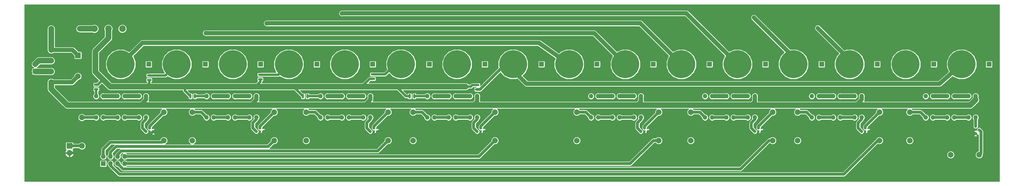
<source format=gbr>
G04 #@! TF.FileFunction,Copper,L1,Top,Signal*
%FSLAX46Y46*%
G04 Gerber Fmt 4.6, Leading zero omitted, Abs format (unit mm)*
G04 Created by KiCad (PCBNEW 4.0.7) date 02/21/18 09:39:28*
%MOMM*%
%LPD*%
G01*
G04 APERTURE LIST*
%ADD10C,0.100000*%
%ADD11O,1.600000X1.600000*%
%ADD12C,1.000760*%
%ADD13R,1.727200X1.727200*%
%ADD14O,1.727200X1.727200*%
%ADD15R,2.032000X2.032000*%
%ADD16O,2.032000X2.032000*%
%ADD17C,1.998980*%
%ADD18R,1.500000X0.800000*%
%ADD19R,0.800000X1.500000*%
%ADD20C,10.000000*%
%ADD21R,1.700000X1.700000*%
%ADD22O,1.700000X1.700000*%
%ADD23C,1.600000*%
%ADD24C,2.000000*%
%ADD25R,2.000000X2.000000*%
%ADD26C,2.340000*%
%ADD27C,0.600000*%
%ADD28C,1.000000*%
%ADD29C,0.850000*%
%ADD30C,2.000000*%
%ADD31C,1.500000*%
%ADD32C,0.254000*%
G04 APERTURE END LIST*
D10*
D11*
X328930000Y-131445000D03*
X331470000Y-131445000D03*
X331470000Y-123825000D03*
X328930000Y-123825000D03*
D12*
X381000000Y-135890000D03*
X379730000Y-137160000D03*
X379730000Y-134620000D03*
D13*
X68580000Y-147955000D03*
D14*
X68580000Y-145415000D03*
X71120000Y-147955000D03*
X71120000Y-145415000D03*
X73660000Y-147955000D03*
X73660000Y-145415000D03*
X76200000Y-147955000D03*
X76200000Y-145415000D03*
D15*
X56515000Y-141605000D03*
D16*
X56515000Y-144145000D03*
D12*
X85090000Y-135255000D03*
X86360000Y-136525000D03*
X83820000Y-136525000D03*
X261620000Y-135255000D03*
X262890000Y-136525000D03*
X260350000Y-136525000D03*
X124460000Y-135255000D03*
X125730000Y-136525000D03*
X123190000Y-136525000D03*
X302260000Y-135255000D03*
X303530000Y-136525000D03*
X300990000Y-136525000D03*
X165100000Y-135255000D03*
X166370000Y-136525000D03*
X163830000Y-136525000D03*
X340360000Y-135255000D03*
X341630000Y-136525000D03*
X339090000Y-136525000D03*
X203200000Y-135255000D03*
X204470000Y-136525000D03*
X201930000Y-136525000D03*
D17*
X100330000Y-129540000D03*
X100330000Y-139700000D03*
X278130000Y-129540000D03*
X278130000Y-139700000D03*
X140970000Y-129540000D03*
X140970000Y-139700000D03*
X316230000Y-129540000D03*
X316230000Y-139700000D03*
X179070000Y-129540000D03*
X179070000Y-139700000D03*
X356235000Y-129540000D03*
X356235000Y-139700000D03*
X237490000Y-129540000D03*
X237490000Y-139700000D03*
X60960000Y-131445000D03*
X60960000Y-141605000D03*
D11*
X66040000Y-131445000D03*
X68580000Y-131445000D03*
X68580000Y-123825000D03*
X66040000Y-123825000D03*
X73660000Y-131445000D03*
X76200000Y-131445000D03*
X76200000Y-123825000D03*
X73660000Y-123825000D03*
X81280000Y-131445000D03*
X83820000Y-131445000D03*
X83820000Y-123825000D03*
X81280000Y-123825000D03*
X242570000Y-131445000D03*
X245110000Y-131445000D03*
X245110000Y-123825000D03*
X242570000Y-123825000D03*
X250190000Y-131445000D03*
X252730000Y-131445000D03*
X252730000Y-123825000D03*
X250190000Y-123825000D03*
X257810000Y-131445000D03*
X260350000Y-131445000D03*
X260350000Y-123825000D03*
X257810000Y-123825000D03*
X105410000Y-131445000D03*
X107950000Y-131445000D03*
X107950000Y-123825000D03*
X105410000Y-123825000D03*
X113030000Y-131445000D03*
X115570000Y-131445000D03*
X115570000Y-123825000D03*
X113030000Y-123825000D03*
X120650000Y-131445000D03*
X123190000Y-131445000D03*
X123190000Y-123825000D03*
X120650000Y-123825000D03*
X283210000Y-131445000D03*
X285750000Y-131445000D03*
X285750000Y-123825000D03*
X283210000Y-123825000D03*
X290830000Y-131445000D03*
X293370000Y-131445000D03*
X293370000Y-123825000D03*
X290830000Y-123825000D03*
X298450000Y-131445000D03*
X300990000Y-131445000D03*
X300990000Y-123825000D03*
X298450000Y-123825000D03*
X146050000Y-131445000D03*
X148590000Y-131445000D03*
X148590000Y-123825000D03*
X146050000Y-123825000D03*
X153670000Y-131445000D03*
X156210000Y-131445000D03*
X156210000Y-123825000D03*
X153670000Y-123825000D03*
X161290000Y-131445000D03*
X163830000Y-131445000D03*
X163830000Y-123825000D03*
X161290000Y-123825000D03*
X321310000Y-131445000D03*
X323850000Y-131445000D03*
X323850000Y-123825000D03*
X321310000Y-123825000D03*
X336550000Y-131445000D03*
X339090000Y-131445000D03*
X339090000Y-123825000D03*
X336550000Y-123825000D03*
X184150000Y-131445000D03*
X186690000Y-131445000D03*
X186690000Y-123825000D03*
X184150000Y-123825000D03*
X191770000Y-131445000D03*
X194310000Y-131445000D03*
X194310000Y-123825000D03*
X191770000Y-123825000D03*
X199390000Y-131445000D03*
X201930000Y-131445000D03*
X201930000Y-123825000D03*
X199390000Y-123825000D03*
X361950000Y-131445000D03*
X364490000Y-131445000D03*
X364490000Y-123825000D03*
X361950000Y-123825000D03*
X369570000Y-131445000D03*
X372110000Y-131445000D03*
X372110000Y-123825000D03*
X369570000Y-123825000D03*
X377190000Y-131445000D03*
X379730000Y-131445000D03*
X379730000Y-123825000D03*
X377190000Y-123825000D03*
D17*
X90170000Y-129540000D03*
X90170000Y-139700000D03*
X266700000Y-129540000D03*
X266700000Y-139700000D03*
X129540000Y-129540000D03*
X129540000Y-139700000D03*
X307340000Y-129540000D03*
X307340000Y-139700000D03*
X170180000Y-129540000D03*
X170180000Y-139700000D03*
X345440000Y-129540000D03*
X345440000Y-139700000D03*
X208280000Y-129540000D03*
X208280000Y-139700000D03*
X381000000Y-144780000D03*
X370840000Y-144780000D03*
D18*
X66040000Y-119723000D03*
X66040000Y-121323000D03*
X84963000Y-118021000D03*
X84963000Y-116421000D03*
D19*
X99657000Y-123825000D03*
X101257000Y-123825000D03*
D18*
X124587000Y-117767000D03*
X124587000Y-116167000D03*
D19*
X139789000Y-123825000D03*
X141389000Y-123825000D03*
D18*
X164719000Y-117640000D03*
X164719000Y-116040000D03*
D19*
X177889000Y-123825000D03*
X179489000Y-123825000D03*
D18*
X201930000Y-119850000D03*
X201930000Y-121450000D03*
D20*
X74760000Y-112395000D03*
X94760000Y-112395000D03*
X114760000Y-112395000D03*
X174760000Y-112395000D03*
X194760000Y-112395000D03*
X214760000Y-112395000D03*
X234760000Y-112395000D03*
X254760000Y-112395000D03*
X274760000Y-112395000D03*
X294760000Y-112395000D03*
X134760000Y-112395000D03*
X154760000Y-112395000D03*
X314760000Y-112395000D03*
X334760000Y-112395000D03*
X354760000Y-112395000D03*
X374760000Y-112395000D03*
D21*
X44280000Y-114935000D03*
D22*
X44280000Y-112395000D03*
D23*
X60155000Y-99695000D03*
D11*
X49995000Y-99695000D03*
D24*
X49995000Y-107275000D03*
X49995000Y-111125000D03*
X49995000Y-114975000D03*
X49995000Y-118825000D03*
D25*
X59520000Y-109220000D03*
D24*
X59520000Y-116720000D03*
D21*
X84793000Y-112395000D03*
X244686000Y-112395000D03*
X104986000Y-112395000D03*
X264752000Y-112395000D03*
X124671000Y-112395000D03*
X284818000Y-112395000D03*
X304757000Y-112395000D03*
X144737000Y-112395000D03*
X324823000Y-112395000D03*
X164676000Y-112395000D03*
X344635000Y-112395000D03*
X184869000Y-112395000D03*
X204681000Y-112395000D03*
X364828000Y-112395000D03*
X224874000Y-112395000D03*
X384513000Y-112395000D03*
D26*
X65395000Y-99695000D03*
X70395000Y-99695000D03*
X75395000Y-99695000D03*
D27*
X105110280Y-101229160D03*
X126847600Y-97790000D03*
X153670000Y-94213680D03*
X300634400Y-95722440D03*
X323433440Y-99466400D03*
D28*
X341630000Y-136525000D02*
X377190000Y-136525000D01*
X377825000Y-137160000D02*
X379730000Y-137160000D01*
X377190000Y-136525000D02*
X377825000Y-137160000D01*
X56515000Y-144145000D02*
X61595000Y-144145000D01*
X84455000Y-138430000D02*
X86360000Y-136525000D01*
X67310000Y-138430000D02*
X84455000Y-138430000D01*
X61595000Y-144145000D02*
X67310000Y-138430000D01*
X303530000Y-136525000D02*
X330835000Y-136525000D01*
X341630000Y-137795000D02*
X341630000Y-136525000D01*
X340995000Y-138430000D02*
X341630000Y-137795000D01*
X332740000Y-138430000D02*
X340995000Y-138430000D01*
X330835000Y-136525000D02*
X332740000Y-138430000D01*
X262890000Y-136525000D02*
X292735000Y-136525000D01*
X303530000Y-137160000D02*
X303530000Y-136525000D01*
X302260000Y-138430000D02*
X303530000Y-137160000D01*
X294640000Y-138430000D02*
X302260000Y-138430000D01*
X292735000Y-136525000D02*
X294640000Y-138430000D01*
X204470000Y-136525000D02*
X252730000Y-136525000D01*
X262890000Y-137160000D02*
X262890000Y-136525000D01*
X261620000Y-138430000D02*
X262890000Y-137160000D01*
X254635000Y-138430000D02*
X261620000Y-138430000D01*
X252730000Y-136525000D02*
X254635000Y-138430000D01*
X166370000Y-136525000D02*
X193675000Y-136525000D01*
X204470000Y-137160000D02*
X204470000Y-136525000D01*
X203200000Y-138430000D02*
X204470000Y-137160000D01*
X195580000Y-138430000D02*
X203200000Y-138430000D01*
X193675000Y-136525000D02*
X195580000Y-138430000D01*
X125730000Y-136525000D02*
X155575000Y-136525000D01*
X166370000Y-137160000D02*
X166370000Y-136525000D01*
X165100000Y-138430000D02*
X166370000Y-137160000D01*
X157480000Y-138430000D02*
X165100000Y-138430000D01*
X155575000Y-136525000D02*
X157480000Y-138430000D01*
X86360000Y-136525000D02*
X114935000Y-136525000D01*
X125730000Y-137160000D02*
X125730000Y-136525000D01*
X124460000Y-138430000D02*
X125730000Y-137160000D01*
X116840000Y-138430000D02*
X124460000Y-138430000D01*
X114935000Y-136525000D02*
X116840000Y-138430000D01*
D29*
X201930000Y-119850000D02*
X200190000Y-119850000D01*
D30*
X197866000Y-120396000D02*
X173101000Y-120396000D01*
D29*
X199644000Y-120396000D02*
X197866000Y-120396000D01*
X200190000Y-119850000D02*
X199644000Y-120396000D01*
X177889000Y-123825000D02*
X176530000Y-123825000D01*
X176530000Y-123825000D02*
X173101000Y-120396000D01*
X164719000Y-117640000D02*
X163538000Y-117640000D01*
X163538000Y-117640000D02*
X160782000Y-120396000D01*
X134874000Y-120396000D02*
X136360000Y-120396000D01*
X136360000Y-120396000D02*
X139789000Y-123825000D01*
X124587000Y-117767000D02*
X124587000Y-118618000D01*
X124587000Y-118618000D02*
X122809000Y-120396000D01*
X97663000Y-120396000D02*
X97663000Y-121831000D01*
X97663000Y-121831000D02*
X99657000Y-123825000D01*
X84963000Y-118021000D02*
X84963000Y-119253000D01*
X84963000Y-119253000D02*
X83820000Y-120396000D01*
X66040000Y-119723000D02*
X66586000Y-119723000D01*
X66586000Y-119723000D02*
X68453000Y-117856000D01*
D30*
X173101000Y-120396000D02*
X160782000Y-120396000D01*
X160782000Y-120396000D02*
X136525000Y-120396000D01*
X70395000Y-103087000D02*
X70395000Y-99695000D01*
X70993000Y-120396000D02*
X83820000Y-120396000D01*
X83820000Y-120396000D02*
X97663000Y-120396000D01*
X97663000Y-120396000D02*
X122809000Y-120396000D01*
X122809000Y-120396000D02*
X134874000Y-120396000D01*
X134874000Y-120396000D02*
X136525000Y-120396000D01*
X65786000Y-115189000D02*
X68453000Y-117856000D01*
X68453000Y-117856000D02*
X70993000Y-120396000D01*
X65786000Y-107696000D02*
X65786000Y-115189000D01*
X70395000Y-103087000D02*
X65786000Y-107696000D01*
D31*
X49995000Y-118825000D02*
X57415000Y-118825000D01*
X57415000Y-118825000D02*
X59520000Y-116720000D01*
D30*
X49995000Y-118825000D02*
X49995000Y-121285000D01*
X55710000Y-127000000D02*
X56980000Y-127000000D01*
X49995000Y-121285000D02*
X55710000Y-127000000D01*
X337185000Y-127000000D02*
X377825000Y-127000000D01*
D31*
X379730000Y-125095000D02*
X379730000Y-123825000D01*
D30*
X377825000Y-127000000D02*
X379730000Y-125095000D01*
X299720000Y-127000000D02*
X337185000Y-127000000D01*
D31*
X339090000Y-125095000D02*
X339090000Y-123825000D01*
X337185000Y-127000000D02*
X339090000Y-125095000D01*
D30*
X259080000Y-127000000D02*
X299720000Y-127000000D01*
D31*
X300990000Y-125730000D02*
X300990000Y-123825000D01*
X299720000Y-127000000D02*
X300990000Y-125730000D01*
D30*
X200660000Y-127000000D02*
X259080000Y-127000000D01*
D31*
X260350000Y-125730000D02*
X260350000Y-123825000D01*
X259080000Y-127000000D02*
X260350000Y-125730000D01*
D30*
X161925000Y-127000000D02*
X200660000Y-127000000D01*
D31*
X201930000Y-125730000D02*
X201930000Y-123825000D01*
X200660000Y-127000000D02*
X201930000Y-125730000D01*
D30*
X121285000Y-127000000D02*
X161925000Y-127000000D01*
D31*
X163830000Y-125095000D02*
X163830000Y-123825000D01*
X161925000Y-127000000D02*
X163830000Y-125095000D01*
D30*
X81915000Y-127000000D02*
X121285000Y-127000000D01*
D31*
X123190000Y-125095000D02*
X123190000Y-123825000D01*
X121285000Y-127000000D02*
X123190000Y-125095000D01*
D28*
X56515000Y-127000000D02*
X56980000Y-127000000D01*
D30*
X56980000Y-127000000D02*
X81915000Y-127000000D01*
D31*
X83820000Y-125095000D02*
X83820000Y-123825000D01*
X81915000Y-127000000D02*
X83820000Y-125095000D01*
D28*
X90170000Y-129540000D02*
X85090000Y-134620000D01*
X85090000Y-134620000D02*
X85090000Y-135255000D01*
X83820000Y-136525000D02*
X82550000Y-135255000D01*
X82550000Y-133350000D02*
X83820000Y-132080000D01*
X82550000Y-135255000D02*
X82550000Y-133350000D01*
X83820000Y-132080000D02*
X83820000Y-131445000D01*
X266700000Y-129540000D02*
X261620000Y-134620000D01*
X261620000Y-134620000D02*
X261620000Y-135255000D01*
X260350000Y-136525000D02*
X259080000Y-135255000D01*
X259080000Y-133350000D02*
X260350000Y-132080000D01*
X259080000Y-135255000D02*
X259080000Y-133350000D01*
X260350000Y-132080000D02*
X260350000Y-131445000D01*
X129540000Y-129540000D02*
X124460000Y-134620000D01*
X124460000Y-134620000D02*
X124460000Y-135255000D01*
X123190000Y-136525000D02*
X121920000Y-135255000D01*
X121920000Y-133350000D02*
X123190000Y-132080000D01*
X121920000Y-135255000D02*
X121920000Y-133350000D01*
X123190000Y-132080000D02*
X123190000Y-131445000D01*
X307340000Y-129540000D02*
X302260000Y-134620000D01*
X302260000Y-134620000D02*
X302260000Y-135255000D01*
X300990000Y-136525000D02*
X299720000Y-135255000D01*
X299720000Y-133350000D02*
X300990000Y-132080000D01*
X299720000Y-135255000D02*
X299720000Y-133350000D01*
X300990000Y-132080000D02*
X300990000Y-131445000D01*
X170180000Y-129540000D02*
X165100000Y-134620000D01*
X165100000Y-134620000D02*
X165100000Y-135255000D01*
X163830000Y-136525000D02*
X162560000Y-135255000D01*
X162560000Y-133350000D02*
X163830000Y-132080000D01*
X162560000Y-135255000D02*
X162560000Y-133350000D01*
X163830000Y-132080000D02*
X163830000Y-131445000D01*
X345440000Y-129540000D02*
X340360000Y-134620000D01*
X340360000Y-134620000D02*
X340360000Y-135255000D01*
X339090000Y-136525000D02*
X337820000Y-135255000D01*
X337820000Y-133350000D02*
X339090000Y-132080000D01*
X337820000Y-135255000D02*
X337820000Y-133350000D01*
X339090000Y-132080000D02*
X339090000Y-131445000D01*
X208280000Y-129540000D02*
X203200000Y-134620000D01*
X203200000Y-134620000D02*
X203200000Y-135255000D01*
X201930000Y-136525000D02*
X200660000Y-135255000D01*
X200660000Y-133350000D02*
X201930000Y-132080000D01*
X200660000Y-135255000D02*
X200660000Y-133350000D01*
X201930000Y-132080000D02*
X201930000Y-131445000D01*
X381000000Y-135890000D02*
X381635000Y-136525000D01*
X381635000Y-143510000D02*
X381635000Y-144145000D01*
X381635000Y-138430000D02*
X381635000Y-143510000D01*
X381635000Y-136525000D02*
X381635000Y-138430000D01*
X381635000Y-144145000D02*
X381000000Y-144780000D01*
X379730000Y-134620000D02*
X379730000Y-131445000D01*
X100330000Y-129540000D02*
X103505000Y-129540000D01*
X103505000Y-129540000D02*
X105410000Y-131445000D01*
X278130000Y-129540000D02*
X281305000Y-129540000D01*
X281305000Y-129540000D02*
X283210000Y-131445000D01*
X140970000Y-129540000D02*
X144145000Y-129540000D01*
X144145000Y-129540000D02*
X146050000Y-131445000D01*
X316230000Y-129540000D02*
X319405000Y-129540000D01*
X319405000Y-129540000D02*
X321310000Y-131445000D01*
X179070000Y-129540000D02*
X182245000Y-129540000D01*
X182245000Y-129540000D02*
X184150000Y-131445000D01*
X356235000Y-129540000D02*
X360045000Y-129540000D01*
X360045000Y-129540000D02*
X361950000Y-131445000D01*
X237490000Y-129540000D02*
X240665000Y-129540000D01*
X240665000Y-129540000D02*
X242570000Y-131445000D01*
X60960000Y-131445000D02*
X66040000Y-131445000D01*
X68580000Y-131445000D02*
X73660000Y-131445000D01*
D31*
X68580000Y-123825000D02*
X73660000Y-123825000D01*
D28*
X76200000Y-131445000D02*
X81280000Y-131445000D01*
D31*
X76200000Y-123825000D02*
X81280000Y-123825000D01*
D28*
X245110000Y-131445000D02*
X250190000Y-131445000D01*
D31*
X245110000Y-123825000D02*
X250190000Y-123825000D01*
D28*
X252730000Y-131445000D02*
X257810000Y-131445000D01*
D31*
X252730000Y-123825000D02*
X257810000Y-123825000D01*
D28*
X107950000Y-131445000D02*
X113030000Y-131445000D01*
D31*
X107950000Y-123825000D02*
X113030000Y-123825000D01*
D28*
X115570000Y-131445000D02*
X120650000Y-131445000D01*
D31*
X115570000Y-123825000D02*
X120650000Y-123825000D01*
D28*
X285750000Y-131445000D02*
X290830000Y-131445000D01*
D31*
X285750000Y-123825000D02*
X290830000Y-123825000D01*
D28*
X293370000Y-131445000D02*
X298450000Y-131445000D01*
D31*
X293370000Y-123825000D02*
X298450000Y-123825000D01*
D28*
X148590000Y-131445000D02*
X153670000Y-131445000D01*
D31*
X148590000Y-123825000D02*
X153670000Y-123825000D01*
D28*
X156210000Y-131445000D02*
X161290000Y-131445000D01*
D31*
X156210000Y-123825000D02*
X161290000Y-123825000D01*
D28*
X323850000Y-131445000D02*
X328930000Y-131445000D01*
D31*
X323850000Y-123825000D02*
X328930000Y-123825000D01*
D28*
X331470000Y-131445000D02*
X336550000Y-131445000D01*
D31*
X331470000Y-123825000D02*
X336550000Y-123825000D01*
D28*
X186690000Y-131445000D02*
X191770000Y-131445000D01*
D31*
X186690000Y-123825000D02*
X191770000Y-123825000D01*
D28*
X194310000Y-131445000D02*
X199390000Y-131445000D01*
D31*
X194310000Y-123825000D02*
X199390000Y-123825000D01*
D28*
X364490000Y-131445000D02*
X369570000Y-131445000D01*
D31*
X364490000Y-123825000D02*
X369570000Y-123825000D01*
D28*
X372110000Y-131445000D02*
X377190000Y-131445000D01*
D31*
X372110000Y-123825000D02*
X377190000Y-123825000D01*
D30*
X49995000Y-107275000D02*
X49995000Y-99695000D01*
D31*
X49995000Y-107275000D02*
X57575000Y-107275000D01*
X57575000Y-107275000D02*
X59520000Y-109220000D01*
D30*
X60155000Y-99695000D02*
X65395000Y-99695000D01*
X49995000Y-114975000D02*
X44320000Y-114975000D01*
D28*
X44320000Y-114975000D02*
X44280000Y-114935000D01*
D30*
X49995000Y-111125000D02*
X45550000Y-111125000D01*
X45550000Y-111125000D02*
X44280000Y-112395000D01*
D28*
X68580000Y-145415000D02*
X68580000Y-142875000D01*
X71120000Y-140335000D02*
X89535000Y-140335000D01*
X68580000Y-142875000D02*
X71120000Y-140335000D01*
X89535000Y-140335000D02*
X90170000Y-139700000D01*
X71120000Y-147955000D02*
X71120000Y-148590000D01*
X71120000Y-148590000D02*
X74295000Y-151765000D01*
X74295000Y-151765000D02*
X250190000Y-151765000D01*
X250190000Y-151765000D02*
X304800000Y-151765000D01*
X304800000Y-151765000D02*
X332740000Y-151765000D01*
X332740000Y-151765000D02*
X344805000Y-139700000D01*
X344805000Y-139700000D02*
X345440000Y-139700000D01*
X344805000Y-139700000D02*
X345440000Y-139700000D01*
X71120000Y-145415000D02*
X71120000Y-143891000D01*
X127381000Y-141859000D02*
X129540000Y-139700000D01*
X73152000Y-141859000D02*
X127381000Y-141859000D01*
X71120000Y-143891000D02*
X73152000Y-141859000D01*
X73660000Y-147955000D02*
X75565000Y-149860000D01*
X306070000Y-139700000D02*
X307340000Y-139700000D01*
X295910000Y-149860000D02*
X306070000Y-139700000D01*
X85725000Y-149860000D02*
X295910000Y-149860000D01*
X75565000Y-149860000D02*
X85725000Y-149860000D01*
X73660000Y-145415000D02*
X73660000Y-144780000D01*
X73660000Y-144780000D02*
X74999998Y-143440002D01*
X74999998Y-143440002D02*
X166439998Y-143440002D01*
X166439998Y-143440002D02*
X170180000Y-139700000D01*
X76200000Y-147955000D02*
X210185000Y-147955000D01*
X264795000Y-139700000D02*
X266700000Y-139700000D01*
X256540000Y-147955000D02*
X264795000Y-139700000D01*
X210185000Y-147955000D02*
X256540000Y-147955000D01*
X76200000Y-145415000D02*
X202565000Y-145415000D01*
X202565000Y-145415000D02*
X208280000Y-139700000D01*
X56515000Y-141605000D02*
X60960000Y-141605000D01*
D29*
X66040000Y-121323000D02*
X66040000Y-123825000D01*
D28*
X74930000Y-112565000D02*
X74760000Y-112395000D01*
X74760000Y-112395000D02*
X74930000Y-112395000D01*
D31*
X74930000Y-112395000D02*
X82550000Y-104775000D01*
X82550000Y-104775000D02*
X223940000Y-104775000D01*
X223940000Y-104775000D02*
X234760000Y-112395000D01*
D29*
X84963000Y-116421000D02*
X90734000Y-116421000D01*
X90734000Y-116421000D02*
X94760000Y-112395000D01*
D31*
X243634800Y-101269800D02*
X254760000Y-112395000D01*
X105150920Y-101269800D02*
X243634800Y-101269800D01*
X105110280Y-101229160D02*
X105150920Y-101269800D01*
D28*
X95250000Y-113285000D02*
X94360000Y-112395000D01*
X254760000Y-112395000D02*
X251160000Y-112395000D01*
X251160000Y-112095000D02*
X251160000Y-112395000D01*
X114300000Y-112735000D02*
X113960000Y-112395000D01*
D29*
X101257000Y-123825000D02*
X105410000Y-123825000D01*
D31*
X260094040Y-97729040D02*
X274760000Y-112395000D01*
X126908560Y-97729040D02*
X260094040Y-97729040D01*
X126847600Y-97790000D02*
X126908560Y-97729040D01*
D29*
X124587000Y-116167000D02*
X130988000Y-116167000D01*
X130988000Y-116167000D02*
X134760000Y-112395000D01*
D31*
X276522800Y-94157800D02*
X294760000Y-112395000D01*
X153725880Y-94157800D02*
X276522800Y-94157800D01*
X153670000Y-94213680D02*
X153725880Y-94157800D01*
D28*
X133350000Y-112605000D02*
X133560000Y-112395000D01*
D29*
X141389000Y-123825000D02*
X146050000Y-123825000D01*
D31*
X300634400Y-95722440D02*
X314760000Y-109848040D01*
X314760000Y-109848040D02*
X314760000Y-112395000D01*
D28*
X154940000Y-114175000D02*
X153160000Y-112395000D01*
D29*
X174760000Y-112395000D02*
X172720000Y-112395000D01*
X172720000Y-112395000D02*
X169075000Y-116040000D01*
X169075000Y-116040000D02*
X164719000Y-116040000D01*
D31*
X323433440Y-99466400D02*
X334760000Y-110792960D01*
X334760000Y-110792960D02*
X334760000Y-112395000D01*
D28*
X173990000Y-113625000D02*
X172760000Y-112395000D01*
X333460000Y-113030000D02*
X333460000Y-113030000D01*
D29*
X179489000Y-123825000D02*
X184150000Y-123825000D01*
D28*
X193040000Y-113075000D02*
X192360000Y-112395000D01*
X214060000Y-113030000D02*
X214060000Y-113900000D01*
D31*
X214060000Y-113900000D02*
X219540000Y-119380000D01*
X219540000Y-119380000D02*
X342730000Y-119380000D01*
X342730000Y-119380000D02*
X366860000Y-119380000D01*
X366860000Y-119380000D02*
X374760000Y-112395000D01*
D28*
X374760000Y-112395000D02*
X374810000Y-112395000D01*
X201930000Y-121450000D02*
X202905000Y-121450000D01*
X202905000Y-121450000D02*
X211960000Y-112395000D01*
X211960000Y-112395000D02*
X211960000Y-116075000D01*
X212090000Y-112525000D02*
X211960000Y-112395000D01*
D32*
G36*
X388189000Y-154255000D02*
X40563000Y-154255000D01*
X40563000Y-147091400D01*
X67327936Y-147091400D01*
X67327936Y-148818600D01*
X67354503Y-148959790D01*
X67437946Y-149089465D01*
X67565266Y-149176459D01*
X67716400Y-149207064D01*
X69443600Y-149207064D01*
X69584790Y-149180497D01*
X69714465Y-149097054D01*
X69801459Y-148969734D01*
X69832064Y-148818600D01*
X69832064Y-147930617D01*
X69875400Y-147930617D01*
X69875400Y-147979383D01*
X69970140Y-148455671D01*
X70239935Y-148859448D01*
X70300668Y-148900029D01*
X70306062Y-148927144D01*
X70497039Y-149212961D01*
X73672039Y-152387961D01*
X73957856Y-152578938D01*
X74295000Y-152646000D01*
X332740000Y-152646000D01*
X333077144Y-152578938D01*
X333362961Y-152387961D01*
X340697530Y-145053392D01*
X369459271Y-145053392D01*
X369668995Y-145560963D01*
X370056994Y-145949640D01*
X370564199Y-146160249D01*
X371113392Y-146160729D01*
X371620963Y-145951005D01*
X372009640Y-145563006D01*
X372220249Y-145055801D01*
X372220729Y-144506608D01*
X372011005Y-143999037D01*
X371623006Y-143610360D01*
X371115801Y-143399751D01*
X370566608Y-143399271D01*
X370059037Y-143608995D01*
X369670360Y-143996994D01*
X369459751Y-144504199D01*
X369459271Y-145053392D01*
X340697530Y-145053392D01*
X344815475Y-140935447D01*
X345164199Y-141080249D01*
X345713392Y-141080729D01*
X346220963Y-140871005D01*
X346609640Y-140483006D01*
X346820249Y-139975801D01*
X346820251Y-139973392D01*
X354854271Y-139973392D01*
X355063995Y-140480963D01*
X355451994Y-140869640D01*
X355959199Y-141080249D01*
X356508392Y-141080729D01*
X357015963Y-140871005D01*
X357404640Y-140483006D01*
X357615249Y-139975801D01*
X357615729Y-139426608D01*
X357406005Y-138919037D01*
X357018006Y-138530360D01*
X356510801Y-138319751D01*
X355961608Y-138319271D01*
X355454037Y-138528995D01*
X355065360Y-138916994D01*
X354854751Y-139424199D01*
X354854271Y-139973392D01*
X346820251Y-139973392D01*
X346820729Y-139426608D01*
X346611005Y-138919037D01*
X346223006Y-138530360D01*
X345715801Y-138319751D01*
X345166608Y-138319271D01*
X344659037Y-138528995D01*
X344270360Y-138916994D01*
X344212300Y-139056819D01*
X344182039Y-139077039D01*
X332375078Y-150884000D01*
X74659922Y-150884000D01*
X72254532Y-148478610D01*
X72269860Y-148455671D01*
X72364600Y-147979383D01*
X72364600Y-147930617D01*
X72415400Y-147930617D01*
X72415400Y-147979383D01*
X72510140Y-148455671D01*
X72779935Y-148859448D01*
X73183712Y-149129243D01*
X73660000Y-149223983D01*
X73679235Y-149220157D01*
X74942039Y-150482961D01*
X75227856Y-150673938D01*
X75565000Y-150741000D01*
X295910000Y-150741000D01*
X296247144Y-150673938D01*
X296532961Y-150482961D01*
X306351817Y-140664105D01*
X306556994Y-140869640D01*
X307064199Y-141080249D01*
X307613392Y-141080729D01*
X308120963Y-140871005D01*
X308509640Y-140483006D01*
X308720249Y-139975801D01*
X308720251Y-139973392D01*
X314849271Y-139973392D01*
X315058995Y-140480963D01*
X315446994Y-140869640D01*
X315954199Y-141080249D01*
X316503392Y-141080729D01*
X317010963Y-140871005D01*
X317399640Y-140483006D01*
X317610249Y-139975801D01*
X317610729Y-139426608D01*
X317401005Y-138919037D01*
X317013006Y-138530360D01*
X316505801Y-138319751D01*
X315956608Y-138319271D01*
X315449037Y-138528995D01*
X315060360Y-138916994D01*
X314849751Y-139424199D01*
X314849271Y-139973392D01*
X308720251Y-139973392D01*
X308720729Y-139426608D01*
X308511005Y-138919037D01*
X308123006Y-138530360D01*
X307615801Y-138319751D01*
X307066608Y-138319271D01*
X306559037Y-138528995D01*
X306268525Y-138819000D01*
X306070000Y-138819000D01*
X305732856Y-138886062D01*
X305447039Y-139077039D01*
X295545078Y-148979000D01*
X76901143Y-148979000D01*
X77080065Y-148859448D01*
X77095732Y-148836000D01*
X256540000Y-148836000D01*
X256877144Y-148768938D01*
X257162961Y-148577961D01*
X265159922Y-140581000D01*
X265628857Y-140581000D01*
X265916994Y-140869640D01*
X266424199Y-141080249D01*
X266973392Y-141080729D01*
X267480963Y-140871005D01*
X267869640Y-140483006D01*
X268080249Y-139975801D01*
X268080251Y-139973392D01*
X276749271Y-139973392D01*
X276958995Y-140480963D01*
X277346994Y-140869640D01*
X277854199Y-141080249D01*
X278403392Y-141080729D01*
X278910963Y-140871005D01*
X279299640Y-140483006D01*
X279510249Y-139975801D01*
X279510729Y-139426608D01*
X279301005Y-138919037D01*
X278913006Y-138530360D01*
X278405801Y-138319751D01*
X277856608Y-138319271D01*
X277349037Y-138528995D01*
X276960360Y-138916994D01*
X276749751Y-139424199D01*
X276749271Y-139973392D01*
X268080251Y-139973392D01*
X268080729Y-139426608D01*
X267871005Y-138919037D01*
X267483006Y-138530360D01*
X266975801Y-138319751D01*
X266426608Y-138319271D01*
X265919037Y-138528995D01*
X265628525Y-138819000D01*
X264795000Y-138819000D01*
X264457856Y-138886062D01*
X264172039Y-139077039D01*
X256175078Y-147074000D01*
X77095732Y-147074000D01*
X77080065Y-147050552D01*
X76676288Y-146780757D01*
X76200000Y-146686017D01*
X75723712Y-146780757D01*
X75319935Y-147050552D01*
X75050140Y-147454329D01*
X74955400Y-147930617D01*
X74955400Y-147979383D01*
X74961631Y-148010709D01*
X74904600Y-147953678D01*
X74904600Y-147930617D01*
X74809860Y-147454329D01*
X74540065Y-147050552D01*
X74136288Y-146780757D01*
X73660000Y-146686017D01*
X73183712Y-146780757D01*
X72779935Y-147050552D01*
X72510140Y-147454329D01*
X72415400Y-147930617D01*
X72364600Y-147930617D01*
X72269860Y-147454329D01*
X72000065Y-147050552D01*
X71596288Y-146780757D01*
X71120000Y-146686017D01*
X70643712Y-146780757D01*
X70239935Y-147050552D01*
X69970140Y-147454329D01*
X69875400Y-147930617D01*
X69832064Y-147930617D01*
X69832064Y-147091400D01*
X69805497Y-146950210D01*
X69722054Y-146820535D01*
X69594734Y-146733541D01*
X69443600Y-146702936D01*
X67716400Y-146702936D01*
X67575210Y-146729503D01*
X67445535Y-146812946D01*
X67358541Y-146940266D01*
X67327936Y-147091400D01*
X40563000Y-147091400D01*
X40563000Y-144527944D01*
X54909025Y-144527944D01*
X55108615Y-145009818D01*
X55546621Y-145482188D01*
X56132054Y-145750983D01*
X56388000Y-145632367D01*
X56388000Y-144272000D01*
X56642000Y-144272000D01*
X56642000Y-145632367D01*
X56897946Y-145750983D01*
X57483379Y-145482188D01*
X57568288Y-145390617D01*
X67335400Y-145390617D01*
X67335400Y-145439383D01*
X67430140Y-145915671D01*
X67699935Y-146319448D01*
X68103712Y-146589243D01*
X68580000Y-146683983D01*
X69056288Y-146589243D01*
X69460065Y-146319448D01*
X69729860Y-145915671D01*
X69824600Y-145439383D01*
X69824600Y-145390617D01*
X69729860Y-144914329D01*
X69461000Y-144511951D01*
X69461000Y-143239922D01*
X71484922Y-141216000D01*
X72559029Y-141216000D01*
X72529039Y-141236039D01*
X70497039Y-143268039D01*
X70306062Y-143553856D01*
X70239000Y-143891000D01*
X70239000Y-144511951D01*
X69970140Y-144914329D01*
X69875400Y-145390617D01*
X69875400Y-145439383D01*
X69970140Y-145915671D01*
X70239935Y-146319448D01*
X70643712Y-146589243D01*
X71120000Y-146683983D01*
X71596288Y-146589243D01*
X72000065Y-146319448D01*
X72269860Y-145915671D01*
X72364600Y-145439383D01*
X72364600Y-145390617D01*
X72269860Y-144914329D01*
X72001000Y-144511951D01*
X72001000Y-144255922D01*
X73516922Y-142740000D01*
X74492336Y-142740000D01*
X74377037Y-142817041D01*
X73037039Y-144157039D01*
X72846062Y-144442856D01*
X72840668Y-144469971D01*
X72779935Y-144510552D01*
X72510140Y-144914329D01*
X72415400Y-145390617D01*
X72415400Y-145439383D01*
X72510140Y-145915671D01*
X72779935Y-146319448D01*
X73183712Y-146589243D01*
X73660000Y-146683983D01*
X74136288Y-146589243D01*
X74540065Y-146319448D01*
X74809860Y-145915671D01*
X74904600Y-145439383D01*
X74904600Y-145390617D01*
X74809860Y-144914329D01*
X74794532Y-144891390D01*
X75364920Y-144321002D01*
X75603617Y-144321002D01*
X75319935Y-144510552D01*
X75050140Y-144914329D01*
X74955400Y-145390617D01*
X74955400Y-145439383D01*
X75050140Y-145915671D01*
X75319935Y-146319448D01*
X75723712Y-146589243D01*
X76200000Y-146683983D01*
X76676288Y-146589243D01*
X77080065Y-146319448D01*
X77095732Y-146296000D01*
X202565000Y-146296000D01*
X202902144Y-146228938D01*
X203187961Y-146037961D01*
X208145549Y-141080373D01*
X208553392Y-141080729D01*
X209060963Y-140871005D01*
X209449640Y-140483006D01*
X209660249Y-139975801D01*
X209660251Y-139973392D01*
X236109271Y-139973392D01*
X236318995Y-140480963D01*
X236706994Y-140869640D01*
X237214199Y-141080249D01*
X237763392Y-141080729D01*
X238270963Y-140871005D01*
X238659640Y-140483006D01*
X238870249Y-139975801D01*
X238870729Y-139426608D01*
X238661005Y-138919037D01*
X238273006Y-138530360D01*
X237765801Y-138319751D01*
X237216608Y-138319271D01*
X236709037Y-138528995D01*
X236320360Y-138916994D01*
X236109751Y-139424199D01*
X236109271Y-139973392D01*
X209660251Y-139973392D01*
X209660729Y-139426608D01*
X209451005Y-138919037D01*
X209063006Y-138530360D01*
X208555801Y-138319751D01*
X208006608Y-138319271D01*
X207499037Y-138528995D01*
X207110360Y-138916994D01*
X206899751Y-139424199D01*
X206899392Y-139834686D01*
X202200078Y-144534000D01*
X77095732Y-144534000D01*
X77080065Y-144510552D01*
X76796383Y-144321002D01*
X166439998Y-144321002D01*
X166777142Y-144253940D01*
X167062959Y-144062963D01*
X170045549Y-141080373D01*
X170453392Y-141080729D01*
X170960963Y-140871005D01*
X171349640Y-140483006D01*
X171560249Y-139975801D01*
X171560251Y-139973392D01*
X177689271Y-139973392D01*
X177898995Y-140480963D01*
X178286994Y-140869640D01*
X178794199Y-141080249D01*
X179343392Y-141080729D01*
X179850963Y-140871005D01*
X180239640Y-140483006D01*
X180450249Y-139975801D01*
X180450729Y-139426608D01*
X180241005Y-138919037D01*
X179853006Y-138530360D01*
X179345801Y-138319751D01*
X178796608Y-138319271D01*
X178289037Y-138528995D01*
X177900360Y-138916994D01*
X177689751Y-139424199D01*
X177689271Y-139973392D01*
X171560251Y-139973392D01*
X171560729Y-139426608D01*
X171351005Y-138919037D01*
X170963006Y-138530360D01*
X170455801Y-138319751D01*
X169906608Y-138319271D01*
X169399037Y-138528995D01*
X169010360Y-138916994D01*
X168799751Y-139424199D01*
X168799392Y-139834686D01*
X166075076Y-142559002D01*
X127888661Y-142559002D01*
X128003961Y-142481961D01*
X129405549Y-141080373D01*
X129813392Y-141080729D01*
X130320963Y-140871005D01*
X130709640Y-140483006D01*
X130920249Y-139975801D01*
X130920251Y-139973392D01*
X139589271Y-139973392D01*
X139798995Y-140480963D01*
X140186994Y-140869640D01*
X140694199Y-141080249D01*
X141243392Y-141080729D01*
X141750963Y-140871005D01*
X142139640Y-140483006D01*
X142350249Y-139975801D01*
X142350729Y-139426608D01*
X142141005Y-138919037D01*
X141753006Y-138530360D01*
X141245801Y-138319751D01*
X140696608Y-138319271D01*
X140189037Y-138528995D01*
X139800360Y-138916994D01*
X139589751Y-139424199D01*
X139589271Y-139973392D01*
X130920251Y-139973392D01*
X130920729Y-139426608D01*
X130711005Y-138919037D01*
X130323006Y-138530360D01*
X129815801Y-138319751D01*
X129266608Y-138319271D01*
X128759037Y-138528995D01*
X128370360Y-138916994D01*
X128159751Y-139424199D01*
X128159392Y-139834686D01*
X127016078Y-140978000D01*
X100852015Y-140978000D01*
X101110963Y-140871005D01*
X101499640Y-140483006D01*
X101710249Y-139975801D01*
X101710729Y-139426608D01*
X101501005Y-138919037D01*
X101113006Y-138530360D01*
X100605801Y-138319751D01*
X100056608Y-138319271D01*
X99549037Y-138528995D01*
X99160360Y-138916994D01*
X98949751Y-139424199D01*
X98949271Y-139973392D01*
X99158995Y-140480963D01*
X99546994Y-140869640D01*
X99807955Y-140978000D01*
X90692015Y-140978000D01*
X90950963Y-140871005D01*
X91339640Y-140483006D01*
X91550249Y-139975801D01*
X91550729Y-139426608D01*
X91341005Y-138919037D01*
X90953006Y-138530360D01*
X90445801Y-138319751D01*
X89896608Y-138319271D01*
X89389037Y-138528995D01*
X89000360Y-138916994D01*
X88789751Y-139424199D01*
X88789725Y-139454000D01*
X71120000Y-139454000D01*
X70782855Y-139521062D01*
X70497039Y-139712039D01*
X67957039Y-142252039D01*
X67766062Y-142537856D01*
X67699000Y-142875000D01*
X67699000Y-144511951D01*
X67430140Y-144914329D01*
X67335400Y-145390617D01*
X57568288Y-145390617D01*
X57921385Y-145009818D01*
X58120975Y-144527944D01*
X58001836Y-144272000D01*
X56642000Y-144272000D01*
X56388000Y-144272000D01*
X55028164Y-144272000D01*
X54909025Y-144527944D01*
X40563000Y-144527944D01*
X40563000Y-143762056D01*
X54909025Y-143762056D01*
X55028164Y-144018000D01*
X56388000Y-144018000D01*
X56388000Y-143998000D01*
X56642000Y-143998000D01*
X56642000Y-144018000D01*
X58001836Y-144018000D01*
X58120975Y-143762056D01*
X57921385Y-143280182D01*
X57649658Y-142987137D01*
X57672190Y-142982897D01*
X57801865Y-142899454D01*
X57888859Y-142772134D01*
X57919464Y-142621000D01*
X57919464Y-142486000D01*
X59888857Y-142486000D01*
X60176994Y-142774640D01*
X60684199Y-142985249D01*
X61233392Y-142985729D01*
X61740963Y-142776005D01*
X62129640Y-142388006D01*
X62340249Y-141880801D01*
X62340729Y-141331608D01*
X62131005Y-140824037D01*
X61743006Y-140435360D01*
X61235801Y-140224751D01*
X60686608Y-140224271D01*
X60179037Y-140433995D01*
X59888525Y-140724000D01*
X57919464Y-140724000D01*
X57919464Y-140589000D01*
X57892897Y-140447810D01*
X57809454Y-140318135D01*
X57682134Y-140231141D01*
X57531000Y-140200536D01*
X55499000Y-140200536D01*
X55357810Y-140227103D01*
X55228135Y-140310546D01*
X55141141Y-140437866D01*
X55110536Y-140589000D01*
X55110536Y-142621000D01*
X55137103Y-142762190D01*
X55220546Y-142891865D01*
X55347866Y-142978859D01*
X55381670Y-142985704D01*
X55108615Y-143280182D01*
X54909025Y-143762056D01*
X40563000Y-143762056D01*
X40563000Y-137950381D01*
X379119224Y-137950381D01*
X379156418Y-138165532D01*
X379584880Y-138308491D01*
X380035435Y-138276602D01*
X380303582Y-138165532D01*
X380340776Y-137950381D01*
X379730000Y-137339605D01*
X379119224Y-137950381D01*
X40563000Y-137950381D01*
X40563000Y-133350000D01*
X81669000Y-133350000D01*
X81669000Y-135255000D01*
X81736062Y-135592144D01*
X81927039Y-135877961D01*
X83072142Y-137023064D01*
X83072367Y-137023609D01*
X83320087Y-137271762D01*
X83643914Y-137406226D01*
X83994548Y-137406532D01*
X84215150Y-137315381D01*
X85749224Y-137315381D01*
X85786418Y-137530532D01*
X86214880Y-137673491D01*
X86665435Y-137641602D01*
X86933582Y-137530532D01*
X86970776Y-137315381D01*
X86360000Y-136704605D01*
X85749224Y-137315381D01*
X84215150Y-137315381D01*
X84318609Y-137272633D01*
X84566762Y-137024913D01*
X84701226Y-136701086D01*
X84701532Y-136350452D01*
X84567633Y-136026391D01*
X84319913Y-135778238D01*
X84318625Y-135777703D01*
X83431000Y-134890078D01*
X83431000Y-133714922D01*
X84442961Y-132702961D01*
X84633938Y-132417144D01*
X84657234Y-132300025D01*
X84911102Y-131920086D01*
X85001000Y-131468137D01*
X85001000Y-131421863D01*
X84911102Y-130969914D01*
X84655093Y-130586770D01*
X84271949Y-130330761D01*
X83820000Y-130240863D01*
X83368051Y-130330761D01*
X82984907Y-130586770D01*
X82728898Y-130969914D01*
X82639000Y-131421863D01*
X82639000Y-131468137D01*
X82728898Y-131920086D01*
X82730938Y-131923140D01*
X81927039Y-132727039D01*
X81736062Y-133012856D01*
X81669000Y-133350000D01*
X40563000Y-133350000D01*
X40563000Y-131718392D01*
X59579271Y-131718392D01*
X59788995Y-132225963D01*
X60176994Y-132614640D01*
X60684199Y-132825249D01*
X61233392Y-132825729D01*
X61740963Y-132616005D01*
X62031475Y-132326000D01*
X65238985Y-132326000D01*
X65588051Y-132559239D01*
X66040000Y-132649137D01*
X66491949Y-132559239D01*
X66875093Y-132303230D01*
X67131102Y-131920086D01*
X67221000Y-131468137D01*
X67221000Y-131421863D01*
X67399000Y-131421863D01*
X67399000Y-131468137D01*
X67488898Y-131920086D01*
X67744907Y-132303230D01*
X68128051Y-132559239D01*
X68580000Y-132649137D01*
X69031949Y-132559239D01*
X69381015Y-132326000D01*
X72858985Y-132326000D01*
X73208051Y-132559239D01*
X73660000Y-132649137D01*
X74111949Y-132559239D01*
X74495093Y-132303230D01*
X74751102Y-131920086D01*
X74841000Y-131468137D01*
X74841000Y-131421863D01*
X75019000Y-131421863D01*
X75019000Y-131468137D01*
X75108898Y-131920086D01*
X75364907Y-132303230D01*
X75748051Y-132559239D01*
X76200000Y-132649137D01*
X76651949Y-132559239D01*
X77001015Y-132326000D01*
X80478985Y-132326000D01*
X80828051Y-132559239D01*
X81280000Y-132649137D01*
X81731949Y-132559239D01*
X82115093Y-132303230D01*
X82371102Y-131920086D01*
X82461000Y-131468137D01*
X82461000Y-131421863D01*
X82371102Y-130969914D01*
X82115093Y-130586770D01*
X81731949Y-130330761D01*
X81280000Y-130240863D01*
X80828051Y-130330761D01*
X80478985Y-130564000D01*
X77001015Y-130564000D01*
X76651949Y-130330761D01*
X76200000Y-130240863D01*
X75748051Y-130330761D01*
X75364907Y-130586770D01*
X75108898Y-130969914D01*
X75019000Y-131421863D01*
X74841000Y-131421863D01*
X74751102Y-130969914D01*
X74495093Y-130586770D01*
X74111949Y-130330761D01*
X73660000Y-130240863D01*
X73208051Y-130330761D01*
X72858985Y-130564000D01*
X69381015Y-130564000D01*
X69031949Y-130330761D01*
X68580000Y-130240863D01*
X68128051Y-130330761D01*
X67744907Y-130586770D01*
X67488898Y-130969914D01*
X67399000Y-131421863D01*
X67221000Y-131421863D01*
X67131102Y-130969914D01*
X66875093Y-130586770D01*
X66491949Y-130330761D01*
X66040000Y-130240863D01*
X65588051Y-130330761D01*
X65238985Y-130564000D01*
X62031143Y-130564000D01*
X61743006Y-130275360D01*
X61235801Y-130064751D01*
X60686608Y-130064271D01*
X60179037Y-130273995D01*
X59790360Y-130661994D01*
X59579751Y-131169199D01*
X59579271Y-131718392D01*
X40563000Y-131718392D01*
X40563000Y-119098493D01*
X48613761Y-119098493D01*
X48614000Y-119099071D01*
X48614000Y-121285000D01*
X48661253Y-121522557D01*
X48719122Y-121813486D01*
X49018486Y-122261514D01*
X54733486Y-127976515D01*
X55181514Y-128275878D01*
X55710000Y-128381000D01*
X89377011Y-128381000D01*
X89000360Y-128756994D01*
X88789751Y-129264199D01*
X88789392Y-129674686D01*
X84467039Y-133997039D01*
X84276062Y-134282856D01*
X84209000Y-134620000D01*
X84209000Y-135078370D01*
X84208774Y-135078914D01*
X84208468Y-135429548D01*
X84342367Y-135753609D01*
X84590087Y-136001762D01*
X84913914Y-136136226D01*
X85264548Y-136136532D01*
X85297206Y-136123038D01*
X85211509Y-136379880D01*
X85243398Y-136830435D01*
X85354468Y-137098582D01*
X85569619Y-137135776D01*
X86180395Y-136525000D01*
X86539605Y-136525000D01*
X87150381Y-137135776D01*
X87365532Y-137098582D01*
X87508491Y-136670120D01*
X87476602Y-136219565D01*
X87365532Y-135951418D01*
X87150381Y-135914224D01*
X86539605Y-136525000D01*
X86180395Y-136525000D01*
X86166253Y-136510858D01*
X86345858Y-136331253D01*
X86360000Y-136345395D01*
X86970776Y-135734619D01*
X86933582Y-135519468D01*
X86505120Y-135376509D01*
X86054565Y-135408398D01*
X85965292Y-135445376D01*
X85971226Y-135431086D01*
X85971532Y-135080452D01*
X85971000Y-135079164D01*
X85971000Y-134984922D01*
X87605922Y-133350000D01*
X121039000Y-133350000D01*
X121039000Y-135255000D01*
X121106062Y-135592144D01*
X121297039Y-135877961D01*
X122442142Y-137023064D01*
X122442367Y-137023609D01*
X122690087Y-137271762D01*
X123013914Y-137406226D01*
X123364548Y-137406532D01*
X123585150Y-137315381D01*
X125119224Y-137315381D01*
X125156418Y-137530532D01*
X125584880Y-137673491D01*
X126035435Y-137641602D01*
X126303582Y-137530532D01*
X126340776Y-137315381D01*
X125730000Y-136704605D01*
X125119224Y-137315381D01*
X123585150Y-137315381D01*
X123688609Y-137272633D01*
X123936762Y-137024913D01*
X124071226Y-136701086D01*
X124071532Y-136350452D01*
X123937633Y-136026391D01*
X123689913Y-135778238D01*
X123688625Y-135777703D01*
X122801000Y-134890078D01*
X122801000Y-133714922D01*
X123812961Y-132702961D01*
X124003938Y-132417144D01*
X124027234Y-132300025D01*
X124281102Y-131920086D01*
X124371000Y-131468137D01*
X124371000Y-131421863D01*
X124281102Y-130969914D01*
X124025093Y-130586770D01*
X123641949Y-130330761D01*
X123190000Y-130240863D01*
X122738051Y-130330761D01*
X122354907Y-130586770D01*
X122098898Y-130969914D01*
X122009000Y-131421863D01*
X122009000Y-131468137D01*
X122098898Y-131920086D01*
X122100938Y-131923140D01*
X121297039Y-132727039D01*
X121106062Y-133012856D01*
X121039000Y-133350000D01*
X87605922Y-133350000D01*
X90035549Y-130920373D01*
X90443392Y-130920729D01*
X90950963Y-130711005D01*
X91339640Y-130323006D01*
X91550249Y-129815801D01*
X91550729Y-129266608D01*
X91341005Y-128759037D01*
X90963627Y-128381000D01*
X99537011Y-128381000D01*
X99160360Y-128756994D01*
X98949751Y-129264199D01*
X98949271Y-129813392D01*
X99158995Y-130320963D01*
X99546994Y-130709640D01*
X100054199Y-130920249D01*
X100603392Y-130920729D01*
X101110963Y-130711005D01*
X101401475Y-130421000D01*
X103140078Y-130421000D01*
X104239375Y-131520297D01*
X104318898Y-131920086D01*
X104574907Y-132303230D01*
X104958051Y-132559239D01*
X105410000Y-132649137D01*
X105861949Y-132559239D01*
X106245093Y-132303230D01*
X106501102Y-131920086D01*
X106591000Y-131468137D01*
X106591000Y-131421863D01*
X106769000Y-131421863D01*
X106769000Y-131468137D01*
X106858898Y-131920086D01*
X107114907Y-132303230D01*
X107498051Y-132559239D01*
X107950000Y-132649137D01*
X108401949Y-132559239D01*
X108751015Y-132326000D01*
X112228985Y-132326000D01*
X112578051Y-132559239D01*
X113030000Y-132649137D01*
X113481949Y-132559239D01*
X113865093Y-132303230D01*
X114121102Y-131920086D01*
X114211000Y-131468137D01*
X114211000Y-131421863D01*
X114389000Y-131421863D01*
X114389000Y-131468137D01*
X114478898Y-131920086D01*
X114734907Y-132303230D01*
X115118051Y-132559239D01*
X115570000Y-132649137D01*
X116021949Y-132559239D01*
X116371015Y-132326000D01*
X119848985Y-132326000D01*
X120198051Y-132559239D01*
X120650000Y-132649137D01*
X121101949Y-132559239D01*
X121485093Y-132303230D01*
X121741102Y-131920086D01*
X121831000Y-131468137D01*
X121831000Y-131421863D01*
X121741102Y-130969914D01*
X121485093Y-130586770D01*
X121101949Y-130330761D01*
X120650000Y-130240863D01*
X120198051Y-130330761D01*
X119848985Y-130564000D01*
X116371015Y-130564000D01*
X116021949Y-130330761D01*
X115570000Y-130240863D01*
X115118051Y-130330761D01*
X114734907Y-130586770D01*
X114478898Y-130969914D01*
X114389000Y-131421863D01*
X114211000Y-131421863D01*
X114121102Y-130969914D01*
X113865093Y-130586770D01*
X113481949Y-130330761D01*
X113030000Y-130240863D01*
X112578051Y-130330761D01*
X112228985Y-130564000D01*
X108751015Y-130564000D01*
X108401949Y-130330761D01*
X107950000Y-130240863D01*
X107498051Y-130330761D01*
X107114907Y-130586770D01*
X106858898Y-130969914D01*
X106769000Y-131421863D01*
X106591000Y-131421863D01*
X106501102Y-130969914D01*
X106245093Y-130586770D01*
X105861949Y-130330761D01*
X105462160Y-130251238D01*
X104127961Y-128917039D01*
X103842144Y-128726062D01*
X103505000Y-128659000D01*
X101401143Y-128659000D01*
X101123627Y-128381000D01*
X128747011Y-128381000D01*
X128370360Y-128756994D01*
X128159751Y-129264199D01*
X128159392Y-129674686D01*
X123837039Y-133997039D01*
X123646062Y-134282856D01*
X123579000Y-134620000D01*
X123579000Y-135078370D01*
X123578774Y-135078914D01*
X123578468Y-135429548D01*
X123712367Y-135753609D01*
X123960087Y-136001762D01*
X124283914Y-136136226D01*
X124634548Y-136136532D01*
X124667206Y-136123038D01*
X124581509Y-136379880D01*
X124613398Y-136830435D01*
X124724468Y-137098582D01*
X124939619Y-137135776D01*
X125550395Y-136525000D01*
X125909605Y-136525000D01*
X126520381Y-137135776D01*
X126735532Y-137098582D01*
X126878491Y-136670120D01*
X126846602Y-136219565D01*
X126735532Y-135951418D01*
X126520381Y-135914224D01*
X125909605Y-136525000D01*
X125550395Y-136525000D01*
X125536253Y-136510858D01*
X125715858Y-136331253D01*
X125730000Y-136345395D01*
X126340776Y-135734619D01*
X126303582Y-135519468D01*
X125875120Y-135376509D01*
X125424565Y-135408398D01*
X125335292Y-135445376D01*
X125341226Y-135431086D01*
X125341532Y-135080452D01*
X125341000Y-135079164D01*
X125341000Y-134984922D01*
X126975922Y-133350000D01*
X161679000Y-133350000D01*
X161679000Y-135255000D01*
X161746062Y-135592144D01*
X161937039Y-135877961D01*
X163082142Y-137023064D01*
X163082367Y-137023609D01*
X163330087Y-137271762D01*
X163653914Y-137406226D01*
X164004548Y-137406532D01*
X164225150Y-137315381D01*
X165759224Y-137315381D01*
X165796418Y-137530532D01*
X166224880Y-137673491D01*
X166675435Y-137641602D01*
X166943582Y-137530532D01*
X166980776Y-137315381D01*
X166370000Y-136704605D01*
X165759224Y-137315381D01*
X164225150Y-137315381D01*
X164328609Y-137272633D01*
X164576762Y-137024913D01*
X164711226Y-136701086D01*
X164711532Y-136350452D01*
X164577633Y-136026391D01*
X164329913Y-135778238D01*
X164328625Y-135777703D01*
X163441000Y-134890078D01*
X163441000Y-133714922D01*
X164452961Y-132702961D01*
X164643938Y-132417144D01*
X164667234Y-132300025D01*
X164921102Y-131920086D01*
X165011000Y-131468137D01*
X165011000Y-131421863D01*
X164921102Y-130969914D01*
X164665093Y-130586770D01*
X164281949Y-130330761D01*
X163830000Y-130240863D01*
X163378051Y-130330761D01*
X162994907Y-130586770D01*
X162738898Y-130969914D01*
X162649000Y-131421863D01*
X162649000Y-131468137D01*
X162738898Y-131920086D01*
X162740938Y-131923140D01*
X161937039Y-132727039D01*
X161746062Y-133012856D01*
X161679000Y-133350000D01*
X126975922Y-133350000D01*
X129405549Y-130920373D01*
X129813392Y-130920729D01*
X130320963Y-130711005D01*
X130709640Y-130323006D01*
X130920249Y-129815801D01*
X130920729Y-129266608D01*
X130711005Y-128759037D01*
X130333627Y-128381000D01*
X140177011Y-128381000D01*
X139800360Y-128756994D01*
X139589751Y-129264199D01*
X139589271Y-129813392D01*
X139798995Y-130320963D01*
X140186994Y-130709640D01*
X140694199Y-130920249D01*
X141243392Y-130920729D01*
X141750963Y-130711005D01*
X142041475Y-130421000D01*
X143780078Y-130421000D01*
X144879375Y-131520297D01*
X144958898Y-131920086D01*
X145214907Y-132303230D01*
X145598051Y-132559239D01*
X146050000Y-132649137D01*
X146501949Y-132559239D01*
X146885093Y-132303230D01*
X147141102Y-131920086D01*
X147231000Y-131468137D01*
X147231000Y-131421863D01*
X147409000Y-131421863D01*
X147409000Y-131468137D01*
X147498898Y-131920086D01*
X147754907Y-132303230D01*
X148138051Y-132559239D01*
X148590000Y-132649137D01*
X149041949Y-132559239D01*
X149391015Y-132326000D01*
X152868985Y-132326000D01*
X153218051Y-132559239D01*
X153670000Y-132649137D01*
X154121949Y-132559239D01*
X154505093Y-132303230D01*
X154761102Y-131920086D01*
X154851000Y-131468137D01*
X154851000Y-131421863D01*
X155029000Y-131421863D01*
X155029000Y-131468137D01*
X155118898Y-131920086D01*
X155374907Y-132303230D01*
X155758051Y-132559239D01*
X156210000Y-132649137D01*
X156661949Y-132559239D01*
X157011015Y-132326000D01*
X160488985Y-132326000D01*
X160838051Y-132559239D01*
X161290000Y-132649137D01*
X161741949Y-132559239D01*
X162125093Y-132303230D01*
X162381102Y-131920086D01*
X162471000Y-131468137D01*
X162471000Y-131421863D01*
X162381102Y-130969914D01*
X162125093Y-130586770D01*
X161741949Y-130330761D01*
X161290000Y-130240863D01*
X160838051Y-130330761D01*
X160488985Y-130564000D01*
X157011015Y-130564000D01*
X156661949Y-130330761D01*
X156210000Y-130240863D01*
X155758051Y-130330761D01*
X155374907Y-130586770D01*
X155118898Y-130969914D01*
X155029000Y-131421863D01*
X154851000Y-131421863D01*
X154761102Y-130969914D01*
X154505093Y-130586770D01*
X154121949Y-130330761D01*
X153670000Y-130240863D01*
X153218051Y-130330761D01*
X152868985Y-130564000D01*
X149391015Y-130564000D01*
X149041949Y-130330761D01*
X148590000Y-130240863D01*
X148138051Y-130330761D01*
X147754907Y-130586770D01*
X147498898Y-130969914D01*
X147409000Y-131421863D01*
X147231000Y-131421863D01*
X147141102Y-130969914D01*
X146885093Y-130586770D01*
X146501949Y-130330761D01*
X146102160Y-130251238D01*
X144767961Y-128917039D01*
X144482144Y-128726062D01*
X144145000Y-128659000D01*
X142041143Y-128659000D01*
X141763627Y-128381000D01*
X169387011Y-128381000D01*
X169010360Y-128756994D01*
X168799751Y-129264199D01*
X168799392Y-129674686D01*
X164477039Y-133997039D01*
X164286062Y-134282856D01*
X164219000Y-134620000D01*
X164219000Y-135078370D01*
X164218774Y-135078914D01*
X164218468Y-135429548D01*
X164352367Y-135753609D01*
X164600087Y-136001762D01*
X164923914Y-136136226D01*
X165274548Y-136136532D01*
X165307206Y-136123038D01*
X165221509Y-136379880D01*
X165253398Y-136830435D01*
X165364468Y-137098582D01*
X165579619Y-137135776D01*
X166190395Y-136525000D01*
X166549605Y-136525000D01*
X167160381Y-137135776D01*
X167375532Y-137098582D01*
X167518491Y-136670120D01*
X167486602Y-136219565D01*
X167375532Y-135951418D01*
X167160381Y-135914224D01*
X166549605Y-136525000D01*
X166190395Y-136525000D01*
X166176253Y-136510858D01*
X166355858Y-136331253D01*
X166370000Y-136345395D01*
X166980776Y-135734619D01*
X166943582Y-135519468D01*
X166515120Y-135376509D01*
X166064565Y-135408398D01*
X165975292Y-135445376D01*
X165981226Y-135431086D01*
X165981532Y-135080452D01*
X165981000Y-135079164D01*
X165981000Y-134984922D01*
X167615922Y-133350000D01*
X199779000Y-133350000D01*
X199779000Y-135255000D01*
X199846062Y-135592144D01*
X200037039Y-135877961D01*
X201182142Y-137023064D01*
X201182367Y-137023609D01*
X201430087Y-137271762D01*
X201753914Y-137406226D01*
X202104548Y-137406532D01*
X202325150Y-137315381D01*
X203859224Y-137315381D01*
X203896418Y-137530532D01*
X204324880Y-137673491D01*
X204775435Y-137641602D01*
X205043582Y-137530532D01*
X205080776Y-137315381D01*
X204470000Y-136704605D01*
X203859224Y-137315381D01*
X202325150Y-137315381D01*
X202428609Y-137272633D01*
X202676762Y-137024913D01*
X202811226Y-136701086D01*
X202811532Y-136350452D01*
X202677633Y-136026391D01*
X202429913Y-135778238D01*
X202428625Y-135777703D01*
X201541000Y-134890078D01*
X201541000Y-133714922D01*
X202552961Y-132702961D01*
X202743938Y-132417144D01*
X202767234Y-132300025D01*
X203021102Y-131920086D01*
X203111000Y-131468137D01*
X203111000Y-131421863D01*
X203021102Y-130969914D01*
X202765093Y-130586770D01*
X202381949Y-130330761D01*
X201930000Y-130240863D01*
X201478051Y-130330761D01*
X201094907Y-130586770D01*
X200838898Y-130969914D01*
X200749000Y-131421863D01*
X200749000Y-131468137D01*
X200838898Y-131920086D01*
X200840938Y-131923140D01*
X200037039Y-132727039D01*
X199846062Y-133012856D01*
X199779000Y-133350000D01*
X167615922Y-133350000D01*
X170045549Y-130920373D01*
X170453392Y-130920729D01*
X170960963Y-130711005D01*
X171349640Y-130323006D01*
X171560249Y-129815801D01*
X171560729Y-129266608D01*
X171351005Y-128759037D01*
X170973627Y-128381000D01*
X178277011Y-128381000D01*
X177900360Y-128756994D01*
X177689751Y-129264199D01*
X177689271Y-129813392D01*
X177898995Y-130320963D01*
X178286994Y-130709640D01*
X178794199Y-130920249D01*
X179343392Y-130920729D01*
X179850963Y-130711005D01*
X180141475Y-130421000D01*
X181880078Y-130421000D01*
X182979375Y-131520297D01*
X183058898Y-131920086D01*
X183314907Y-132303230D01*
X183698051Y-132559239D01*
X184150000Y-132649137D01*
X184601949Y-132559239D01*
X184985093Y-132303230D01*
X185241102Y-131920086D01*
X185331000Y-131468137D01*
X185331000Y-131421863D01*
X185509000Y-131421863D01*
X185509000Y-131468137D01*
X185598898Y-131920086D01*
X185854907Y-132303230D01*
X186238051Y-132559239D01*
X186690000Y-132649137D01*
X187141949Y-132559239D01*
X187491015Y-132326000D01*
X190968985Y-132326000D01*
X191318051Y-132559239D01*
X191770000Y-132649137D01*
X192221949Y-132559239D01*
X192605093Y-132303230D01*
X192861102Y-131920086D01*
X192951000Y-131468137D01*
X192951000Y-131421863D01*
X193129000Y-131421863D01*
X193129000Y-131468137D01*
X193218898Y-131920086D01*
X193474907Y-132303230D01*
X193858051Y-132559239D01*
X194310000Y-132649137D01*
X194761949Y-132559239D01*
X195111015Y-132326000D01*
X198588985Y-132326000D01*
X198938051Y-132559239D01*
X199390000Y-132649137D01*
X199841949Y-132559239D01*
X200225093Y-132303230D01*
X200481102Y-131920086D01*
X200571000Y-131468137D01*
X200571000Y-131421863D01*
X200481102Y-130969914D01*
X200225093Y-130586770D01*
X199841949Y-130330761D01*
X199390000Y-130240863D01*
X198938051Y-130330761D01*
X198588985Y-130564000D01*
X195111015Y-130564000D01*
X194761949Y-130330761D01*
X194310000Y-130240863D01*
X193858051Y-130330761D01*
X193474907Y-130586770D01*
X193218898Y-130969914D01*
X193129000Y-131421863D01*
X192951000Y-131421863D01*
X192861102Y-130969914D01*
X192605093Y-130586770D01*
X192221949Y-130330761D01*
X191770000Y-130240863D01*
X191318051Y-130330761D01*
X190968985Y-130564000D01*
X187491015Y-130564000D01*
X187141949Y-130330761D01*
X186690000Y-130240863D01*
X186238051Y-130330761D01*
X185854907Y-130586770D01*
X185598898Y-130969914D01*
X185509000Y-131421863D01*
X185331000Y-131421863D01*
X185241102Y-130969914D01*
X184985093Y-130586770D01*
X184601949Y-130330761D01*
X184202160Y-130251238D01*
X182867961Y-128917039D01*
X182582144Y-128726062D01*
X182245000Y-128659000D01*
X180141143Y-128659000D01*
X179863627Y-128381000D01*
X207487011Y-128381000D01*
X207110360Y-128756994D01*
X206899751Y-129264199D01*
X206899392Y-129674686D01*
X202577039Y-133997039D01*
X202386062Y-134282856D01*
X202319000Y-134620000D01*
X202319000Y-135078370D01*
X202318774Y-135078914D01*
X202318468Y-135429548D01*
X202452367Y-135753609D01*
X202700087Y-136001762D01*
X203023914Y-136136226D01*
X203374548Y-136136532D01*
X203407206Y-136123038D01*
X203321509Y-136379880D01*
X203353398Y-136830435D01*
X203464468Y-137098582D01*
X203679619Y-137135776D01*
X204290395Y-136525000D01*
X204649605Y-136525000D01*
X205260381Y-137135776D01*
X205475532Y-137098582D01*
X205618491Y-136670120D01*
X205586602Y-136219565D01*
X205475532Y-135951418D01*
X205260381Y-135914224D01*
X204649605Y-136525000D01*
X204290395Y-136525000D01*
X204276253Y-136510858D01*
X204455858Y-136331253D01*
X204470000Y-136345395D01*
X205080776Y-135734619D01*
X205043582Y-135519468D01*
X204615120Y-135376509D01*
X204164565Y-135408398D01*
X204075292Y-135445376D01*
X204081226Y-135431086D01*
X204081532Y-135080452D01*
X204081000Y-135079164D01*
X204081000Y-134984922D01*
X205715922Y-133350000D01*
X258199000Y-133350000D01*
X258199000Y-135255000D01*
X258266062Y-135592144D01*
X258457039Y-135877961D01*
X259602142Y-137023064D01*
X259602367Y-137023609D01*
X259850087Y-137271762D01*
X260173914Y-137406226D01*
X260524548Y-137406532D01*
X260745150Y-137315381D01*
X262279224Y-137315381D01*
X262316418Y-137530532D01*
X262744880Y-137673491D01*
X263195435Y-137641602D01*
X263463582Y-137530532D01*
X263500776Y-137315381D01*
X262890000Y-136704605D01*
X262279224Y-137315381D01*
X260745150Y-137315381D01*
X260848609Y-137272633D01*
X261096762Y-137024913D01*
X261231226Y-136701086D01*
X261231532Y-136350452D01*
X261097633Y-136026391D01*
X260849913Y-135778238D01*
X260848625Y-135777703D01*
X259961000Y-134890078D01*
X259961000Y-133714922D01*
X260972961Y-132702961D01*
X261163938Y-132417144D01*
X261187234Y-132300025D01*
X261441102Y-131920086D01*
X261531000Y-131468137D01*
X261531000Y-131421863D01*
X261441102Y-130969914D01*
X261185093Y-130586770D01*
X260801949Y-130330761D01*
X260350000Y-130240863D01*
X259898051Y-130330761D01*
X259514907Y-130586770D01*
X259258898Y-130969914D01*
X259169000Y-131421863D01*
X259169000Y-131468137D01*
X259258898Y-131920086D01*
X259260938Y-131923140D01*
X258457039Y-132727039D01*
X258266062Y-133012856D01*
X258199000Y-133350000D01*
X205715922Y-133350000D01*
X208145549Y-130920373D01*
X208553392Y-130920729D01*
X209060963Y-130711005D01*
X209449640Y-130323006D01*
X209660249Y-129815801D01*
X209660729Y-129266608D01*
X209451005Y-128759037D01*
X209073627Y-128381000D01*
X236697011Y-128381000D01*
X236320360Y-128756994D01*
X236109751Y-129264199D01*
X236109271Y-129813392D01*
X236318995Y-130320963D01*
X236706994Y-130709640D01*
X237214199Y-130920249D01*
X237763392Y-130920729D01*
X238270963Y-130711005D01*
X238561475Y-130421000D01*
X240300078Y-130421000D01*
X241399375Y-131520297D01*
X241478898Y-131920086D01*
X241734907Y-132303230D01*
X242118051Y-132559239D01*
X242570000Y-132649137D01*
X243021949Y-132559239D01*
X243405093Y-132303230D01*
X243661102Y-131920086D01*
X243751000Y-131468137D01*
X243751000Y-131421863D01*
X243929000Y-131421863D01*
X243929000Y-131468137D01*
X244018898Y-131920086D01*
X244274907Y-132303230D01*
X244658051Y-132559239D01*
X245110000Y-132649137D01*
X245561949Y-132559239D01*
X245911015Y-132326000D01*
X249388985Y-132326000D01*
X249738051Y-132559239D01*
X250190000Y-132649137D01*
X250641949Y-132559239D01*
X251025093Y-132303230D01*
X251281102Y-131920086D01*
X251371000Y-131468137D01*
X251371000Y-131421863D01*
X251549000Y-131421863D01*
X251549000Y-131468137D01*
X251638898Y-131920086D01*
X251894907Y-132303230D01*
X252278051Y-132559239D01*
X252730000Y-132649137D01*
X253181949Y-132559239D01*
X253531015Y-132326000D01*
X257008985Y-132326000D01*
X257358051Y-132559239D01*
X257810000Y-132649137D01*
X258261949Y-132559239D01*
X258645093Y-132303230D01*
X258901102Y-131920086D01*
X258991000Y-131468137D01*
X258991000Y-131421863D01*
X258901102Y-130969914D01*
X258645093Y-130586770D01*
X258261949Y-130330761D01*
X257810000Y-130240863D01*
X257358051Y-130330761D01*
X257008985Y-130564000D01*
X253531015Y-130564000D01*
X253181949Y-130330761D01*
X252730000Y-130240863D01*
X252278051Y-130330761D01*
X251894907Y-130586770D01*
X251638898Y-130969914D01*
X251549000Y-131421863D01*
X251371000Y-131421863D01*
X251281102Y-130969914D01*
X251025093Y-130586770D01*
X250641949Y-130330761D01*
X250190000Y-130240863D01*
X249738051Y-130330761D01*
X249388985Y-130564000D01*
X245911015Y-130564000D01*
X245561949Y-130330761D01*
X245110000Y-130240863D01*
X244658051Y-130330761D01*
X244274907Y-130586770D01*
X244018898Y-130969914D01*
X243929000Y-131421863D01*
X243751000Y-131421863D01*
X243661102Y-130969914D01*
X243405093Y-130586770D01*
X243021949Y-130330761D01*
X242622160Y-130251238D01*
X241287961Y-128917039D01*
X241002144Y-128726062D01*
X240665000Y-128659000D01*
X238561143Y-128659000D01*
X238283627Y-128381000D01*
X265907011Y-128381000D01*
X265530360Y-128756994D01*
X265319751Y-129264199D01*
X265319392Y-129674686D01*
X260997039Y-133997039D01*
X260806062Y-134282856D01*
X260739000Y-134620000D01*
X260739000Y-135078370D01*
X260738774Y-135078914D01*
X260738468Y-135429548D01*
X260872367Y-135753609D01*
X261120087Y-136001762D01*
X261443914Y-136136226D01*
X261794548Y-136136532D01*
X261827206Y-136123038D01*
X261741509Y-136379880D01*
X261773398Y-136830435D01*
X261884468Y-137098582D01*
X262099619Y-137135776D01*
X262710395Y-136525000D01*
X263069605Y-136525000D01*
X263680381Y-137135776D01*
X263895532Y-137098582D01*
X264038491Y-136670120D01*
X264006602Y-136219565D01*
X263895532Y-135951418D01*
X263680381Y-135914224D01*
X263069605Y-136525000D01*
X262710395Y-136525000D01*
X262696253Y-136510858D01*
X262875858Y-136331253D01*
X262890000Y-136345395D01*
X263500776Y-135734619D01*
X263463582Y-135519468D01*
X263035120Y-135376509D01*
X262584565Y-135408398D01*
X262495292Y-135445376D01*
X262501226Y-135431086D01*
X262501532Y-135080452D01*
X262501000Y-135079164D01*
X262501000Y-134984922D01*
X264135922Y-133350000D01*
X298839000Y-133350000D01*
X298839000Y-135255000D01*
X298906062Y-135592144D01*
X299097039Y-135877961D01*
X300242142Y-137023064D01*
X300242367Y-137023609D01*
X300490087Y-137271762D01*
X300813914Y-137406226D01*
X301164548Y-137406532D01*
X301385150Y-137315381D01*
X302919224Y-137315381D01*
X302956418Y-137530532D01*
X303384880Y-137673491D01*
X303835435Y-137641602D01*
X304103582Y-137530532D01*
X304140776Y-137315381D01*
X303530000Y-136704605D01*
X302919224Y-137315381D01*
X301385150Y-137315381D01*
X301488609Y-137272633D01*
X301736762Y-137024913D01*
X301871226Y-136701086D01*
X301871532Y-136350452D01*
X301737633Y-136026391D01*
X301489913Y-135778238D01*
X301488625Y-135777703D01*
X300601000Y-134890078D01*
X300601000Y-133714922D01*
X301612961Y-132702961D01*
X301803938Y-132417144D01*
X301827234Y-132300025D01*
X302081102Y-131920086D01*
X302171000Y-131468137D01*
X302171000Y-131421863D01*
X302081102Y-130969914D01*
X301825093Y-130586770D01*
X301441949Y-130330761D01*
X300990000Y-130240863D01*
X300538051Y-130330761D01*
X300154907Y-130586770D01*
X299898898Y-130969914D01*
X299809000Y-131421863D01*
X299809000Y-131468137D01*
X299898898Y-131920086D01*
X299900938Y-131923140D01*
X299097039Y-132727039D01*
X298906062Y-133012856D01*
X298839000Y-133350000D01*
X264135922Y-133350000D01*
X266565549Y-130920373D01*
X266973392Y-130920729D01*
X267480963Y-130711005D01*
X267869640Y-130323006D01*
X268080249Y-129815801D01*
X268080729Y-129266608D01*
X267871005Y-128759037D01*
X267493627Y-128381000D01*
X277337011Y-128381000D01*
X276960360Y-128756994D01*
X276749751Y-129264199D01*
X276749271Y-129813392D01*
X276958995Y-130320963D01*
X277346994Y-130709640D01*
X277854199Y-130920249D01*
X278403392Y-130920729D01*
X278910963Y-130711005D01*
X279201475Y-130421000D01*
X280940078Y-130421000D01*
X282039375Y-131520297D01*
X282118898Y-131920086D01*
X282374907Y-132303230D01*
X282758051Y-132559239D01*
X283210000Y-132649137D01*
X283661949Y-132559239D01*
X284045093Y-132303230D01*
X284301102Y-131920086D01*
X284391000Y-131468137D01*
X284391000Y-131421863D01*
X284569000Y-131421863D01*
X284569000Y-131468137D01*
X284658898Y-131920086D01*
X284914907Y-132303230D01*
X285298051Y-132559239D01*
X285750000Y-132649137D01*
X286201949Y-132559239D01*
X286551015Y-132326000D01*
X290028985Y-132326000D01*
X290378051Y-132559239D01*
X290830000Y-132649137D01*
X291281949Y-132559239D01*
X291665093Y-132303230D01*
X291921102Y-131920086D01*
X292011000Y-131468137D01*
X292011000Y-131421863D01*
X292189000Y-131421863D01*
X292189000Y-131468137D01*
X292278898Y-131920086D01*
X292534907Y-132303230D01*
X292918051Y-132559239D01*
X293370000Y-132649137D01*
X293821949Y-132559239D01*
X294171015Y-132326000D01*
X297648985Y-132326000D01*
X297998051Y-132559239D01*
X298450000Y-132649137D01*
X298901949Y-132559239D01*
X299285093Y-132303230D01*
X299541102Y-131920086D01*
X299631000Y-131468137D01*
X299631000Y-131421863D01*
X299541102Y-130969914D01*
X299285093Y-130586770D01*
X298901949Y-130330761D01*
X298450000Y-130240863D01*
X297998051Y-130330761D01*
X297648985Y-130564000D01*
X294171015Y-130564000D01*
X293821949Y-130330761D01*
X293370000Y-130240863D01*
X292918051Y-130330761D01*
X292534907Y-130586770D01*
X292278898Y-130969914D01*
X292189000Y-131421863D01*
X292011000Y-131421863D01*
X291921102Y-130969914D01*
X291665093Y-130586770D01*
X291281949Y-130330761D01*
X290830000Y-130240863D01*
X290378051Y-130330761D01*
X290028985Y-130564000D01*
X286551015Y-130564000D01*
X286201949Y-130330761D01*
X285750000Y-130240863D01*
X285298051Y-130330761D01*
X284914907Y-130586770D01*
X284658898Y-130969914D01*
X284569000Y-131421863D01*
X284391000Y-131421863D01*
X284301102Y-130969914D01*
X284045093Y-130586770D01*
X283661949Y-130330761D01*
X283262160Y-130251238D01*
X281927961Y-128917039D01*
X281642144Y-128726062D01*
X281305000Y-128659000D01*
X279201143Y-128659000D01*
X278923627Y-128381000D01*
X306547011Y-128381000D01*
X306170360Y-128756994D01*
X305959751Y-129264199D01*
X305959392Y-129674686D01*
X301637039Y-133997039D01*
X301446062Y-134282856D01*
X301379000Y-134620000D01*
X301379000Y-135078370D01*
X301378774Y-135078914D01*
X301378468Y-135429548D01*
X301512367Y-135753609D01*
X301760087Y-136001762D01*
X302083914Y-136136226D01*
X302434548Y-136136532D01*
X302467206Y-136123038D01*
X302381509Y-136379880D01*
X302413398Y-136830435D01*
X302524468Y-137098582D01*
X302739619Y-137135776D01*
X303350395Y-136525000D01*
X303709605Y-136525000D01*
X304320381Y-137135776D01*
X304535532Y-137098582D01*
X304678491Y-136670120D01*
X304646602Y-136219565D01*
X304535532Y-135951418D01*
X304320381Y-135914224D01*
X303709605Y-136525000D01*
X303350395Y-136525000D01*
X303336253Y-136510858D01*
X303515858Y-136331253D01*
X303530000Y-136345395D01*
X304140776Y-135734619D01*
X304103582Y-135519468D01*
X303675120Y-135376509D01*
X303224565Y-135408398D01*
X303135292Y-135445376D01*
X303141226Y-135431086D01*
X303141532Y-135080452D01*
X303141000Y-135079164D01*
X303141000Y-134984922D01*
X304775922Y-133350000D01*
X336939000Y-133350000D01*
X336939000Y-135255000D01*
X337006062Y-135592144D01*
X337197039Y-135877961D01*
X338342142Y-137023064D01*
X338342367Y-137023609D01*
X338590087Y-137271762D01*
X338913914Y-137406226D01*
X339264548Y-137406532D01*
X339485150Y-137315381D01*
X341019224Y-137315381D01*
X341056418Y-137530532D01*
X341484880Y-137673491D01*
X341935435Y-137641602D01*
X342203582Y-137530532D01*
X342240776Y-137315381D01*
X341630000Y-136704605D01*
X341019224Y-137315381D01*
X339485150Y-137315381D01*
X339588609Y-137272633D01*
X339836762Y-137024913D01*
X339971226Y-136701086D01*
X339971532Y-136350452D01*
X339837633Y-136026391D01*
X339589913Y-135778238D01*
X339588625Y-135777703D01*
X338701000Y-134890078D01*
X338701000Y-133714922D01*
X339712961Y-132702961D01*
X339903938Y-132417144D01*
X339927234Y-132300025D01*
X340181102Y-131920086D01*
X340271000Y-131468137D01*
X340271000Y-131421863D01*
X340181102Y-130969914D01*
X339925093Y-130586770D01*
X339541949Y-130330761D01*
X339090000Y-130240863D01*
X338638051Y-130330761D01*
X338254907Y-130586770D01*
X337998898Y-130969914D01*
X337909000Y-131421863D01*
X337909000Y-131468137D01*
X337998898Y-131920086D01*
X338000938Y-131923140D01*
X337197039Y-132727039D01*
X337006062Y-133012856D01*
X336939000Y-133350000D01*
X304775922Y-133350000D01*
X307205549Y-130920373D01*
X307613392Y-130920729D01*
X308120963Y-130711005D01*
X308509640Y-130323006D01*
X308720249Y-129815801D01*
X308720729Y-129266608D01*
X308511005Y-128759037D01*
X308133627Y-128381000D01*
X315437011Y-128381000D01*
X315060360Y-128756994D01*
X314849751Y-129264199D01*
X314849271Y-129813392D01*
X315058995Y-130320963D01*
X315446994Y-130709640D01*
X315954199Y-130920249D01*
X316503392Y-130920729D01*
X317010963Y-130711005D01*
X317301475Y-130421000D01*
X319040078Y-130421000D01*
X320139375Y-131520297D01*
X320218898Y-131920086D01*
X320474907Y-132303230D01*
X320858051Y-132559239D01*
X321310000Y-132649137D01*
X321761949Y-132559239D01*
X322145093Y-132303230D01*
X322401102Y-131920086D01*
X322491000Y-131468137D01*
X322491000Y-131421863D01*
X322669000Y-131421863D01*
X322669000Y-131468137D01*
X322758898Y-131920086D01*
X323014907Y-132303230D01*
X323398051Y-132559239D01*
X323850000Y-132649137D01*
X324301949Y-132559239D01*
X324651015Y-132326000D01*
X328128985Y-132326000D01*
X328478051Y-132559239D01*
X328930000Y-132649137D01*
X329381949Y-132559239D01*
X329765093Y-132303230D01*
X330021102Y-131920086D01*
X330111000Y-131468137D01*
X330111000Y-131421863D01*
X330289000Y-131421863D01*
X330289000Y-131468137D01*
X330378898Y-131920086D01*
X330634907Y-132303230D01*
X331018051Y-132559239D01*
X331470000Y-132649137D01*
X331921949Y-132559239D01*
X332271015Y-132326000D01*
X335748985Y-132326000D01*
X336098051Y-132559239D01*
X336550000Y-132649137D01*
X337001949Y-132559239D01*
X337385093Y-132303230D01*
X337641102Y-131920086D01*
X337731000Y-131468137D01*
X337731000Y-131421863D01*
X337641102Y-130969914D01*
X337385093Y-130586770D01*
X337001949Y-130330761D01*
X336550000Y-130240863D01*
X336098051Y-130330761D01*
X335748985Y-130564000D01*
X332271015Y-130564000D01*
X331921949Y-130330761D01*
X331470000Y-130240863D01*
X331018051Y-130330761D01*
X330634907Y-130586770D01*
X330378898Y-130969914D01*
X330289000Y-131421863D01*
X330111000Y-131421863D01*
X330021102Y-130969914D01*
X329765093Y-130586770D01*
X329381949Y-130330761D01*
X328930000Y-130240863D01*
X328478051Y-130330761D01*
X328128985Y-130564000D01*
X324651015Y-130564000D01*
X324301949Y-130330761D01*
X323850000Y-130240863D01*
X323398051Y-130330761D01*
X323014907Y-130586770D01*
X322758898Y-130969914D01*
X322669000Y-131421863D01*
X322491000Y-131421863D01*
X322401102Y-130969914D01*
X322145093Y-130586770D01*
X321761949Y-130330761D01*
X321362160Y-130251238D01*
X320027961Y-128917039D01*
X319742144Y-128726062D01*
X319405000Y-128659000D01*
X317301143Y-128659000D01*
X317023627Y-128381000D01*
X344647011Y-128381000D01*
X344270360Y-128756994D01*
X344059751Y-129264199D01*
X344059392Y-129674686D01*
X339737039Y-133997039D01*
X339546062Y-134282856D01*
X339479000Y-134620000D01*
X339479000Y-135078370D01*
X339478774Y-135078914D01*
X339478468Y-135429548D01*
X339612367Y-135753609D01*
X339860087Y-136001762D01*
X340183914Y-136136226D01*
X340534548Y-136136532D01*
X340567206Y-136123038D01*
X340481509Y-136379880D01*
X340513398Y-136830435D01*
X340624468Y-137098582D01*
X340839619Y-137135776D01*
X341450395Y-136525000D01*
X341809605Y-136525000D01*
X342420381Y-137135776D01*
X342635532Y-137098582D01*
X342663459Y-137014880D01*
X378581509Y-137014880D01*
X378613398Y-137465435D01*
X378724468Y-137733582D01*
X378939619Y-137770776D01*
X379550395Y-137160000D01*
X378939619Y-136549224D01*
X378724468Y-136586418D01*
X378581509Y-137014880D01*
X342663459Y-137014880D01*
X342778491Y-136670120D01*
X342757223Y-136369619D01*
X379119224Y-136369619D01*
X379730000Y-136980395D01*
X379744143Y-136966253D01*
X379923748Y-137145858D01*
X379909605Y-137160000D01*
X380520381Y-137770776D01*
X380735532Y-137733582D01*
X380754000Y-137678232D01*
X380754000Y-143399295D01*
X380726608Y-143399271D01*
X380219037Y-143608995D01*
X379830360Y-143996994D01*
X379619751Y-144504199D01*
X379619271Y-145053392D01*
X379828995Y-145560963D01*
X380216994Y-145949640D01*
X380724199Y-146160249D01*
X381273392Y-146160729D01*
X381780963Y-145951005D01*
X382169640Y-145563006D01*
X382380249Y-145055801D01*
X382380661Y-144584328D01*
X382448938Y-144482144D01*
X382516000Y-144145000D01*
X382516000Y-136525000D01*
X382448938Y-136187856D01*
X382257961Y-135902039D01*
X381747858Y-135391936D01*
X381747633Y-135391391D01*
X381499913Y-135143238D01*
X381176086Y-135008774D01*
X380825452Y-135008468D01*
X380501391Y-135142367D01*
X380253238Y-135390087D01*
X380118774Y-135713914D01*
X380118468Y-136064548D01*
X380131962Y-136097206D01*
X379875120Y-136011509D01*
X379424565Y-136043398D01*
X379156418Y-136154468D01*
X379119224Y-136369619D01*
X342757223Y-136369619D01*
X342746602Y-136219565D01*
X342635532Y-135951418D01*
X342420381Y-135914224D01*
X341809605Y-136525000D01*
X341450395Y-136525000D01*
X341436253Y-136510858D01*
X341615858Y-136331253D01*
X341630000Y-136345395D01*
X342240776Y-135734619D01*
X342203582Y-135519468D01*
X341775120Y-135376509D01*
X341324565Y-135408398D01*
X341235292Y-135445376D01*
X341241226Y-135431086D01*
X341241532Y-135080452D01*
X341241000Y-135079164D01*
X341241000Y-134984922D01*
X345305549Y-130920373D01*
X345713392Y-130920729D01*
X346220963Y-130711005D01*
X346609640Y-130323006D01*
X346820249Y-129815801D01*
X346820729Y-129266608D01*
X346611005Y-128759037D01*
X346233627Y-128381000D01*
X355442011Y-128381000D01*
X355065360Y-128756994D01*
X354854751Y-129264199D01*
X354854271Y-129813392D01*
X355063995Y-130320963D01*
X355451994Y-130709640D01*
X355959199Y-130920249D01*
X356508392Y-130920729D01*
X357015963Y-130711005D01*
X357306475Y-130421000D01*
X359680078Y-130421000D01*
X360779375Y-131520297D01*
X360858898Y-131920086D01*
X361114907Y-132303230D01*
X361498051Y-132559239D01*
X361950000Y-132649137D01*
X362401949Y-132559239D01*
X362785093Y-132303230D01*
X363041102Y-131920086D01*
X363131000Y-131468137D01*
X363131000Y-131421863D01*
X363309000Y-131421863D01*
X363309000Y-131468137D01*
X363398898Y-131920086D01*
X363654907Y-132303230D01*
X364038051Y-132559239D01*
X364490000Y-132649137D01*
X364941949Y-132559239D01*
X365291015Y-132326000D01*
X368768985Y-132326000D01*
X369118051Y-132559239D01*
X369570000Y-132649137D01*
X370021949Y-132559239D01*
X370405093Y-132303230D01*
X370661102Y-131920086D01*
X370751000Y-131468137D01*
X370751000Y-131421863D01*
X370929000Y-131421863D01*
X370929000Y-131468137D01*
X371018898Y-131920086D01*
X371274907Y-132303230D01*
X371658051Y-132559239D01*
X372110000Y-132649137D01*
X372561949Y-132559239D01*
X372911015Y-132326000D01*
X376388985Y-132326000D01*
X376738051Y-132559239D01*
X377190000Y-132649137D01*
X377641949Y-132559239D01*
X378025093Y-132303230D01*
X378281102Y-131920086D01*
X378371000Y-131468137D01*
X378371000Y-131421863D01*
X378549000Y-131421863D01*
X378549000Y-131468137D01*
X378638898Y-131920086D01*
X378849000Y-132234525D01*
X378849000Y-134443370D01*
X378848774Y-134443914D01*
X378848468Y-134794548D01*
X378982367Y-135118609D01*
X379230087Y-135366762D01*
X379553914Y-135501226D01*
X379904548Y-135501532D01*
X380228609Y-135367633D01*
X380476762Y-135119913D01*
X380611226Y-134796086D01*
X380611532Y-134445452D01*
X380611000Y-134444164D01*
X380611000Y-132234525D01*
X380821102Y-131920086D01*
X380911000Y-131468137D01*
X380911000Y-131421863D01*
X380821102Y-130969914D01*
X380565093Y-130586770D01*
X380181949Y-130330761D01*
X379730000Y-130240863D01*
X379278051Y-130330761D01*
X378894907Y-130586770D01*
X378638898Y-130969914D01*
X378549000Y-131421863D01*
X378371000Y-131421863D01*
X378281102Y-130969914D01*
X378025093Y-130586770D01*
X377641949Y-130330761D01*
X377190000Y-130240863D01*
X376738051Y-130330761D01*
X376388985Y-130564000D01*
X372911015Y-130564000D01*
X372561949Y-130330761D01*
X372110000Y-130240863D01*
X371658051Y-130330761D01*
X371274907Y-130586770D01*
X371018898Y-130969914D01*
X370929000Y-131421863D01*
X370751000Y-131421863D01*
X370661102Y-130969914D01*
X370405093Y-130586770D01*
X370021949Y-130330761D01*
X369570000Y-130240863D01*
X369118051Y-130330761D01*
X368768985Y-130564000D01*
X365291015Y-130564000D01*
X364941949Y-130330761D01*
X364490000Y-130240863D01*
X364038051Y-130330761D01*
X363654907Y-130586770D01*
X363398898Y-130969914D01*
X363309000Y-131421863D01*
X363131000Y-131421863D01*
X363041102Y-130969914D01*
X362785093Y-130586770D01*
X362401949Y-130330761D01*
X362002160Y-130251238D01*
X360667961Y-128917039D01*
X360382144Y-128726062D01*
X360045000Y-128659000D01*
X357306143Y-128659000D01*
X357028627Y-128381000D01*
X377825000Y-128381000D01*
X378353486Y-128275878D01*
X378801514Y-127976514D01*
X380706515Y-126071514D01*
X381005878Y-125623486D01*
X381110999Y-125095000D01*
X381005878Y-124566514D01*
X380861000Y-124349688D01*
X380861000Y-124099505D01*
X380911000Y-123848137D01*
X380911000Y-123801863D01*
X380821102Y-123349914D01*
X380565093Y-122966770D01*
X380181949Y-122710761D01*
X379730000Y-122620863D01*
X379278051Y-122710761D01*
X378894907Y-122966770D01*
X378638898Y-123349914D01*
X378549000Y-123801863D01*
X378549000Y-123848137D01*
X378599000Y-124099505D01*
X378599000Y-124272971D01*
X377252972Y-125619000D01*
X340073980Y-125619000D01*
X340134908Y-125527815D01*
X340221000Y-125095000D01*
X340221000Y-124099505D01*
X340271000Y-123848137D01*
X340271000Y-123801863D01*
X360769000Y-123801863D01*
X360769000Y-123848137D01*
X360858898Y-124300086D01*
X361114907Y-124683230D01*
X361498051Y-124939239D01*
X361950000Y-125029137D01*
X362401949Y-124939239D01*
X362785093Y-124683230D01*
X363041102Y-124300086D01*
X363131000Y-123848137D01*
X363131000Y-123801863D01*
X363309000Y-123801863D01*
X363309000Y-123848137D01*
X363398898Y-124300086D01*
X363654907Y-124683230D01*
X364038051Y-124939239D01*
X364490000Y-125029137D01*
X364857686Y-124956000D01*
X369202314Y-124956000D01*
X369570000Y-125029137D01*
X370021949Y-124939239D01*
X370405093Y-124683230D01*
X370661102Y-124300086D01*
X370751000Y-123848137D01*
X370751000Y-123801863D01*
X370929000Y-123801863D01*
X370929000Y-123848137D01*
X371018898Y-124300086D01*
X371274907Y-124683230D01*
X371658051Y-124939239D01*
X372110000Y-125029137D01*
X372477686Y-124956000D01*
X376822314Y-124956000D01*
X377190000Y-125029137D01*
X377641949Y-124939239D01*
X378025093Y-124683230D01*
X378281102Y-124300086D01*
X378371000Y-123848137D01*
X378371000Y-123801863D01*
X378281102Y-123349914D01*
X378025093Y-122966770D01*
X377641949Y-122710761D01*
X377190000Y-122620863D01*
X376822314Y-122694000D01*
X372477686Y-122694000D01*
X372110000Y-122620863D01*
X371658051Y-122710761D01*
X371274907Y-122966770D01*
X371018898Y-123349914D01*
X370929000Y-123801863D01*
X370751000Y-123801863D01*
X370661102Y-123349914D01*
X370405093Y-122966770D01*
X370021949Y-122710761D01*
X369570000Y-122620863D01*
X369202314Y-122694000D01*
X364857686Y-122694000D01*
X364490000Y-122620863D01*
X364038051Y-122710761D01*
X363654907Y-122966770D01*
X363398898Y-123349914D01*
X363309000Y-123801863D01*
X363131000Y-123801863D01*
X363041102Y-123349914D01*
X362785093Y-122966770D01*
X362401949Y-122710761D01*
X361950000Y-122620863D01*
X361498051Y-122710761D01*
X361114907Y-122966770D01*
X360858898Y-123349914D01*
X360769000Y-123801863D01*
X340271000Y-123801863D01*
X340181102Y-123349914D01*
X339925093Y-122966770D01*
X339541949Y-122710761D01*
X339090000Y-122620863D01*
X338638051Y-122710761D01*
X338254907Y-122966770D01*
X337998898Y-123349914D01*
X337909000Y-123801863D01*
X337909000Y-123848137D01*
X337959000Y-124099505D01*
X337959000Y-124626524D01*
X336966524Y-125619000D01*
X302121000Y-125619000D01*
X302121000Y-124099505D01*
X302171000Y-123848137D01*
X302171000Y-123801863D01*
X320129000Y-123801863D01*
X320129000Y-123848137D01*
X320218898Y-124300086D01*
X320474907Y-124683230D01*
X320858051Y-124939239D01*
X321310000Y-125029137D01*
X321761949Y-124939239D01*
X322145093Y-124683230D01*
X322401102Y-124300086D01*
X322491000Y-123848137D01*
X322491000Y-123801863D01*
X322669000Y-123801863D01*
X322669000Y-123848137D01*
X322758898Y-124300086D01*
X323014907Y-124683230D01*
X323398051Y-124939239D01*
X323850000Y-125029137D01*
X324217686Y-124956000D01*
X328562314Y-124956000D01*
X328930000Y-125029137D01*
X329381949Y-124939239D01*
X329765093Y-124683230D01*
X330021102Y-124300086D01*
X330111000Y-123848137D01*
X330111000Y-123801863D01*
X330289000Y-123801863D01*
X330289000Y-123848137D01*
X330378898Y-124300086D01*
X330634907Y-124683230D01*
X331018051Y-124939239D01*
X331470000Y-125029137D01*
X331837686Y-124956000D01*
X336182314Y-124956000D01*
X336550000Y-125029137D01*
X337001949Y-124939239D01*
X337385093Y-124683230D01*
X337641102Y-124300086D01*
X337731000Y-123848137D01*
X337731000Y-123801863D01*
X337641102Y-123349914D01*
X337385093Y-122966770D01*
X337001949Y-122710761D01*
X336550000Y-122620863D01*
X336182314Y-122694000D01*
X331837686Y-122694000D01*
X331470000Y-122620863D01*
X331018051Y-122710761D01*
X330634907Y-122966770D01*
X330378898Y-123349914D01*
X330289000Y-123801863D01*
X330111000Y-123801863D01*
X330021102Y-123349914D01*
X329765093Y-122966770D01*
X329381949Y-122710761D01*
X328930000Y-122620863D01*
X328562314Y-122694000D01*
X324217686Y-122694000D01*
X323850000Y-122620863D01*
X323398051Y-122710761D01*
X323014907Y-122966770D01*
X322758898Y-123349914D01*
X322669000Y-123801863D01*
X322491000Y-123801863D01*
X322401102Y-123349914D01*
X322145093Y-122966770D01*
X321761949Y-122710761D01*
X321310000Y-122620863D01*
X320858051Y-122710761D01*
X320474907Y-122966770D01*
X320218898Y-123349914D01*
X320129000Y-123801863D01*
X302171000Y-123801863D01*
X302081102Y-123349914D01*
X301825093Y-122966770D01*
X301441949Y-122710761D01*
X300990000Y-122620863D01*
X300538051Y-122710761D01*
X300154907Y-122966770D01*
X299898898Y-123349914D01*
X299809000Y-123801863D01*
X299809000Y-123848137D01*
X299859000Y-124099505D01*
X299859000Y-125261524D01*
X299501524Y-125619000D01*
X261481000Y-125619000D01*
X261481000Y-124099505D01*
X261531000Y-123848137D01*
X261531000Y-123801863D01*
X282029000Y-123801863D01*
X282029000Y-123848137D01*
X282118898Y-124300086D01*
X282374907Y-124683230D01*
X282758051Y-124939239D01*
X283210000Y-125029137D01*
X283661949Y-124939239D01*
X284045093Y-124683230D01*
X284301102Y-124300086D01*
X284391000Y-123848137D01*
X284391000Y-123801863D01*
X284569000Y-123801863D01*
X284569000Y-123848137D01*
X284658898Y-124300086D01*
X284914907Y-124683230D01*
X285298051Y-124939239D01*
X285750000Y-125029137D01*
X286117686Y-124956000D01*
X290462314Y-124956000D01*
X290830000Y-125029137D01*
X291281949Y-124939239D01*
X291665093Y-124683230D01*
X291921102Y-124300086D01*
X292011000Y-123848137D01*
X292011000Y-123801863D01*
X292189000Y-123801863D01*
X292189000Y-123848137D01*
X292278898Y-124300086D01*
X292534907Y-124683230D01*
X292918051Y-124939239D01*
X293370000Y-125029137D01*
X293737686Y-124956000D01*
X298082314Y-124956000D01*
X298450000Y-125029137D01*
X298901949Y-124939239D01*
X299285093Y-124683230D01*
X299541102Y-124300086D01*
X299631000Y-123848137D01*
X299631000Y-123801863D01*
X299541102Y-123349914D01*
X299285093Y-122966770D01*
X298901949Y-122710761D01*
X298450000Y-122620863D01*
X298082314Y-122694000D01*
X293737686Y-122694000D01*
X293370000Y-122620863D01*
X292918051Y-122710761D01*
X292534907Y-122966770D01*
X292278898Y-123349914D01*
X292189000Y-123801863D01*
X292011000Y-123801863D01*
X291921102Y-123349914D01*
X291665093Y-122966770D01*
X291281949Y-122710761D01*
X290830000Y-122620863D01*
X290462314Y-122694000D01*
X286117686Y-122694000D01*
X285750000Y-122620863D01*
X285298051Y-122710761D01*
X284914907Y-122966770D01*
X284658898Y-123349914D01*
X284569000Y-123801863D01*
X284391000Y-123801863D01*
X284301102Y-123349914D01*
X284045093Y-122966770D01*
X283661949Y-122710761D01*
X283210000Y-122620863D01*
X282758051Y-122710761D01*
X282374907Y-122966770D01*
X282118898Y-123349914D01*
X282029000Y-123801863D01*
X261531000Y-123801863D01*
X261441102Y-123349914D01*
X261185093Y-122966770D01*
X260801949Y-122710761D01*
X260350000Y-122620863D01*
X259898051Y-122710761D01*
X259514907Y-122966770D01*
X259258898Y-123349914D01*
X259169000Y-123801863D01*
X259169000Y-123848137D01*
X259219000Y-124099505D01*
X259219000Y-125261524D01*
X258861524Y-125619000D01*
X203061000Y-125619000D01*
X203061000Y-124099505D01*
X203111000Y-123848137D01*
X203111000Y-123801863D01*
X241389000Y-123801863D01*
X241389000Y-123848137D01*
X241478898Y-124300086D01*
X241734907Y-124683230D01*
X242118051Y-124939239D01*
X242570000Y-125029137D01*
X243021949Y-124939239D01*
X243405093Y-124683230D01*
X243661102Y-124300086D01*
X243751000Y-123848137D01*
X243751000Y-123801863D01*
X243929000Y-123801863D01*
X243929000Y-123848137D01*
X244018898Y-124300086D01*
X244274907Y-124683230D01*
X244658051Y-124939239D01*
X245110000Y-125029137D01*
X245477686Y-124956000D01*
X249822314Y-124956000D01*
X250190000Y-125029137D01*
X250641949Y-124939239D01*
X251025093Y-124683230D01*
X251281102Y-124300086D01*
X251371000Y-123848137D01*
X251371000Y-123801863D01*
X251549000Y-123801863D01*
X251549000Y-123848137D01*
X251638898Y-124300086D01*
X251894907Y-124683230D01*
X252278051Y-124939239D01*
X252730000Y-125029137D01*
X253097686Y-124956000D01*
X257442314Y-124956000D01*
X257810000Y-125029137D01*
X258261949Y-124939239D01*
X258645093Y-124683230D01*
X258901102Y-124300086D01*
X258991000Y-123848137D01*
X258991000Y-123801863D01*
X258901102Y-123349914D01*
X258645093Y-122966770D01*
X258261949Y-122710761D01*
X257810000Y-122620863D01*
X257442314Y-122694000D01*
X253097686Y-122694000D01*
X252730000Y-122620863D01*
X252278051Y-122710761D01*
X251894907Y-122966770D01*
X251638898Y-123349914D01*
X251549000Y-123801863D01*
X251371000Y-123801863D01*
X251281102Y-123349914D01*
X251025093Y-122966770D01*
X250641949Y-122710761D01*
X250190000Y-122620863D01*
X249822314Y-122694000D01*
X245477686Y-122694000D01*
X245110000Y-122620863D01*
X244658051Y-122710761D01*
X244274907Y-122966770D01*
X244018898Y-123349914D01*
X243929000Y-123801863D01*
X243751000Y-123801863D01*
X243661102Y-123349914D01*
X243405093Y-122966770D01*
X243021949Y-122710761D01*
X242570000Y-122620863D01*
X242118051Y-122710761D01*
X241734907Y-122966770D01*
X241478898Y-123349914D01*
X241389000Y-123801863D01*
X203111000Y-123801863D01*
X203021102Y-123349914D01*
X202765093Y-122966770D01*
X202381949Y-122710761D01*
X201930000Y-122620863D01*
X201478051Y-122710761D01*
X201094907Y-122966770D01*
X200838898Y-123349914D01*
X200749000Y-123801863D01*
X200749000Y-123848137D01*
X200799000Y-124099505D01*
X200799000Y-125261524D01*
X200441524Y-125619000D01*
X164813980Y-125619000D01*
X164874908Y-125527815D01*
X164961000Y-125095000D01*
X164961000Y-124099505D01*
X165011000Y-123848137D01*
X165011000Y-123801863D01*
X164921102Y-123349914D01*
X164665093Y-122966770D01*
X164281949Y-122710761D01*
X163830000Y-122620863D01*
X163378051Y-122710761D01*
X162994907Y-122966770D01*
X162738898Y-123349914D01*
X162649000Y-123801863D01*
X162649000Y-123848137D01*
X162699000Y-124099505D01*
X162699000Y-124626524D01*
X161706524Y-125619000D01*
X124173980Y-125619000D01*
X124234908Y-125527815D01*
X124321000Y-125095000D01*
X124321000Y-124099505D01*
X124371000Y-123848137D01*
X124371000Y-123801863D01*
X124281102Y-123349914D01*
X124025093Y-122966770D01*
X123641949Y-122710761D01*
X123190000Y-122620863D01*
X122738051Y-122710761D01*
X122354907Y-122966770D01*
X122098898Y-123349914D01*
X122009000Y-123801863D01*
X122009000Y-123848137D01*
X122059000Y-124099505D01*
X122059000Y-124626524D01*
X121066524Y-125619000D01*
X84803980Y-125619000D01*
X84864908Y-125527815D01*
X84951000Y-125095000D01*
X84951000Y-124099505D01*
X85001000Y-123848137D01*
X85001000Y-123801863D01*
X84911102Y-123349914D01*
X84655093Y-122966770D01*
X84271949Y-122710761D01*
X83820000Y-122620863D01*
X83368051Y-122710761D01*
X82984907Y-122966770D01*
X82728898Y-123349914D01*
X82639000Y-123801863D01*
X82639000Y-123848137D01*
X82689000Y-124099505D01*
X82689000Y-124626524D01*
X81696524Y-125619000D01*
X56282029Y-125619000D01*
X51376000Y-120712972D01*
X51376000Y-119956000D01*
X57415000Y-119956000D01*
X57847815Y-119869908D01*
X58214738Y-119624738D01*
X59738285Y-118101191D01*
X59793493Y-118101239D01*
X60301251Y-117891437D01*
X60690072Y-117503295D01*
X60900759Y-116995903D01*
X60901239Y-116446507D01*
X60691437Y-115938749D01*
X60303295Y-115549928D01*
X59795903Y-115339241D01*
X59246507Y-115338761D01*
X58738749Y-115548563D01*
X58349928Y-115936705D01*
X58139241Y-116444097D01*
X58139191Y-116501334D01*
X56946524Y-117694000D01*
X50817299Y-117694000D01*
X50778295Y-117654928D01*
X50523487Y-117549123D01*
X50523486Y-117549122D01*
X50523484Y-117549122D01*
X50270903Y-117444241D01*
X49721507Y-117443761D01*
X49466515Y-117549122D01*
X49466514Y-117549122D01*
X49466513Y-117549123D01*
X49213749Y-117653563D01*
X48824928Y-118041705D01*
X48614241Y-118549097D01*
X48613761Y-119098493D01*
X40563000Y-119098493D01*
X40563000Y-112395000D01*
X42899001Y-112395000D01*
X43004122Y-112923486D01*
X43303486Y-113371514D01*
X43751514Y-113670878D01*
X43842511Y-113688978D01*
X43804515Y-113696536D01*
X43430000Y-113696536D01*
X43288810Y-113723103D01*
X43159135Y-113806546D01*
X43072141Y-113933866D01*
X43041536Y-114085000D01*
X43041536Y-114459515D01*
X42939000Y-114975000D01*
X43041536Y-115490485D01*
X43041536Y-115785000D01*
X43068103Y-115926190D01*
X43151546Y-116055865D01*
X43278866Y-116142859D01*
X43430000Y-116173464D01*
X43675656Y-116173464D01*
X43791514Y-116250878D01*
X44320000Y-116356000D01*
X49994940Y-116356000D01*
X50268493Y-116356239D01*
X50523485Y-116250878D01*
X50523486Y-116250878D01*
X50523487Y-116250877D01*
X50776251Y-116146437D01*
X51165072Y-115758295D01*
X51375759Y-115250903D01*
X51376239Y-114701507D01*
X51166437Y-114193749D01*
X50778295Y-113804928D01*
X50523487Y-113699123D01*
X50523486Y-113699122D01*
X50523484Y-113699122D01*
X50270903Y-113594241D01*
X49721507Y-113593761D01*
X49720929Y-113594000D01*
X44923542Y-113594000D01*
X45256514Y-113371514D01*
X46122029Y-112506000D01*
X49994940Y-112506000D01*
X50268493Y-112506239D01*
X50523485Y-112400878D01*
X50523486Y-112400878D01*
X50523487Y-112400877D01*
X50776251Y-112296437D01*
X51165072Y-111908295D01*
X51375759Y-111400903D01*
X51376239Y-110851507D01*
X51166437Y-110343749D01*
X50778295Y-109954928D01*
X50523487Y-109849123D01*
X50523486Y-109849122D01*
X50523484Y-109849122D01*
X50270903Y-109744241D01*
X49721507Y-109743761D01*
X49720929Y-109744000D01*
X45550000Y-109744000D01*
X45026954Y-109848040D01*
X45021514Y-109849122D01*
X44573485Y-110148486D01*
X43303486Y-111418486D01*
X43004122Y-111866514D01*
X42899001Y-112395000D01*
X40563000Y-112395000D01*
X40563000Y-107548493D01*
X48613761Y-107548493D01*
X48823563Y-108056251D01*
X49211705Y-108445072D01*
X49466513Y-108550877D01*
X49466514Y-108550878D01*
X49466516Y-108550878D01*
X49719097Y-108655759D01*
X50268493Y-108656239D01*
X50523485Y-108550878D01*
X50523486Y-108550878D01*
X50523487Y-108550877D01*
X50776251Y-108446437D01*
X50816759Y-108406000D01*
X57106524Y-108406000D01*
X58131536Y-109431012D01*
X58131536Y-110220000D01*
X58158103Y-110361190D01*
X58241546Y-110490865D01*
X58368866Y-110577859D01*
X58520000Y-110608464D01*
X60520000Y-110608464D01*
X60661190Y-110581897D01*
X60790865Y-110498454D01*
X60877859Y-110371134D01*
X60908464Y-110220000D01*
X60908464Y-108220000D01*
X60881897Y-108078810D01*
X60798454Y-107949135D01*
X60671134Y-107862141D01*
X60520000Y-107831536D01*
X59731012Y-107831536D01*
X59595476Y-107696000D01*
X64405000Y-107696000D01*
X64405000Y-115189000D01*
X64494709Y-115640000D01*
X64510122Y-115717486D01*
X64809486Y-116165514D01*
X66906558Y-118262586D01*
X66252144Y-118917000D01*
X66040000Y-118917000D01*
X65951840Y-118934536D01*
X65290000Y-118934536D01*
X65148810Y-118961103D01*
X65019135Y-119044546D01*
X64932141Y-119171866D01*
X64901536Y-119323000D01*
X64901536Y-120123000D01*
X64928103Y-120264190D01*
X65011546Y-120393865D01*
X65138866Y-120480859D01*
X65290000Y-120511464D01*
X65951840Y-120511464D01*
X66009836Y-120523000D01*
X65951840Y-120534536D01*
X65290000Y-120534536D01*
X65148810Y-120561103D01*
X65019135Y-120644546D01*
X64932141Y-120771866D01*
X64901536Y-120923000D01*
X64901536Y-121723000D01*
X64928103Y-121864190D01*
X65011546Y-121993865D01*
X65138866Y-122080859D01*
X65234000Y-122100124D01*
X65234000Y-122947331D01*
X65204907Y-122966770D01*
X64948898Y-123349914D01*
X64859000Y-123801863D01*
X64859000Y-123848137D01*
X64948898Y-124300086D01*
X65204907Y-124683230D01*
X65588051Y-124939239D01*
X66040000Y-125029137D01*
X66491949Y-124939239D01*
X66875093Y-124683230D01*
X67131102Y-124300086D01*
X67221000Y-123848137D01*
X67221000Y-123801863D01*
X67399000Y-123801863D01*
X67399000Y-123848137D01*
X67488898Y-124300086D01*
X67744907Y-124683230D01*
X68128051Y-124939239D01*
X68580000Y-125029137D01*
X68947686Y-124956000D01*
X73292314Y-124956000D01*
X73660000Y-125029137D01*
X74111949Y-124939239D01*
X74495093Y-124683230D01*
X74751102Y-124300086D01*
X74841000Y-123848137D01*
X74841000Y-123801863D01*
X75019000Y-123801863D01*
X75019000Y-123848137D01*
X75108898Y-124300086D01*
X75364907Y-124683230D01*
X75748051Y-124939239D01*
X76200000Y-125029137D01*
X76567686Y-124956000D01*
X80912314Y-124956000D01*
X81280000Y-125029137D01*
X81731949Y-124939239D01*
X82115093Y-124683230D01*
X82371102Y-124300086D01*
X82461000Y-123848137D01*
X82461000Y-123801863D01*
X82371102Y-123349914D01*
X82115093Y-122966770D01*
X81731949Y-122710761D01*
X81280000Y-122620863D01*
X80912314Y-122694000D01*
X76567686Y-122694000D01*
X76200000Y-122620863D01*
X75748051Y-122710761D01*
X75364907Y-122966770D01*
X75108898Y-123349914D01*
X75019000Y-123801863D01*
X74841000Y-123801863D01*
X74751102Y-123349914D01*
X74495093Y-122966770D01*
X74111949Y-122710761D01*
X73660000Y-122620863D01*
X73292314Y-122694000D01*
X68947686Y-122694000D01*
X68580000Y-122620863D01*
X68128051Y-122710761D01*
X67744907Y-122966770D01*
X67488898Y-123349914D01*
X67399000Y-123801863D01*
X67221000Y-123801863D01*
X67131102Y-123349914D01*
X66875093Y-122966770D01*
X66846000Y-122947331D01*
X66846000Y-122100927D01*
X66931190Y-122084897D01*
X67060865Y-122001454D01*
X67147859Y-121874134D01*
X67178464Y-121723000D01*
X67178464Y-120923000D01*
X67151897Y-120781810D01*
X67068454Y-120652135D01*
X66941134Y-120565141D01*
X66790000Y-120534536D01*
X66128160Y-120534536D01*
X66100328Y-120529000D01*
X66586000Y-120529000D01*
X66674160Y-120511464D01*
X66790000Y-120511464D01*
X66931190Y-120484897D01*
X67060865Y-120401454D01*
X67117451Y-120318638D01*
X67155928Y-120292928D01*
X68046414Y-119402442D01*
X70016485Y-121372514D01*
X70241040Y-121522557D01*
X70464514Y-121671878D01*
X70993000Y-121777000D01*
X96857000Y-121777000D01*
X96857000Y-121831000D01*
X96918353Y-122139443D01*
X97093072Y-122400928D01*
X98868536Y-124176392D01*
X98868536Y-124575000D01*
X98895103Y-124716190D01*
X98978546Y-124845865D01*
X99105866Y-124932859D01*
X99257000Y-124963464D01*
X100057000Y-124963464D01*
X100198190Y-124936897D01*
X100327865Y-124853454D01*
X100414859Y-124726134D01*
X100445464Y-124575000D01*
X100445464Y-123913160D01*
X100457000Y-123855164D01*
X100468536Y-123913160D01*
X100468536Y-124575000D01*
X100495103Y-124716190D01*
X100578546Y-124845865D01*
X100705866Y-124932859D01*
X100857000Y-124963464D01*
X101657000Y-124963464D01*
X101798190Y-124936897D01*
X101927865Y-124853454D01*
X102014859Y-124726134D01*
X102034124Y-124631000D01*
X104540008Y-124631000D01*
X104574907Y-124683230D01*
X104958051Y-124939239D01*
X105410000Y-125029137D01*
X105861949Y-124939239D01*
X106245093Y-124683230D01*
X106501102Y-124300086D01*
X106591000Y-123848137D01*
X106591000Y-123801863D01*
X106769000Y-123801863D01*
X106769000Y-123848137D01*
X106858898Y-124300086D01*
X107114907Y-124683230D01*
X107498051Y-124939239D01*
X107950000Y-125029137D01*
X108317686Y-124956000D01*
X112662314Y-124956000D01*
X113030000Y-125029137D01*
X113481949Y-124939239D01*
X113865093Y-124683230D01*
X114121102Y-124300086D01*
X114211000Y-123848137D01*
X114211000Y-123801863D01*
X114389000Y-123801863D01*
X114389000Y-123848137D01*
X114478898Y-124300086D01*
X114734907Y-124683230D01*
X115118051Y-124939239D01*
X115570000Y-125029137D01*
X115937686Y-124956000D01*
X120282314Y-124956000D01*
X120650000Y-125029137D01*
X121101949Y-124939239D01*
X121485093Y-124683230D01*
X121741102Y-124300086D01*
X121831000Y-123848137D01*
X121831000Y-123801863D01*
X121741102Y-123349914D01*
X121485093Y-122966770D01*
X121101949Y-122710761D01*
X120650000Y-122620863D01*
X120282314Y-122694000D01*
X115937686Y-122694000D01*
X115570000Y-122620863D01*
X115118051Y-122710761D01*
X114734907Y-122966770D01*
X114478898Y-123349914D01*
X114389000Y-123801863D01*
X114211000Y-123801863D01*
X114121102Y-123349914D01*
X113865093Y-122966770D01*
X113481949Y-122710761D01*
X113030000Y-122620863D01*
X112662314Y-122694000D01*
X108317686Y-122694000D01*
X107950000Y-122620863D01*
X107498051Y-122710761D01*
X107114907Y-122966770D01*
X106858898Y-123349914D01*
X106769000Y-123801863D01*
X106591000Y-123801863D01*
X106501102Y-123349914D01*
X106245093Y-122966770D01*
X105861949Y-122710761D01*
X105410000Y-122620863D01*
X104958051Y-122710761D01*
X104574907Y-122966770D01*
X104540008Y-123019000D01*
X102034927Y-123019000D01*
X102018897Y-122933810D01*
X101935454Y-122804135D01*
X101808134Y-122717141D01*
X101657000Y-122686536D01*
X100857000Y-122686536D01*
X100715810Y-122713103D01*
X100586135Y-122796546D01*
X100499141Y-122923866D01*
X100468536Y-123075000D01*
X100468536Y-123736840D01*
X100457000Y-123794836D01*
X100445464Y-123736840D01*
X100445464Y-123075000D01*
X100418897Y-122933810D01*
X100335454Y-122804135D01*
X100208134Y-122717141D01*
X100057000Y-122686536D01*
X99658392Y-122686536D01*
X98748856Y-121777000D01*
X136601144Y-121777000D01*
X139000536Y-124176392D01*
X139000536Y-124575000D01*
X139027103Y-124716190D01*
X139110546Y-124845865D01*
X139237866Y-124932859D01*
X139389000Y-124963464D01*
X140189000Y-124963464D01*
X140330190Y-124936897D01*
X140459865Y-124853454D01*
X140546859Y-124726134D01*
X140577464Y-124575000D01*
X140577464Y-123913160D01*
X140589000Y-123855164D01*
X140600536Y-123913160D01*
X140600536Y-124575000D01*
X140627103Y-124716190D01*
X140710546Y-124845865D01*
X140837866Y-124932859D01*
X140989000Y-124963464D01*
X141789000Y-124963464D01*
X141930190Y-124936897D01*
X142059865Y-124853454D01*
X142146859Y-124726134D01*
X142166124Y-124631000D01*
X145180008Y-124631000D01*
X145214907Y-124683230D01*
X145598051Y-124939239D01*
X146050000Y-125029137D01*
X146501949Y-124939239D01*
X146885093Y-124683230D01*
X147141102Y-124300086D01*
X147231000Y-123848137D01*
X147231000Y-123801863D01*
X147409000Y-123801863D01*
X147409000Y-123848137D01*
X147498898Y-124300086D01*
X147754907Y-124683230D01*
X148138051Y-124939239D01*
X148590000Y-125029137D01*
X148957686Y-124956000D01*
X153302314Y-124956000D01*
X153670000Y-125029137D01*
X154121949Y-124939239D01*
X154505093Y-124683230D01*
X154761102Y-124300086D01*
X154851000Y-123848137D01*
X154851000Y-123801863D01*
X155029000Y-123801863D01*
X155029000Y-123848137D01*
X155118898Y-124300086D01*
X155374907Y-124683230D01*
X155758051Y-124939239D01*
X156210000Y-125029137D01*
X156577686Y-124956000D01*
X160922314Y-124956000D01*
X161290000Y-125029137D01*
X161741949Y-124939239D01*
X162125093Y-124683230D01*
X162381102Y-124300086D01*
X162471000Y-123848137D01*
X162471000Y-123801863D01*
X162381102Y-123349914D01*
X162125093Y-122966770D01*
X161741949Y-122710761D01*
X161290000Y-122620863D01*
X160922314Y-122694000D01*
X156577686Y-122694000D01*
X156210000Y-122620863D01*
X155758051Y-122710761D01*
X155374907Y-122966770D01*
X155118898Y-123349914D01*
X155029000Y-123801863D01*
X154851000Y-123801863D01*
X154761102Y-123349914D01*
X154505093Y-122966770D01*
X154121949Y-122710761D01*
X153670000Y-122620863D01*
X153302314Y-122694000D01*
X148957686Y-122694000D01*
X148590000Y-122620863D01*
X148138051Y-122710761D01*
X147754907Y-122966770D01*
X147498898Y-123349914D01*
X147409000Y-123801863D01*
X147231000Y-123801863D01*
X147141102Y-123349914D01*
X146885093Y-122966770D01*
X146501949Y-122710761D01*
X146050000Y-122620863D01*
X145598051Y-122710761D01*
X145214907Y-122966770D01*
X145180008Y-123019000D01*
X142166927Y-123019000D01*
X142150897Y-122933810D01*
X142067454Y-122804135D01*
X141940134Y-122717141D01*
X141789000Y-122686536D01*
X140989000Y-122686536D01*
X140847810Y-122713103D01*
X140718135Y-122796546D01*
X140631141Y-122923866D01*
X140600536Y-123075000D01*
X140600536Y-123736840D01*
X140589000Y-123794836D01*
X140577464Y-123736840D01*
X140577464Y-123075000D01*
X140550897Y-122933810D01*
X140467454Y-122804135D01*
X140340134Y-122717141D01*
X140189000Y-122686536D01*
X139790392Y-122686536D01*
X138880856Y-121777000D01*
X173342144Y-121777000D01*
X175960072Y-124394928D01*
X176221557Y-124569647D01*
X176530000Y-124631000D01*
X177111073Y-124631000D01*
X177127103Y-124716190D01*
X177210546Y-124845865D01*
X177337866Y-124932859D01*
X177489000Y-124963464D01*
X178289000Y-124963464D01*
X178430190Y-124936897D01*
X178559865Y-124853454D01*
X178646859Y-124726134D01*
X178677464Y-124575000D01*
X178677464Y-123913160D01*
X178689000Y-123855164D01*
X178700536Y-123913160D01*
X178700536Y-124575000D01*
X178727103Y-124716190D01*
X178810546Y-124845865D01*
X178937866Y-124932859D01*
X179089000Y-124963464D01*
X179889000Y-124963464D01*
X180030190Y-124936897D01*
X180159865Y-124853454D01*
X180246859Y-124726134D01*
X180266124Y-124631000D01*
X183280008Y-124631000D01*
X183314907Y-124683230D01*
X183698051Y-124939239D01*
X184150000Y-125029137D01*
X184601949Y-124939239D01*
X184985093Y-124683230D01*
X185241102Y-124300086D01*
X185331000Y-123848137D01*
X185331000Y-123801863D01*
X185509000Y-123801863D01*
X185509000Y-123848137D01*
X185598898Y-124300086D01*
X185854907Y-124683230D01*
X186238051Y-124939239D01*
X186690000Y-125029137D01*
X187057686Y-124956000D01*
X191402314Y-124956000D01*
X191770000Y-125029137D01*
X192221949Y-124939239D01*
X192605093Y-124683230D01*
X192861102Y-124300086D01*
X192951000Y-123848137D01*
X192951000Y-123801863D01*
X193129000Y-123801863D01*
X193129000Y-123848137D01*
X193218898Y-124300086D01*
X193474907Y-124683230D01*
X193858051Y-124939239D01*
X194310000Y-125029137D01*
X194677686Y-124956000D01*
X199022314Y-124956000D01*
X199390000Y-125029137D01*
X199841949Y-124939239D01*
X200225093Y-124683230D01*
X200481102Y-124300086D01*
X200571000Y-123848137D01*
X200571000Y-123801863D01*
X200481102Y-123349914D01*
X200225093Y-122966770D01*
X199841949Y-122710761D01*
X199390000Y-122620863D01*
X199022314Y-122694000D01*
X194677686Y-122694000D01*
X194310000Y-122620863D01*
X193858051Y-122710761D01*
X193474907Y-122966770D01*
X193218898Y-123349914D01*
X193129000Y-123801863D01*
X192951000Y-123801863D01*
X192861102Y-123349914D01*
X192605093Y-122966770D01*
X192221949Y-122710761D01*
X191770000Y-122620863D01*
X191402314Y-122694000D01*
X187057686Y-122694000D01*
X186690000Y-122620863D01*
X186238051Y-122710761D01*
X185854907Y-122966770D01*
X185598898Y-123349914D01*
X185509000Y-123801863D01*
X185331000Y-123801863D01*
X185241102Y-123349914D01*
X184985093Y-122966770D01*
X184601949Y-122710761D01*
X184150000Y-122620863D01*
X183698051Y-122710761D01*
X183314907Y-122966770D01*
X183280008Y-123019000D01*
X180266927Y-123019000D01*
X180250897Y-122933810D01*
X180167454Y-122804135D01*
X180040134Y-122717141D01*
X179889000Y-122686536D01*
X179089000Y-122686536D01*
X178947810Y-122713103D01*
X178818135Y-122796546D01*
X178731141Y-122923866D01*
X178700536Y-123075000D01*
X178700536Y-123736840D01*
X178689000Y-123794836D01*
X178677464Y-123736840D01*
X178677464Y-123075000D01*
X178650897Y-122933810D01*
X178567454Y-122804135D01*
X178440134Y-122717141D01*
X178289000Y-122686536D01*
X177489000Y-122686536D01*
X177347810Y-122713103D01*
X177218135Y-122796546D01*
X177131141Y-122923866D01*
X177111876Y-123019000D01*
X176863856Y-123019000D01*
X175621856Y-121777000D01*
X197866000Y-121777000D01*
X198394486Y-121671878D01*
X198842514Y-121372514D01*
X198956448Y-121202000D01*
X199644000Y-121202000D01*
X199952443Y-121140647D01*
X200213928Y-120965928D01*
X200523856Y-120656000D01*
X201563017Y-120656000D01*
X201554732Y-120661536D01*
X201180000Y-120661536D01*
X201038810Y-120688103D01*
X200909135Y-120771546D01*
X200822141Y-120898866D01*
X200791536Y-121050000D01*
X200791536Y-121850000D01*
X200818103Y-121991190D01*
X200901546Y-122120865D01*
X201028866Y-122207859D01*
X201180000Y-122238464D01*
X201554732Y-122238464D01*
X201592856Y-122263938D01*
X201930000Y-122331000D01*
X202905000Y-122331000D01*
X203242144Y-122263938D01*
X203527961Y-122072961D01*
X210185686Y-115415236D01*
X210195550Y-115439110D01*
X211140880Y-116386090D01*
X211146062Y-116412144D01*
X211337039Y-116697961D01*
X211622856Y-116888938D01*
X211647805Y-116893901D01*
X211707929Y-116954130D01*
X213684957Y-117775064D01*
X215825651Y-117776932D01*
X216187814Y-117627290D01*
X218740262Y-120179738D01*
X219107185Y-120424908D01*
X219540000Y-120511000D01*
X366860000Y-120511000D01*
X367043000Y-120474599D01*
X367227889Y-120449495D01*
X367258297Y-120431774D01*
X367292815Y-120424908D01*
X367447958Y-120321245D01*
X367609163Y-120227299D01*
X371521884Y-116767760D01*
X371707929Y-116954130D01*
X373684957Y-117775064D01*
X375825651Y-117776932D01*
X377804110Y-116959450D01*
X379319130Y-115447071D01*
X380140064Y-113470043D01*
X380141743Y-111545000D01*
X383274536Y-111545000D01*
X383274536Y-113245000D01*
X383301103Y-113386190D01*
X383384546Y-113515865D01*
X383511866Y-113602859D01*
X383663000Y-113633464D01*
X385363000Y-113633464D01*
X385504190Y-113606897D01*
X385633865Y-113523454D01*
X385720859Y-113396134D01*
X385751464Y-113245000D01*
X385751464Y-111545000D01*
X385724897Y-111403810D01*
X385641454Y-111274135D01*
X385514134Y-111187141D01*
X385363000Y-111156536D01*
X383663000Y-111156536D01*
X383521810Y-111183103D01*
X383392135Y-111266546D01*
X383305141Y-111393866D01*
X383274536Y-111545000D01*
X380141743Y-111545000D01*
X380141932Y-111329349D01*
X379324450Y-109350890D01*
X377812071Y-107835870D01*
X375835043Y-107014936D01*
X373694349Y-107013068D01*
X371715890Y-107830550D01*
X370200870Y-109342929D01*
X369379936Y-111319957D01*
X369378068Y-113460651D01*
X370038782Y-115059701D01*
X366431701Y-118249000D01*
X220008476Y-118249000D01*
X218261917Y-116502441D01*
X219319130Y-115447071D01*
X220140064Y-113470043D01*
X220141743Y-111545000D01*
X223635536Y-111545000D01*
X223635536Y-113245000D01*
X223662103Y-113386190D01*
X223745546Y-113515865D01*
X223872866Y-113602859D01*
X224024000Y-113633464D01*
X225724000Y-113633464D01*
X225865190Y-113606897D01*
X225994865Y-113523454D01*
X226081859Y-113396134D01*
X226112464Y-113245000D01*
X226112464Y-111545000D01*
X226085897Y-111403810D01*
X226002454Y-111274135D01*
X225875134Y-111187141D01*
X225724000Y-111156536D01*
X224024000Y-111156536D01*
X223882810Y-111183103D01*
X223753135Y-111266546D01*
X223666141Y-111393866D01*
X223635536Y-111545000D01*
X220141743Y-111545000D01*
X220141932Y-111329349D01*
X219324450Y-109350890D01*
X217812071Y-107835870D01*
X215835043Y-107014936D01*
X213694349Y-107013068D01*
X211715890Y-107830550D01*
X210200870Y-109342929D01*
X209379936Y-111319957D01*
X209378068Y-113460651D01*
X209457116Y-113651962D01*
X203068464Y-120040614D01*
X203068464Y-119450000D01*
X203041897Y-119308810D01*
X202958454Y-119179135D01*
X202831134Y-119092141D01*
X202680000Y-119061536D01*
X202018160Y-119061536D01*
X201930000Y-119044000D01*
X200190000Y-119044000D01*
X199881557Y-119105353D01*
X199620072Y-119280072D01*
X199310144Y-119590000D01*
X198956448Y-119590000D01*
X198842514Y-119419486D01*
X198394486Y-119120122D01*
X197866000Y-119015000D01*
X163302856Y-119015000D01*
X163871856Y-118446000D01*
X164719000Y-118446000D01*
X164807160Y-118428464D01*
X165469000Y-118428464D01*
X165610190Y-118401897D01*
X165739865Y-118318454D01*
X165826859Y-118191134D01*
X165857464Y-118040000D01*
X165857464Y-117240000D01*
X165830897Y-117098810D01*
X165747454Y-116969135D01*
X165620134Y-116882141D01*
X165469000Y-116851536D01*
X164807160Y-116851536D01*
X164779328Y-116846000D01*
X169075000Y-116846000D01*
X169383443Y-116784647D01*
X169644928Y-116609928D01*
X170505377Y-115749479D01*
X171707929Y-116954130D01*
X173684957Y-117775064D01*
X175825651Y-117776932D01*
X177804110Y-116959450D01*
X179319130Y-115447071D01*
X180140064Y-113470043D01*
X180141743Y-111545000D01*
X183630536Y-111545000D01*
X183630536Y-113245000D01*
X183657103Y-113386190D01*
X183740546Y-113515865D01*
X183867866Y-113602859D01*
X184019000Y-113633464D01*
X185719000Y-113633464D01*
X185860190Y-113606897D01*
X185989865Y-113523454D01*
X186032776Y-113460651D01*
X189378068Y-113460651D01*
X190195550Y-115439110D01*
X191707929Y-116954130D01*
X193684957Y-117775064D01*
X195825651Y-117776932D01*
X197804110Y-116959450D01*
X199319130Y-115447071D01*
X200140064Y-113470043D01*
X200141743Y-111545000D01*
X203442536Y-111545000D01*
X203442536Y-113245000D01*
X203469103Y-113386190D01*
X203552546Y-113515865D01*
X203679866Y-113602859D01*
X203831000Y-113633464D01*
X205531000Y-113633464D01*
X205672190Y-113606897D01*
X205801865Y-113523454D01*
X205888859Y-113396134D01*
X205919464Y-113245000D01*
X205919464Y-111545000D01*
X205892897Y-111403810D01*
X205809454Y-111274135D01*
X205682134Y-111187141D01*
X205531000Y-111156536D01*
X203831000Y-111156536D01*
X203689810Y-111183103D01*
X203560135Y-111266546D01*
X203473141Y-111393866D01*
X203442536Y-111545000D01*
X200141743Y-111545000D01*
X200141932Y-111329349D01*
X199324450Y-109350890D01*
X197812071Y-107835870D01*
X195835043Y-107014936D01*
X193694349Y-107013068D01*
X191715890Y-107830550D01*
X190200870Y-109342929D01*
X189379936Y-111319957D01*
X189378068Y-113460651D01*
X186032776Y-113460651D01*
X186076859Y-113396134D01*
X186107464Y-113245000D01*
X186107464Y-111545000D01*
X186080897Y-111403810D01*
X185997454Y-111274135D01*
X185870134Y-111187141D01*
X185719000Y-111156536D01*
X184019000Y-111156536D01*
X183877810Y-111183103D01*
X183748135Y-111266546D01*
X183661141Y-111393866D01*
X183630536Y-111545000D01*
X180141743Y-111545000D01*
X180141932Y-111329349D01*
X179324450Y-109350890D01*
X177812071Y-107835870D01*
X175835043Y-107014936D01*
X173694349Y-107013068D01*
X171715890Y-107830550D01*
X170200870Y-109342929D01*
X169379936Y-111319957D01*
X169378068Y-113460651D01*
X169710338Y-114264806D01*
X168741144Y-115234000D01*
X164719000Y-115234000D01*
X164630840Y-115251536D01*
X163969000Y-115251536D01*
X163827810Y-115278103D01*
X163698135Y-115361546D01*
X163611141Y-115488866D01*
X163580536Y-115640000D01*
X163580536Y-116440000D01*
X163607103Y-116581190D01*
X163690546Y-116710865D01*
X163817866Y-116797859D01*
X163969000Y-116828464D01*
X164630840Y-116828464D01*
X164658672Y-116834000D01*
X163538000Y-116834000D01*
X163229557Y-116895353D01*
X162968072Y-117070072D01*
X161023144Y-119015000D01*
X125272475Y-119015000D01*
X125331647Y-118926443D01*
X125393000Y-118618000D01*
X125393000Y-118544927D01*
X125478190Y-118528897D01*
X125607865Y-118445454D01*
X125694859Y-118318134D01*
X125725464Y-118167000D01*
X125725464Y-117367000D01*
X125698897Y-117225810D01*
X125615454Y-117096135D01*
X125488134Y-117009141D01*
X125337000Y-116978536D01*
X124675160Y-116978536D01*
X124647328Y-116973000D01*
X130988000Y-116973000D01*
X131296443Y-116911647D01*
X131517843Y-116763712D01*
X131707929Y-116954130D01*
X133684957Y-117775064D01*
X135825651Y-117776932D01*
X137804110Y-116959450D01*
X139319130Y-115447071D01*
X140140064Y-113470043D01*
X140141743Y-111545000D01*
X143498536Y-111545000D01*
X143498536Y-113245000D01*
X143525103Y-113386190D01*
X143608546Y-113515865D01*
X143735866Y-113602859D01*
X143887000Y-113633464D01*
X145587000Y-113633464D01*
X145728190Y-113606897D01*
X145857865Y-113523454D01*
X145900776Y-113460651D01*
X149378068Y-113460651D01*
X150195550Y-115439110D01*
X151707929Y-116954130D01*
X153684957Y-117775064D01*
X155825651Y-117776932D01*
X157804110Y-116959450D01*
X159319130Y-115447071D01*
X160140064Y-113470043D01*
X160141743Y-111545000D01*
X163437536Y-111545000D01*
X163437536Y-113245000D01*
X163464103Y-113386190D01*
X163547546Y-113515865D01*
X163674866Y-113602859D01*
X163826000Y-113633464D01*
X165526000Y-113633464D01*
X165667190Y-113606897D01*
X165796865Y-113523454D01*
X165883859Y-113396134D01*
X165914464Y-113245000D01*
X165914464Y-111545000D01*
X165887897Y-111403810D01*
X165804454Y-111274135D01*
X165677134Y-111187141D01*
X165526000Y-111156536D01*
X163826000Y-111156536D01*
X163684810Y-111183103D01*
X163555135Y-111266546D01*
X163468141Y-111393866D01*
X163437536Y-111545000D01*
X160141743Y-111545000D01*
X160141932Y-111329349D01*
X159324450Y-109350890D01*
X157812071Y-107835870D01*
X155835043Y-107014936D01*
X153694349Y-107013068D01*
X151715890Y-107830550D01*
X150200870Y-109342929D01*
X149379936Y-111319957D01*
X149378068Y-113460651D01*
X145900776Y-113460651D01*
X145944859Y-113396134D01*
X145975464Y-113245000D01*
X145975464Y-111545000D01*
X145948897Y-111403810D01*
X145865454Y-111274135D01*
X145738134Y-111187141D01*
X145587000Y-111156536D01*
X143887000Y-111156536D01*
X143745810Y-111183103D01*
X143616135Y-111266546D01*
X143529141Y-111393866D01*
X143498536Y-111545000D01*
X140141743Y-111545000D01*
X140141932Y-111329349D01*
X139324450Y-109350890D01*
X137812071Y-107835870D01*
X135835043Y-107014936D01*
X133694349Y-107013068D01*
X131715890Y-107830550D01*
X130200870Y-109342929D01*
X129379936Y-111319957D01*
X129378068Y-113460651D01*
X130163276Y-115361000D01*
X124587000Y-115361000D01*
X124498840Y-115378536D01*
X123837000Y-115378536D01*
X123695810Y-115405103D01*
X123566135Y-115488546D01*
X123479141Y-115615866D01*
X123448536Y-115767000D01*
X123448536Y-116567000D01*
X123475103Y-116708190D01*
X123558546Y-116837865D01*
X123685866Y-116924859D01*
X123837000Y-116955464D01*
X124498840Y-116955464D01*
X124556836Y-116967000D01*
X124498840Y-116978536D01*
X123837000Y-116978536D01*
X123695810Y-117005103D01*
X123566135Y-117088546D01*
X123479141Y-117215866D01*
X123448536Y-117367000D01*
X123448536Y-118167000D01*
X123475103Y-118308190D01*
X123558546Y-118437865D01*
X123599379Y-118465765D01*
X123050144Y-119015000D01*
X85769000Y-119015000D01*
X85769000Y-118798927D01*
X85854190Y-118782897D01*
X85983865Y-118699454D01*
X86070859Y-118572134D01*
X86101464Y-118421000D01*
X86101464Y-117621000D01*
X86074897Y-117479810D01*
X85991454Y-117350135D01*
X85864134Y-117263141D01*
X85713000Y-117232536D01*
X85051160Y-117232536D01*
X85023328Y-117227000D01*
X90734000Y-117227000D01*
X91042443Y-117165647D01*
X91303928Y-116990928D01*
X91524488Y-116770368D01*
X91707929Y-116954130D01*
X93684957Y-117775064D01*
X95825651Y-117776932D01*
X97804110Y-116959450D01*
X99319130Y-115447071D01*
X100140064Y-113470043D01*
X100141743Y-111545000D01*
X103747536Y-111545000D01*
X103747536Y-113245000D01*
X103774103Y-113386190D01*
X103857546Y-113515865D01*
X103984866Y-113602859D01*
X104136000Y-113633464D01*
X105836000Y-113633464D01*
X105977190Y-113606897D01*
X106106865Y-113523454D01*
X106149776Y-113460651D01*
X109378068Y-113460651D01*
X110195550Y-115439110D01*
X111707929Y-116954130D01*
X113684957Y-117775064D01*
X115825651Y-117776932D01*
X117804110Y-116959450D01*
X119319130Y-115447071D01*
X120140064Y-113470043D01*
X120141743Y-111545000D01*
X123432536Y-111545000D01*
X123432536Y-113245000D01*
X123459103Y-113386190D01*
X123542546Y-113515865D01*
X123669866Y-113602859D01*
X123821000Y-113633464D01*
X125521000Y-113633464D01*
X125662190Y-113606897D01*
X125791865Y-113523454D01*
X125878859Y-113396134D01*
X125909464Y-113245000D01*
X125909464Y-111545000D01*
X125882897Y-111403810D01*
X125799454Y-111274135D01*
X125672134Y-111187141D01*
X125521000Y-111156536D01*
X123821000Y-111156536D01*
X123679810Y-111183103D01*
X123550135Y-111266546D01*
X123463141Y-111393866D01*
X123432536Y-111545000D01*
X120141743Y-111545000D01*
X120141932Y-111329349D01*
X119324450Y-109350890D01*
X117812071Y-107835870D01*
X115835043Y-107014936D01*
X113694349Y-107013068D01*
X111715890Y-107830550D01*
X110200870Y-109342929D01*
X109379936Y-111319957D01*
X109378068Y-113460651D01*
X106149776Y-113460651D01*
X106193859Y-113396134D01*
X106224464Y-113245000D01*
X106224464Y-111545000D01*
X106197897Y-111403810D01*
X106114454Y-111274135D01*
X105987134Y-111187141D01*
X105836000Y-111156536D01*
X104136000Y-111156536D01*
X103994810Y-111183103D01*
X103865135Y-111266546D01*
X103778141Y-111393866D01*
X103747536Y-111545000D01*
X100141743Y-111545000D01*
X100141932Y-111329349D01*
X99324450Y-109350890D01*
X97812071Y-107835870D01*
X95835043Y-107014936D01*
X93694349Y-107013068D01*
X91715890Y-107830550D01*
X90200870Y-109342929D01*
X89379936Y-111319957D01*
X89378068Y-113460651D01*
X90195550Y-115439110D01*
X90371133Y-115615000D01*
X84963000Y-115615000D01*
X84874840Y-115632536D01*
X84213000Y-115632536D01*
X84071810Y-115659103D01*
X83942135Y-115742546D01*
X83855141Y-115869866D01*
X83824536Y-116021000D01*
X83824536Y-116821000D01*
X83851103Y-116962190D01*
X83934546Y-117091865D01*
X84061866Y-117178859D01*
X84213000Y-117209464D01*
X84874840Y-117209464D01*
X84932836Y-117221000D01*
X84874840Y-117232536D01*
X84213000Y-117232536D01*
X84071810Y-117259103D01*
X83942135Y-117342546D01*
X83855141Y-117469866D01*
X83824536Y-117621000D01*
X83824536Y-118421000D01*
X83851103Y-118562190D01*
X83934546Y-118691865D01*
X84061866Y-118778859D01*
X84157000Y-118798124D01*
X84157000Y-118919144D01*
X84061144Y-119015000D01*
X71565029Y-119015000D01*
X69429517Y-116879489D01*
X69429515Y-116879486D01*
X67167000Y-114616972D01*
X67167000Y-113460651D01*
X69378068Y-113460651D01*
X70195550Y-115439110D01*
X71707929Y-116954130D01*
X73684957Y-117775064D01*
X75825651Y-117776932D01*
X77804110Y-116959450D01*
X79319130Y-115447071D01*
X80140064Y-113470043D01*
X80141743Y-111545000D01*
X83554536Y-111545000D01*
X83554536Y-113245000D01*
X83581103Y-113386190D01*
X83664546Y-113515865D01*
X83791866Y-113602859D01*
X83943000Y-113633464D01*
X85643000Y-113633464D01*
X85784190Y-113606897D01*
X85913865Y-113523454D01*
X86000859Y-113396134D01*
X86031464Y-113245000D01*
X86031464Y-111545000D01*
X86004897Y-111403810D01*
X85921454Y-111274135D01*
X85794134Y-111187141D01*
X85643000Y-111156536D01*
X83943000Y-111156536D01*
X83801810Y-111183103D01*
X83672135Y-111266546D01*
X83585141Y-111393866D01*
X83554536Y-111545000D01*
X80141743Y-111545000D01*
X80141932Y-111329349D01*
X79397293Y-109527183D01*
X83018476Y-105906000D01*
X223581712Y-105906000D01*
X229807419Y-110290463D01*
X229379936Y-111319957D01*
X229378068Y-113460651D01*
X230195550Y-115439110D01*
X231707929Y-116954130D01*
X233684957Y-117775064D01*
X235825651Y-117776932D01*
X237804110Y-116959450D01*
X239319130Y-115447071D01*
X240140064Y-113470043D01*
X240141743Y-111545000D01*
X243447536Y-111545000D01*
X243447536Y-113245000D01*
X243474103Y-113386190D01*
X243557546Y-113515865D01*
X243684866Y-113602859D01*
X243836000Y-113633464D01*
X245536000Y-113633464D01*
X245677190Y-113606897D01*
X245806865Y-113523454D01*
X245893859Y-113396134D01*
X245924464Y-113245000D01*
X245924464Y-111545000D01*
X245897897Y-111403810D01*
X245814454Y-111274135D01*
X245687134Y-111187141D01*
X245536000Y-111156536D01*
X243836000Y-111156536D01*
X243694810Y-111183103D01*
X243565135Y-111266546D01*
X243478141Y-111393866D01*
X243447536Y-111545000D01*
X240141743Y-111545000D01*
X240141932Y-111329349D01*
X239324450Y-109350890D01*
X237812071Y-107835870D01*
X235835043Y-107014936D01*
X233694349Y-107013068D01*
X231715890Y-107830550D01*
X231106609Y-108438769D01*
X224591222Y-103850299D01*
X224476841Y-103799600D01*
X224372815Y-103730092D01*
X224277050Y-103711043D01*
X224187783Y-103671476D01*
X224062707Y-103668408D01*
X223940000Y-103644000D01*
X82550000Y-103644000D01*
X82117185Y-103730092D01*
X81750262Y-103975262D01*
X77850829Y-107874695D01*
X77812071Y-107835870D01*
X75835043Y-107014936D01*
X73694349Y-107013068D01*
X71715890Y-107830550D01*
X70200870Y-109342929D01*
X69379936Y-111319957D01*
X69378068Y-113460651D01*
X67167000Y-113460651D01*
X67167000Y-108268028D01*
X71371514Y-104063515D01*
X71670878Y-103615486D01*
X71776000Y-103087000D01*
X71776000Y-100413622D01*
X71945730Y-100004866D01*
X71945732Y-100002159D01*
X73843731Y-100002159D01*
X74079359Y-100572423D01*
X74515282Y-101009107D01*
X75085134Y-101245730D01*
X75702159Y-101246269D01*
X75743565Y-101229160D01*
X103979280Y-101229160D01*
X104065372Y-101661975D01*
X104310542Y-102028898D01*
X104351182Y-102069538D01*
X104718105Y-102314708D01*
X105150920Y-102400801D01*
X105150925Y-102400800D01*
X243166324Y-102400800D01*
X250173754Y-109408230D01*
X249379936Y-111319957D01*
X249378068Y-113460651D01*
X250195550Y-115439110D01*
X251707929Y-116954130D01*
X253684957Y-117775064D01*
X255825651Y-117776932D01*
X257804110Y-116959450D01*
X259319130Y-115447071D01*
X260140064Y-113470043D01*
X260141743Y-111545000D01*
X263513536Y-111545000D01*
X263513536Y-113245000D01*
X263540103Y-113386190D01*
X263623546Y-113515865D01*
X263750866Y-113602859D01*
X263902000Y-113633464D01*
X265602000Y-113633464D01*
X265743190Y-113606897D01*
X265872865Y-113523454D01*
X265959859Y-113396134D01*
X265990464Y-113245000D01*
X265990464Y-111545000D01*
X265963897Y-111403810D01*
X265880454Y-111274135D01*
X265753134Y-111187141D01*
X265602000Y-111156536D01*
X263902000Y-111156536D01*
X263760810Y-111183103D01*
X263631135Y-111266546D01*
X263544141Y-111393866D01*
X263513536Y-111545000D01*
X260141743Y-111545000D01*
X260141932Y-111329349D01*
X259324450Y-109350890D01*
X257812071Y-107835870D01*
X255835043Y-107014936D01*
X253694349Y-107013068D01*
X251771888Y-107807412D01*
X244434538Y-100470062D01*
X244067615Y-100224892D01*
X243634800Y-100138800D01*
X105314592Y-100138800D01*
X105110280Y-100098160D01*
X104677465Y-100184252D01*
X104310542Y-100429422D01*
X104065372Y-100796345D01*
X103979280Y-101229160D01*
X75743565Y-101229160D01*
X76272423Y-101010641D01*
X76709107Y-100574718D01*
X76945730Y-100004866D01*
X76946269Y-99387841D01*
X76710641Y-98817577D01*
X76274718Y-98380893D01*
X75704866Y-98144270D01*
X75087841Y-98143731D01*
X74517577Y-98379359D01*
X74080893Y-98815282D01*
X73844270Y-99385134D01*
X73843731Y-100002159D01*
X71945732Y-100002159D01*
X71946269Y-99387841D01*
X71710641Y-98817577D01*
X71274718Y-98380893D01*
X70704866Y-98144270D01*
X70087841Y-98143731D01*
X69517577Y-98379359D01*
X69080893Y-98815282D01*
X68844270Y-99385134D01*
X68843731Y-100002159D01*
X69014000Y-100414242D01*
X69014000Y-102514971D01*
X64809486Y-106719486D01*
X64510122Y-107167514D01*
X64405000Y-107696000D01*
X59595476Y-107696000D01*
X58374738Y-106475262D01*
X58007815Y-106230092D01*
X57575000Y-106144000D01*
X51376000Y-106144000D01*
X51376000Y-99695000D01*
X58774000Y-99695000D01*
X58879122Y-100223486D01*
X59178486Y-100671514D01*
X59626514Y-100970878D01*
X60155000Y-101076000D01*
X64676378Y-101076000D01*
X65085134Y-101245730D01*
X65702159Y-101246269D01*
X66272423Y-101010641D01*
X66709107Y-100574718D01*
X66945730Y-100004866D01*
X66946269Y-99387841D01*
X66710641Y-98817577D01*
X66274718Y-98380893D01*
X65704866Y-98144270D01*
X65087841Y-98143731D01*
X64675758Y-98314000D01*
X60155000Y-98314000D01*
X59626514Y-98419122D01*
X59178486Y-98718486D01*
X58879122Y-99166514D01*
X58774000Y-99695000D01*
X51376000Y-99695000D01*
X51270878Y-99166514D01*
X50971514Y-98718486D01*
X50523486Y-98419122D01*
X49995000Y-98314000D01*
X49466514Y-98419122D01*
X49018486Y-98718486D01*
X48719122Y-99166514D01*
X48614000Y-99695000D01*
X48614000Y-107274940D01*
X48613761Y-107548493D01*
X40563000Y-107548493D01*
X40563000Y-97790000D01*
X125716600Y-97790000D01*
X125802692Y-98222815D01*
X126047862Y-98589738D01*
X126414785Y-98834908D01*
X126847600Y-98921000D01*
X127154068Y-98860040D01*
X259625564Y-98860040D01*
X270173755Y-109408230D01*
X269379936Y-111319957D01*
X269378068Y-113460651D01*
X270195550Y-115439110D01*
X271707929Y-116954130D01*
X273684957Y-117775064D01*
X275825651Y-117776932D01*
X277804110Y-116959450D01*
X279319130Y-115447071D01*
X280140064Y-113470043D01*
X280141743Y-111545000D01*
X283579536Y-111545000D01*
X283579536Y-113245000D01*
X283606103Y-113386190D01*
X283689546Y-113515865D01*
X283816866Y-113602859D01*
X283968000Y-113633464D01*
X285668000Y-113633464D01*
X285809190Y-113606897D01*
X285938865Y-113523454D01*
X286025859Y-113396134D01*
X286056464Y-113245000D01*
X286056464Y-111545000D01*
X286029897Y-111403810D01*
X285946454Y-111274135D01*
X285819134Y-111187141D01*
X285668000Y-111156536D01*
X283968000Y-111156536D01*
X283826810Y-111183103D01*
X283697135Y-111266546D01*
X283610141Y-111393866D01*
X283579536Y-111545000D01*
X280141743Y-111545000D01*
X280141932Y-111329349D01*
X279324450Y-109350890D01*
X277812071Y-107835870D01*
X275835043Y-107014936D01*
X273694349Y-107013068D01*
X271771888Y-107807412D01*
X260893778Y-96929302D01*
X260526855Y-96684132D01*
X260094040Y-96598040D01*
X126908560Y-96598040D01*
X126475745Y-96684132D01*
X126108822Y-96929302D01*
X126108820Y-96929305D01*
X126047862Y-96990262D01*
X125802692Y-97357185D01*
X125716600Y-97790000D01*
X40563000Y-97790000D01*
X40563000Y-94213680D01*
X152539000Y-94213680D01*
X152625092Y-94646495D01*
X152870262Y-95013418D01*
X153237185Y-95258588D01*
X153670000Y-95344680D01*
X153950929Y-95288800D01*
X276054324Y-95288800D01*
X290173755Y-109408230D01*
X289379936Y-111319957D01*
X289378068Y-113460651D01*
X290195550Y-115439110D01*
X291707929Y-116954130D01*
X293684957Y-117775064D01*
X295825651Y-117776932D01*
X297804110Y-116959450D01*
X299319130Y-115447071D01*
X300140064Y-113470043D01*
X300141743Y-111545000D01*
X303518536Y-111545000D01*
X303518536Y-113245000D01*
X303545103Y-113386190D01*
X303628546Y-113515865D01*
X303755866Y-113602859D01*
X303907000Y-113633464D01*
X305607000Y-113633464D01*
X305748190Y-113606897D01*
X305877865Y-113523454D01*
X305964859Y-113396134D01*
X305995464Y-113245000D01*
X305995464Y-111545000D01*
X305968897Y-111403810D01*
X305885454Y-111274135D01*
X305758134Y-111187141D01*
X305607000Y-111156536D01*
X303907000Y-111156536D01*
X303765810Y-111183103D01*
X303636135Y-111266546D01*
X303549141Y-111393866D01*
X303518536Y-111545000D01*
X300141743Y-111545000D01*
X300141932Y-111329349D01*
X299324450Y-109350890D01*
X297812071Y-107835870D01*
X295835043Y-107014936D01*
X293694349Y-107013068D01*
X291771888Y-107807412D01*
X279686916Y-95722440D01*
X299503400Y-95722440D01*
X299589492Y-96155255D01*
X299834662Y-96522178D01*
X311429212Y-108116728D01*
X310200870Y-109342929D01*
X309379936Y-111319957D01*
X309378068Y-113460651D01*
X310195550Y-115439110D01*
X311707929Y-116954130D01*
X313684957Y-117775064D01*
X315825651Y-117776932D01*
X317804110Y-116959450D01*
X319319130Y-115447071D01*
X320140064Y-113470043D01*
X320141743Y-111545000D01*
X323584536Y-111545000D01*
X323584536Y-113245000D01*
X323611103Y-113386190D01*
X323694546Y-113515865D01*
X323821866Y-113602859D01*
X323973000Y-113633464D01*
X325673000Y-113633464D01*
X325814190Y-113606897D01*
X325943865Y-113523454D01*
X326030859Y-113396134D01*
X326061464Y-113245000D01*
X326061464Y-111545000D01*
X326034897Y-111403810D01*
X325951454Y-111274135D01*
X325824134Y-111187141D01*
X325673000Y-111156536D01*
X323973000Y-111156536D01*
X323831810Y-111183103D01*
X323702135Y-111266546D01*
X323615141Y-111393866D01*
X323584536Y-111545000D01*
X320141743Y-111545000D01*
X320141932Y-111329349D01*
X319324450Y-109350890D01*
X317812071Y-107835870D01*
X315835043Y-107014936D01*
X313694349Y-107013068D01*
X313574164Y-107062728D01*
X305977836Y-99466400D01*
X322302440Y-99466400D01*
X322388532Y-99899215D01*
X322633702Y-100266138D01*
X330956340Y-108588776D01*
X330200870Y-109342929D01*
X329379936Y-111319957D01*
X329378068Y-113460651D01*
X330195550Y-115439110D01*
X331707929Y-116954130D01*
X333684957Y-117775064D01*
X335825651Y-117776932D01*
X337804110Y-116959450D01*
X339319130Y-115447071D01*
X340140064Y-113470043D01*
X340141743Y-111545000D01*
X343396536Y-111545000D01*
X343396536Y-113245000D01*
X343423103Y-113386190D01*
X343506546Y-113515865D01*
X343633866Y-113602859D01*
X343785000Y-113633464D01*
X345485000Y-113633464D01*
X345626190Y-113606897D01*
X345755865Y-113523454D01*
X345798776Y-113460651D01*
X349378068Y-113460651D01*
X350195550Y-115439110D01*
X351707929Y-116954130D01*
X353684957Y-117775064D01*
X355825651Y-117776932D01*
X357804110Y-116959450D01*
X359319130Y-115447071D01*
X360140064Y-113470043D01*
X360141743Y-111545000D01*
X363589536Y-111545000D01*
X363589536Y-113245000D01*
X363616103Y-113386190D01*
X363699546Y-113515865D01*
X363826866Y-113602859D01*
X363978000Y-113633464D01*
X365678000Y-113633464D01*
X365819190Y-113606897D01*
X365948865Y-113523454D01*
X366035859Y-113396134D01*
X366066464Y-113245000D01*
X366066464Y-111545000D01*
X366039897Y-111403810D01*
X365956454Y-111274135D01*
X365829134Y-111187141D01*
X365678000Y-111156536D01*
X363978000Y-111156536D01*
X363836810Y-111183103D01*
X363707135Y-111266546D01*
X363620141Y-111393866D01*
X363589536Y-111545000D01*
X360141743Y-111545000D01*
X360141932Y-111329349D01*
X359324450Y-109350890D01*
X357812071Y-107835870D01*
X355835043Y-107014936D01*
X353694349Y-107013068D01*
X351715890Y-107830550D01*
X350200870Y-109342929D01*
X349379936Y-111319957D01*
X349378068Y-113460651D01*
X345798776Y-113460651D01*
X345842859Y-113396134D01*
X345873464Y-113245000D01*
X345873464Y-111545000D01*
X345846897Y-111403810D01*
X345763454Y-111274135D01*
X345636134Y-111187141D01*
X345485000Y-111156536D01*
X343785000Y-111156536D01*
X343643810Y-111183103D01*
X343514135Y-111266546D01*
X343427141Y-111393866D01*
X343396536Y-111545000D01*
X340141743Y-111545000D01*
X340141932Y-111329349D01*
X339324450Y-109350890D01*
X337812071Y-107835870D01*
X335835043Y-107014936D01*
X333694349Y-107013068D01*
X332905521Y-107339005D01*
X324233178Y-98666662D01*
X323866255Y-98421492D01*
X323433440Y-98335400D01*
X323000625Y-98421492D01*
X322633702Y-98666662D01*
X322388532Y-99033585D01*
X322302440Y-99466400D01*
X305977836Y-99466400D01*
X301434138Y-94922702D01*
X301067215Y-94677532D01*
X300634400Y-94591440D01*
X300201585Y-94677532D01*
X299834662Y-94922702D01*
X299589492Y-95289625D01*
X299503400Y-95722440D01*
X279686916Y-95722440D01*
X277322538Y-93358062D01*
X276955615Y-93112892D01*
X276522800Y-93026800D01*
X153725880Y-93026800D01*
X153293065Y-93112892D01*
X152926142Y-93358062D01*
X152870262Y-93413942D01*
X152625092Y-93780865D01*
X152539000Y-94213680D01*
X40563000Y-94213680D01*
X40563000Y-91109000D01*
X388189000Y-91109000D01*
X388189000Y-154255000D01*
X388189000Y-154255000D01*
G37*
X388189000Y-154255000D02*
X40563000Y-154255000D01*
X40563000Y-147091400D01*
X67327936Y-147091400D01*
X67327936Y-148818600D01*
X67354503Y-148959790D01*
X67437946Y-149089465D01*
X67565266Y-149176459D01*
X67716400Y-149207064D01*
X69443600Y-149207064D01*
X69584790Y-149180497D01*
X69714465Y-149097054D01*
X69801459Y-148969734D01*
X69832064Y-148818600D01*
X69832064Y-147930617D01*
X69875400Y-147930617D01*
X69875400Y-147979383D01*
X69970140Y-148455671D01*
X70239935Y-148859448D01*
X70300668Y-148900029D01*
X70306062Y-148927144D01*
X70497039Y-149212961D01*
X73672039Y-152387961D01*
X73957856Y-152578938D01*
X74295000Y-152646000D01*
X332740000Y-152646000D01*
X333077144Y-152578938D01*
X333362961Y-152387961D01*
X340697530Y-145053392D01*
X369459271Y-145053392D01*
X369668995Y-145560963D01*
X370056994Y-145949640D01*
X370564199Y-146160249D01*
X371113392Y-146160729D01*
X371620963Y-145951005D01*
X372009640Y-145563006D01*
X372220249Y-145055801D01*
X372220729Y-144506608D01*
X372011005Y-143999037D01*
X371623006Y-143610360D01*
X371115801Y-143399751D01*
X370566608Y-143399271D01*
X370059037Y-143608995D01*
X369670360Y-143996994D01*
X369459751Y-144504199D01*
X369459271Y-145053392D01*
X340697530Y-145053392D01*
X344815475Y-140935447D01*
X345164199Y-141080249D01*
X345713392Y-141080729D01*
X346220963Y-140871005D01*
X346609640Y-140483006D01*
X346820249Y-139975801D01*
X346820251Y-139973392D01*
X354854271Y-139973392D01*
X355063995Y-140480963D01*
X355451994Y-140869640D01*
X355959199Y-141080249D01*
X356508392Y-141080729D01*
X357015963Y-140871005D01*
X357404640Y-140483006D01*
X357615249Y-139975801D01*
X357615729Y-139426608D01*
X357406005Y-138919037D01*
X357018006Y-138530360D01*
X356510801Y-138319751D01*
X355961608Y-138319271D01*
X355454037Y-138528995D01*
X355065360Y-138916994D01*
X354854751Y-139424199D01*
X354854271Y-139973392D01*
X346820251Y-139973392D01*
X346820729Y-139426608D01*
X346611005Y-138919037D01*
X346223006Y-138530360D01*
X345715801Y-138319751D01*
X345166608Y-138319271D01*
X344659037Y-138528995D01*
X344270360Y-138916994D01*
X344212300Y-139056819D01*
X344182039Y-139077039D01*
X332375078Y-150884000D01*
X74659922Y-150884000D01*
X72254532Y-148478610D01*
X72269860Y-148455671D01*
X72364600Y-147979383D01*
X72364600Y-147930617D01*
X72415400Y-147930617D01*
X72415400Y-147979383D01*
X72510140Y-148455671D01*
X72779935Y-148859448D01*
X73183712Y-149129243D01*
X73660000Y-149223983D01*
X73679235Y-149220157D01*
X74942039Y-150482961D01*
X75227856Y-150673938D01*
X75565000Y-150741000D01*
X295910000Y-150741000D01*
X296247144Y-150673938D01*
X296532961Y-150482961D01*
X306351817Y-140664105D01*
X306556994Y-140869640D01*
X307064199Y-141080249D01*
X307613392Y-141080729D01*
X308120963Y-140871005D01*
X308509640Y-140483006D01*
X308720249Y-139975801D01*
X308720251Y-139973392D01*
X314849271Y-139973392D01*
X315058995Y-140480963D01*
X315446994Y-140869640D01*
X315954199Y-141080249D01*
X316503392Y-141080729D01*
X317010963Y-140871005D01*
X317399640Y-140483006D01*
X317610249Y-139975801D01*
X317610729Y-139426608D01*
X317401005Y-138919037D01*
X317013006Y-138530360D01*
X316505801Y-138319751D01*
X315956608Y-138319271D01*
X315449037Y-138528995D01*
X315060360Y-138916994D01*
X314849751Y-139424199D01*
X314849271Y-139973392D01*
X308720251Y-139973392D01*
X308720729Y-139426608D01*
X308511005Y-138919037D01*
X308123006Y-138530360D01*
X307615801Y-138319751D01*
X307066608Y-138319271D01*
X306559037Y-138528995D01*
X306268525Y-138819000D01*
X306070000Y-138819000D01*
X305732856Y-138886062D01*
X305447039Y-139077039D01*
X295545078Y-148979000D01*
X76901143Y-148979000D01*
X77080065Y-148859448D01*
X77095732Y-148836000D01*
X256540000Y-148836000D01*
X256877144Y-148768938D01*
X257162961Y-148577961D01*
X265159922Y-140581000D01*
X265628857Y-140581000D01*
X265916994Y-140869640D01*
X266424199Y-141080249D01*
X266973392Y-141080729D01*
X267480963Y-140871005D01*
X267869640Y-140483006D01*
X268080249Y-139975801D01*
X268080251Y-139973392D01*
X276749271Y-139973392D01*
X276958995Y-140480963D01*
X277346994Y-140869640D01*
X277854199Y-141080249D01*
X278403392Y-141080729D01*
X278910963Y-140871005D01*
X279299640Y-140483006D01*
X279510249Y-139975801D01*
X279510729Y-139426608D01*
X279301005Y-138919037D01*
X278913006Y-138530360D01*
X278405801Y-138319751D01*
X277856608Y-138319271D01*
X277349037Y-138528995D01*
X276960360Y-138916994D01*
X276749751Y-139424199D01*
X276749271Y-139973392D01*
X268080251Y-139973392D01*
X268080729Y-139426608D01*
X267871005Y-138919037D01*
X267483006Y-138530360D01*
X266975801Y-138319751D01*
X266426608Y-138319271D01*
X265919037Y-138528995D01*
X265628525Y-138819000D01*
X264795000Y-138819000D01*
X264457856Y-138886062D01*
X264172039Y-139077039D01*
X256175078Y-147074000D01*
X77095732Y-147074000D01*
X77080065Y-147050552D01*
X76676288Y-146780757D01*
X76200000Y-146686017D01*
X75723712Y-146780757D01*
X75319935Y-147050552D01*
X75050140Y-147454329D01*
X74955400Y-147930617D01*
X74955400Y-147979383D01*
X74961631Y-148010709D01*
X74904600Y-147953678D01*
X74904600Y-147930617D01*
X74809860Y-147454329D01*
X74540065Y-147050552D01*
X74136288Y-146780757D01*
X73660000Y-146686017D01*
X73183712Y-146780757D01*
X72779935Y-147050552D01*
X72510140Y-147454329D01*
X72415400Y-147930617D01*
X72364600Y-147930617D01*
X72269860Y-147454329D01*
X72000065Y-147050552D01*
X71596288Y-146780757D01*
X71120000Y-146686017D01*
X70643712Y-146780757D01*
X70239935Y-147050552D01*
X69970140Y-147454329D01*
X69875400Y-147930617D01*
X69832064Y-147930617D01*
X69832064Y-147091400D01*
X69805497Y-146950210D01*
X69722054Y-146820535D01*
X69594734Y-146733541D01*
X69443600Y-146702936D01*
X67716400Y-146702936D01*
X67575210Y-146729503D01*
X67445535Y-146812946D01*
X67358541Y-146940266D01*
X67327936Y-147091400D01*
X40563000Y-147091400D01*
X40563000Y-144527944D01*
X54909025Y-144527944D01*
X55108615Y-145009818D01*
X55546621Y-145482188D01*
X56132054Y-145750983D01*
X56388000Y-145632367D01*
X56388000Y-144272000D01*
X56642000Y-144272000D01*
X56642000Y-145632367D01*
X56897946Y-145750983D01*
X57483379Y-145482188D01*
X57568288Y-145390617D01*
X67335400Y-145390617D01*
X67335400Y-145439383D01*
X67430140Y-145915671D01*
X67699935Y-146319448D01*
X68103712Y-146589243D01*
X68580000Y-146683983D01*
X69056288Y-146589243D01*
X69460065Y-146319448D01*
X69729860Y-145915671D01*
X69824600Y-145439383D01*
X69824600Y-145390617D01*
X69729860Y-144914329D01*
X69461000Y-144511951D01*
X69461000Y-143239922D01*
X71484922Y-141216000D01*
X72559029Y-141216000D01*
X72529039Y-141236039D01*
X70497039Y-143268039D01*
X70306062Y-143553856D01*
X70239000Y-143891000D01*
X70239000Y-144511951D01*
X69970140Y-144914329D01*
X69875400Y-145390617D01*
X69875400Y-145439383D01*
X69970140Y-145915671D01*
X70239935Y-146319448D01*
X70643712Y-146589243D01*
X71120000Y-146683983D01*
X71596288Y-146589243D01*
X72000065Y-146319448D01*
X72269860Y-145915671D01*
X72364600Y-145439383D01*
X72364600Y-145390617D01*
X72269860Y-144914329D01*
X72001000Y-144511951D01*
X72001000Y-144255922D01*
X73516922Y-142740000D01*
X74492336Y-142740000D01*
X74377037Y-142817041D01*
X73037039Y-144157039D01*
X72846062Y-144442856D01*
X72840668Y-144469971D01*
X72779935Y-144510552D01*
X72510140Y-144914329D01*
X72415400Y-145390617D01*
X72415400Y-145439383D01*
X72510140Y-145915671D01*
X72779935Y-146319448D01*
X73183712Y-146589243D01*
X73660000Y-146683983D01*
X74136288Y-146589243D01*
X74540065Y-146319448D01*
X74809860Y-145915671D01*
X74904600Y-145439383D01*
X74904600Y-145390617D01*
X74809860Y-144914329D01*
X74794532Y-144891390D01*
X75364920Y-144321002D01*
X75603617Y-144321002D01*
X75319935Y-144510552D01*
X75050140Y-144914329D01*
X74955400Y-145390617D01*
X74955400Y-145439383D01*
X75050140Y-145915671D01*
X75319935Y-146319448D01*
X75723712Y-146589243D01*
X76200000Y-146683983D01*
X76676288Y-146589243D01*
X77080065Y-146319448D01*
X77095732Y-146296000D01*
X202565000Y-146296000D01*
X202902144Y-146228938D01*
X203187961Y-146037961D01*
X208145549Y-141080373D01*
X208553392Y-141080729D01*
X209060963Y-140871005D01*
X209449640Y-140483006D01*
X209660249Y-139975801D01*
X209660251Y-139973392D01*
X236109271Y-139973392D01*
X236318995Y-140480963D01*
X236706994Y-140869640D01*
X237214199Y-141080249D01*
X237763392Y-141080729D01*
X238270963Y-140871005D01*
X238659640Y-140483006D01*
X238870249Y-139975801D01*
X238870729Y-139426608D01*
X238661005Y-138919037D01*
X238273006Y-138530360D01*
X237765801Y-138319751D01*
X237216608Y-138319271D01*
X236709037Y-138528995D01*
X236320360Y-138916994D01*
X236109751Y-139424199D01*
X236109271Y-139973392D01*
X209660251Y-139973392D01*
X209660729Y-139426608D01*
X209451005Y-138919037D01*
X209063006Y-138530360D01*
X208555801Y-138319751D01*
X208006608Y-138319271D01*
X207499037Y-138528995D01*
X207110360Y-138916994D01*
X206899751Y-139424199D01*
X206899392Y-139834686D01*
X202200078Y-144534000D01*
X77095732Y-144534000D01*
X77080065Y-144510552D01*
X76796383Y-144321002D01*
X166439998Y-144321002D01*
X166777142Y-144253940D01*
X167062959Y-144062963D01*
X170045549Y-141080373D01*
X170453392Y-141080729D01*
X170960963Y-140871005D01*
X171349640Y-140483006D01*
X171560249Y-139975801D01*
X171560251Y-139973392D01*
X177689271Y-139973392D01*
X177898995Y-140480963D01*
X178286994Y-140869640D01*
X178794199Y-141080249D01*
X179343392Y-141080729D01*
X179850963Y-140871005D01*
X180239640Y-140483006D01*
X180450249Y-139975801D01*
X180450729Y-139426608D01*
X180241005Y-138919037D01*
X179853006Y-138530360D01*
X179345801Y-138319751D01*
X178796608Y-138319271D01*
X178289037Y-138528995D01*
X177900360Y-138916994D01*
X177689751Y-139424199D01*
X177689271Y-139973392D01*
X171560251Y-139973392D01*
X171560729Y-139426608D01*
X171351005Y-138919037D01*
X170963006Y-138530360D01*
X170455801Y-138319751D01*
X169906608Y-138319271D01*
X169399037Y-138528995D01*
X169010360Y-138916994D01*
X168799751Y-139424199D01*
X168799392Y-139834686D01*
X166075076Y-142559002D01*
X127888661Y-142559002D01*
X128003961Y-142481961D01*
X129405549Y-141080373D01*
X129813392Y-141080729D01*
X130320963Y-140871005D01*
X130709640Y-140483006D01*
X130920249Y-139975801D01*
X130920251Y-139973392D01*
X139589271Y-139973392D01*
X139798995Y-140480963D01*
X140186994Y-140869640D01*
X140694199Y-141080249D01*
X141243392Y-141080729D01*
X141750963Y-140871005D01*
X142139640Y-140483006D01*
X142350249Y-139975801D01*
X142350729Y-139426608D01*
X142141005Y-138919037D01*
X141753006Y-138530360D01*
X141245801Y-138319751D01*
X140696608Y-138319271D01*
X140189037Y-138528995D01*
X139800360Y-138916994D01*
X139589751Y-139424199D01*
X139589271Y-139973392D01*
X130920251Y-139973392D01*
X130920729Y-139426608D01*
X130711005Y-138919037D01*
X130323006Y-138530360D01*
X129815801Y-138319751D01*
X129266608Y-138319271D01*
X128759037Y-138528995D01*
X128370360Y-138916994D01*
X128159751Y-139424199D01*
X128159392Y-139834686D01*
X127016078Y-140978000D01*
X100852015Y-140978000D01*
X101110963Y-140871005D01*
X101499640Y-140483006D01*
X101710249Y-139975801D01*
X101710729Y-139426608D01*
X101501005Y-138919037D01*
X101113006Y-138530360D01*
X100605801Y-138319751D01*
X100056608Y-138319271D01*
X99549037Y-138528995D01*
X99160360Y-138916994D01*
X98949751Y-139424199D01*
X98949271Y-139973392D01*
X99158995Y-140480963D01*
X99546994Y-140869640D01*
X99807955Y-140978000D01*
X90692015Y-140978000D01*
X90950963Y-140871005D01*
X91339640Y-140483006D01*
X91550249Y-139975801D01*
X91550729Y-139426608D01*
X91341005Y-138919037D01*
X90953006Y-138530360D01*
X90445801Y-138319751D01*
X89896608Y-138319271D01*
X89389037Y-138528995D01*
X89000360Y-138916994D01*
X88789751Y-139424199D01*
X88789725Y-139454000D01*
X71120000Y-139454000D01*
X70782855Y-139521062D01*
X70497039Y-139712039D01*
X67957039Y-142252039D01*
X67766062Y-142537856D01*
X67699000Y-142875000D01*
X67699000Y-144511951D01*
X67430140Y-144914329D01*
X67335400Y-145390617D01*
X57568288Y-145390617D01*
X57921385Y-145009818D01*
X58120975Y-144527944D01*
X58001836Y-144272000D01*
X56642000Y-144272000D01*
X56388000Y-144272000D01*
X55028164Y-144272000D01*
X54909025Y-144527944D01*
X40563000Y-144527944D01*
X40563000Y-143762056D01*
X54909025Y-143762056D01*
X55028164Y-144018000D01*
X56388000Y-144018000D01*
X56388000Y-143998000D01*
X56642000Y-143998000D01*
X56642000Y-144018000D01*
X58001836Y-144018000D01*
X58120975Y-143762056D01*
X57921385Y-143280182D01*
X57649658Y-142987137D01*
X57672190Y-142982897D01*
X57801865Y-142899454D01*
X57888859Y-142772134D01*
X57919464Y-142621000D01*
X57919464Y-142486000D01*
X59888857Y-142486000D01*
X60176994Y-142774640D01*
X60684199Y-142985249D01*
X61233392Y-142985729D01*
X61740963Y-142776005D01*
X62129640Y-142388006D01*
X62340249Y-141880801D01*
X62340729Y-141331608D01*
X62131005Y-140824037D01*
X61743006Y-140435360D01*
X61235801Y-140224751D01*
X60686608Y-140224271D01*
X60179037Y-140433995D01*
X59888525Y-140724000D01*
X57919464Y-140724000D01*
X57919464Y-140589000D01*
X57892897Y-140447810D01*
X57809454Y-140318135D01*
X57682134Y-140231141D01*
X57531000Y-140200536D01*
X55499000Y-140200536D01*
X55357810Y-140227103D01*
X55228135Y-140310546D01*
X55141141Y-140437866D01*
X55110536Y-140589000D01*
X55110536Y-142621000D01*
X55137103Y-142762190D01*
X55220546Y-142891865D01*
X55347866Y-142978859D01*
X55381670Y-142985704D01*
X55108615Y-143280182D01*
X54909025Y-143762056D01*
X40563000Y-143762056D01*
X40563000Y-137950381D01*
X379119224Y-137950381D01*
X379156418Y-138165532D01*
X379584880Y-138308491D01*
X380035435Y-138276602D01*
X380303582Y-138165532D01*
X380340776Y-137950381D01*
X379730000Y-137339605D01*
X379119224Y-137950381D01*
X40563000Y-137950381D01*
X40563000Y-133350000D01*
X81669000Y-133350000D01*
X81669000Y-135255000D01*
X81736062Y-135592144D01*
X81927039Y-135877961D01*
X83072142Y-137023064D01*
X83072367Y-137023609D01*
X83320087Y-137271762D01*
X83643914Y-137406226D01*
X83994548Y-137406532D01*
X84215150Y-137315381D01*
X85749224Y-137315381D01*
X85786418Y-137530532D01*
X86214880Y-137673491D01*
X86665435Y-137641602D01*
X86933582Y-137530532D01*
X86970776Y-137315381D01*
X86360000Y-136704605D01*
X85749224Y-137315381D01*
X84215150Y-137315381D01*
X84318609Y-137272633D01*
X84566762Y-137024913D01*
X84701226Y-136701086D01*
X84701532Y-136350452D01*
X84567633Y-136026391D01*
X84319913Y-135778238D01*
X84318625Y-135777703D01*
X83431000Y-134890078D01*
X83431000Y-133714922D01*
X84442961Y-132702961D01*
X84633938Y-132417144D01*
X84657234Y-132300025D01*
X84911102Y-131920086D01*
X85001000Y-131468137D01*
X85001000Y-131421863D01*
X84911102Y-130969914D01*
X84655093Y-130586770D01*
X84271949Y-130330761D01*
X83820000Y-130240863D01*
X83368051Y-130330761D01*
X82984907Y-130586770D01*
X82728898Y-130969914D01*
X82639000Y-131421863D01*
X82639000Y-131468137D01*
X82728898Y-131920086D01*
X82730938Y-131923140D01*
X81927039Y-132727039D01*
X81736062Y-133012856D01*
X81669000Y-133350000D01*
X40563000Y-133350000D01*
X40563000Y-131718392D01*
X59579271Y-131718392D01*
X59788995Y-132225963D01*
X60176994Y-132614640D01*
X60684199Y-132825249D01*
X61233392Y-132825729D01*
X61740963Y-132616005D01*
X62031475Y-132326000D01*
X65238985Y-132326000D01*
X65588051Y-132559239D01*
X66040000Y-132649137D01*
X66491949Y-132559239D01*
X66875093Y-132303230D01*
X67131102Y-131920086D01*
X67221000Y-131468137D01*
X67221000Y-131421863D01*
X67399000Y-131421863D01*
X67399000Y-131468137D01*
X67488898Y-131920086D01*
X67744907Y-132303230D01*
X68128051Y-132559239D01*
X68580000Y-132649137D01*
X69031949Y-132559239D01*
X69381015Y-132326000D01*
X72858985Y-132326000D01*
X73208051Y-132559239D01*
X73660000Y-132649137D01*
X74111949Y-132559239D01*
X74495093Y-132303230D01*
X74751102Y-131920086D01*
X74841000Y-131468137D01*
X74841000Y-131421863D01*
X75019000Y-131421863D01*
X75019000Y-131468137D01*
X75108898Y-131920086D01*
X75364907Y-132303230D01*
X75748051Y-132559239D01*
X76200000Y-132649137D01*
X76651949Y-132559239D01*
X77001015Y-132326000D01*
X80478985Y-132326000D01*
X80828051Y-132559239D01*
X81280000Y-132649137D01*
X81731949Y-132559239D01*
X82115093Y-132303230D01*
X82371102Y-131920086D01*
X82461000Y-131468137D01*
X82461000Y-131421863D01*
X82371102Y-130969914D01*
X82115093Y-130586770D01*
X81731949Y-130330761D01*
X81280000Y-130240863D01*
X80828051Y-130330761D01*
X80478985Y-130564000D01*
X77001015Y-130564000D01*
X76651949Y-130330761D01*
X76200000Y-130240863D01*
X75748051Y-130330761D01*
X75364907Y-130586770D01*
X75108898Y-130969914D01*
X75019000Y-131421863D01*
X74841000Y-131421863D01*
X74751102Y-130969914D01*
X74495093Y-130586770D01*
X74111949Y-130330761D01*
X73660000Y-130240863D01*
X73208051Y-130330761D01*
X72858985Y-130564000D01*
X69381015Y-130564000D01*
X69031949Y-130330761D01*
X68580000Y-130240863D01*
X68128051Y-130330761D01*
X67744907Y-130586770D01*
X67488898Y-130969914D01*
X67399000Y-131421863D01*
X67221000Y-131421863D01*
X67131102Y-130969914D01*
X66875093Y-130586770D01*
X66491949Y-130330761D01*
X66040000Y-130240863D01*
X65588051Y-130330761D01*
X65238985Y-130564000D01*
X62031143Y-130564000D01*
X61743006Y-130275360D01*
X61235801Y-130064751D01*
X60686608Y-130064271D01*
X60179037Y-130273995D01*
X59790360Y-130661994D01*
X59579751Y-131169199D01*
X59579271Y-131718392D01*
X40563000Y-131718392D01*
X40563000Y-119098493D01*
X48613761Y-119098493D01*
X48614000Y-119099071D01*
X48614000Y-121285000D01*
X48661253Y-121522557D01*
X48719122Y-121813486D01*
X49018486Y-122261514D01*
X54733486Y-127976515D01*
X55181514Y-128275878D01*
X55710000Y-128381000D01*
X89377011Y-128381000D01*
X89000360Y-128756994D01*
X88789751Y-129264199D01*
X88789392Y-129674686D01*
X84467039Y-133997039D01*
X84276062Y-134282856D01*
X84209000Y-134620000D01*
X84209000Y-135078370D01*
X84208774Y-135078914D01*
X84208468Y-135429548D01*
X84342367Y-135753609D01*
X84590087Y-136001762D01*
X84913914Y-136136226D01*
X85264548Y-136136532D01*
X85297206Y-136123038D01*
X85211509Y-136379880D01*
X85243398Y-136830435D01*
X85354468Y-137098582D01*
X85569619Y-137135776D01*
X86180395Y-136525000D01*
X86539605Y-136525000D01*
X87150381Y-137135776D01*
X87365532Y-137098582D01*
X87508491Y-136670120D01*
X87476602Y-136219565D01*
X87365532Y-135951418D01*
X87150381Y-135914224D01*
X86539605Y-136525000D01*
X86180395Y-136525000D01*
X86166253Y-136510858D01*
X86345858Y-136331253D01*
X86360000Y-136345395D01*
X86970776Y-135734619D01*
X86933582Y-135519468D01*
X86505120Y-135376509D01*
X86054565Y-135408398D01*
X85965292Y-135445376D01*
X85971226Y-135431086D01*
X85971532Y-135080452D01*
X85971000Y-135079164D01*
X85971000Y-134984922D01*
X87605922Y-133350000D01*
X121039000Y-133350000D01*
X121039000Y-135255000D01*
X121106062Y-135592144D01*
X121297039Y-135877961D01*
X122442142Y-137023064D01*
X122442367Y-137023609D01*
X122690087Y-137271762D01*
X123013914Y-137406226D01*
X123364548Y-137406532D01*
X123585150Y-137315381D01*
X125119224Y-137315381D01*
X125156418Y-137530532D01*
X125584880Y-137673491D01*
X126035435Y-137641602D01*
X126303582Y-137530532D01*
X126340776Y-137315381D01*
X125730000Y-136704605D01*
X125119224Y-137315381D01*
X123585150Y-137315381D01*
X123688609Y-137272633D01*
X123936762Y-137024913D01*
X124071226Y-136701086D01*
X124071532Y-136350452D01*
X123937633Y-136026391D01*
X123689913Y-135778238D01*
X123688625Y-135777703D01*
X122801000Y-134890078D01*
X122801000Y-133714922D01*
X123812961Y-132702961D01*
X124003938Y-132417144D01*
X124027234Y-132300025D01*
X124281102Y-131920086D01*
X124371000Y-131468137D01*
X124371000Y-131421863D01*
X124281102Y-130969914D01*
X124025093Y-130586770D01*
X123641949Y-130330761D01*
X123190000Y-130240863D01*
X122738051Y-130330761D01*
X122354907Y-130586770D01*
X122098898Y-130969914D01*
X122009000Y-131421863D01*
X122009000Y-131468137D01*
X122098898Y-131920086D01*
X122100938Y-131923140D01*
X121297039Y-132727039D01*
X121106062Y-133012856D01*
X121039000Y-133350000D01*
X87605922Y-133350000D01*
X90035549Y-130920373D01*
X90443392Y-130920729D01*
X90950963Y-130711005D01*
X91339640Y-130323006D01*
X91550249Y-129815801D01*
X91550729Y-129266608D01*
X91341005Y-128759037D01*
X90963627Y-128381000D01*
X99537011Y-128381000D01*
X99160360Y-128756994D01*
X98949751Y-129264199D01*
X98949271Y-129813392D01*
X99158995Y-130320963D01*
X99546994Y-130709640D01*
X100054199Y-130920249D01*
X100603392Y-130920729D01*
X101110963Y-130711005D01*
X101401475Y-130421000D01*
X103140078Y-130421000D01*
X104239375Y-131520297D01*
X104318898Y-131920086D01*
X104574907Y-132303230D01*
X104958051Y-132559239D01*
X105410000Y-132649137D01*
X105861949Y-132559239D01*
X106245093Y-132303230D01*
X106501102Y-131920086D01*
X106591000Y-131468137D01*
X106591000Y-131421863D01*
X106769000Y-131421863D01*
X106769000Y-131468137D01*
X106858898Y-131920086D01*
X107114907Y-132303230D01*
X107498051Y-132559239D01*
X107950000Y-132649137D01*
X108401949Y-132559239D01*
X108751015Y-132326000D01*
X112228985Y-132326000D01*
X112578051Y-132559239D01*
X113030000Y-132649137D01*
X113481949Y-132559239D01*
X113865093Y-132303230D01*
X114121102Y-131920086D01*
X114211000Y-131468137D01*
X114211000Y-131421863D01*
X114389000Y-131421863D01*
X114389000Y-131468137D01*
X114478898Y-131920086D01*
X114734907Y-132303230D01*
X115118051Y-132559239D01*
X115570000Y-132649137D01*
X116021949Y-132559239D01*
X116371015Y-132326000D01*
X119848985Y-132326000D01*
X120198051Y-132559239D01*
X120650000Y-132649137D01*
X121101949Y-132559239D01*
X121485093Y-132303230D01*
X121741102Y-131920086D01*
X121831000Y-131468137D01*
X121831000Y-131421863D01*
X121741102Y-130969914D01*
X121485093Y-130586770D01*
X121101949Y-130330761D01*
X120650000Y-130240863D01*
X120198051Y-130330761D01*
X119848985Y-130564000D01*
X116371015Y-130564000D01*
X116021949Y-130330761D01*
X115570000Y-130240863D01*
X115118051Y-130330761D01*
X114734907Y-130586770D01*
X114478898Y-130969914D01*
X114389000Y-131421863D01*
X114211000Y-131421863D01*
X114121102Y-130969914D01*
X113865093Y-130586770D01*
X113481949Y-130330761D01*
X113030000Y-130240863D01*
X112578051Y-130330761D01*
X112228985Y-130564000D01*
X108751015Y-130564000D01*
X108401949Y-130330761D01*
X107950000Y-130240863D01*
X107498051Y-130330761D01*
X107114907Y-130586770D01*
X106858898Y-130969914D01*
X106769000Y-131421863D01*
X106591000Y-131421863D01*
X106501102Y-130969914D01*
X106245093Y-130586770D01*
X105861949Y-130330761D01*
X105462160Y-130251238D01*
X104127961Y-128917039D01*
X103842144Y-128726062D01*
X103505000Y-128659000D01*
X101401143Y-128659000D01*
X101123627Y-128381000D01*
X128747011Y-128381000D01*
X128370360Y-128756994D01*
X128159751Y-129264199D01*
X128159392Y-129674686D01*
X123837039Y-133997039D01*
X123646062Y-134282856D01*
X123579000Y-134620000D01*
X123579000Y-135078370D01*
X123578774Y-135078914D01*
X123578468Y-135429548D01*
X123712367Y-135753609D01*
X123960087Y-136001762D01*
X124283914Y-136136226D01*
X124634548Y-136136532D01*
X124667206Y-136123038D01*
X124581509Y-136379880D01*
X124613398Y-136830435D01*
X124724468Y-137098582D01*
X124939619Y-137135776D01*
X125550395Y-136525000D01*
X125909605Y-136525000D01*
X126520381Y-137135776D01*
X126735532Y-137098582D01*
X126878491Y-136670120D01*
X126846602Y-136219565D01*
X126735532Y-135951418D01*
X126520381Y-135914224D01*
X125909605Y-136525000D01*
X125550395Y-136525000D01*
X125536253Y-136510858D01*
X125715858Y-136331253D01*
X125730000Y-136345395D01*
X126340776Y-135734619D01*
X126303582Y-135519468D01*
X125875120Y-135376509D01*
X125424565Y-135408398D01*
X125335292Y-135445376D01*
X125341226Y-135431086D01*
X125341532Y-135080452D01*
X125341000Y-135079164D01*
X125341000Y-134984922D01*
X126975922Y-133350000D01*
X161679000Y-133350000D01*
X161679000Y-135255000D01*
X161746062Y-135592144D01*
X161937039Y-135877961D01*
X163082142Y-137023064D01*
X163082367Y-137023609D01*
X163330087Y-137271762D01*
X163653914Y-137406226D01*
X164004548Y-137406532D01*
X164225150Y-137315381D01*
X165759224Y-137315381D01*
X165796418Y-137530532D01*
X166224880Y-137673491D01*
X166675435Y-137641602D01*
X166943582Y-137530532D01*
X166980776Y-137315381D01*
X166370000Y-136704605D01*
X165759224Y-137315381D01*
X164225150Y-137315381D01*
X164328609Y-137272633D01*
X164576762Y-137024913D01*
X164711226Y-136701086D01*
X164711532Y-136350452D01*
X164577633Y-136026391D01*
X164329913Y-135778238D01*
X164328625Y-135777703D01*
X163441000Y-134890078D01*
X163441000Y-133714922D01*
X164452961Y-132702961D01*
X164643938Y-132417144D01*
X164667234Y-132300025D01*
X164921102Y-131920086D01*
X165011000Y-131468137D01*
X165011000Y-131421863D01*
X164921102Y-130969914D01*
X164665093Y-130586770D01*
X164281949Y-130330761D01*
X163830000Y-130240863D01*
X163378051Y-130330761D01*
X162994907Y-130586770D01*
X162738898Y-130969914D01*
X162649000Y-131421863D01*
X162649000Y-131468137D01*
X162738898Y-131920086D01*
X162740938Y-131923140D01*
X161937039Y-132727039D01*
X161746062Y-133012856D01*
X161679000Y-133350000D01*
X126975922Y-133350000D01*
X129405549Y-130920373D01*
X129813392Y-130920729D01*
X130320963Y-130711005D01*
X130709640Y-130323006D01*
X130920249Y-129815801D01*
X130920729Y-129266608D01*
X130711005Y-128759037D01*
X130333627Y-128381000D01*
X140177011Y-128381000D01*
X139800360Y-128756994D01*
X139589751Y-129264199D01*
X139589271Y-129813392D01*
X139798995Y-130320963D01*
X140186994Y-130709640D01*
X140694199Y-130920249D01*
X141243392Y-130920729D01*
X141750963Y-130711005D01*
X142041475Y-130421000D01*
X143780078Y-130421000D01*
X144879375Y-131520297D01*
X144958898Y-131920086D01*
X145214907Y-132303230D01*
X145598051Y-132559239D01*
X146050000Y-132649137D01*
X146501949Y-132559239D01*
X146885093Y-132303230D01*
X147141102Y-131920086D01*
X147231000Y-131468137D01*
X147231000Y-131421863D01*
X147409000Y-131421863D01*
X147409000Y-131468137D01*
X147498898Y-131920086D01*
X147754907Y-132303230D01*
X148138051Y-132559239D01*
X148590000Y-132649137D01*
X149041949Y-132559239D01*
X149391015Y-132326000D01*
X152868985Y-132326000D01*
X153218051Y-132559239D01*
X153670000Y-132649137D01*
X154121949Y-132559239D01*
X154505093Y-132303230D01*
X154761102Y-131920086D01*
X154851000Y-131468137D01*
X154851000Y-131421863D01*
X155029000Y-131421863D01*
X155029000Y-131468137D01*
X155118898Y-131920086D01*
X155374907Y-132303230D01*
X155758051Y-132559239D01*
X156210000Y-132649137D01*
X156661949Y-132559239D01*
X157011015Y-132326000D01*
X160488985Y-132326000D01*
X160838051Y-132559239D01*
X161290000Y-132649137D01*
X161741949Y-132559239D01*
X162125093Y-132303230D01*
X162381102Y-131920086D01*
X162471000Y-131468137D01*
X162471000Y-131421863D01*
X162381102Y-130969914D01*
X162125093Y-130586770D01*
X161741949Y-130330761D01*
X161290000Y-130240863D01*
X160838051Y-130330761D01*
X160488985Y-130564000D01*
X157011015Y-130564000D01*
X156661949Y-130330761D01*
X156210000Y-130240863D01*
X155758051Y-130330761D01*
X155374907Y-130586770D01*
X155118898Y-130969914D01*
X155029000Y-131421863D01*
X154851000Y-131421863D01*
X154761102Y-130969914D01*
X154505093Y-130586770D01*
X154121949Y-130330761D01*
X153670000Y-130240863D01*
X153218051Y-130330761D01*
X152868985Y-130564000D01*
X149391015Y-130564000D01*
X149041949Y-130330761D01*
X148590000Y-130240863D01*
X148138051Y-130330761D01*
X147754907Y-130586770D01*
X147498898Y-130969914D01*
X147409000Y-131421863D01*
X147231000Y-131421863D01*
X147141102Y-130969914D01*
X146885093Y-130586770D01*
X146501949Y-130330761D01*
X146102160Y-130251238D01*
X144767961Y-128917039D01*
X144482144Y-128726062D01*
X144145000Y-128659000D01*
X142041143Y-128659000D01*
X141763627Y-128381000D01*
X169387011Y-128381000D01*
X169010360Y-128756994D01*
X168799751Y-129264199D01*
X168799392Y-129674686D01*
X164477039Y-133997039D01*
X164286062Y-134282856D01*
X164219000Y-134620000D01*
X164219000Y-135078370D01*
X164218774Y-135078914D01*
X164218468Y-135429548D01*
X164352367Y-135753609D01*
X164600087Y-136001762D01*
X164923914Y-136136226D01*
X165274548Y-136136532D01*
X165307206Y-136123038D01*
X165221509Y-136379880D01*
X165253398Y-136830435D01*
X165364468Y-137098582D01*
X165579619Y-137135776D01*
X166190395Y-136525000D01*
X166549605Y-136525000D01*
X167160381Y-137135776D01*
X167375532Y-137098582D01*
X167518491Y-136670120D01*
X167486602Y-136219565D01*
X167375532Y-135951418D01*
X167160381Y-135914224D01*
X166549605Y-136525000D01*
X166190395Y-136525000D01*
X166176253Y-136510858D01*
X166355858Y-136331253D01*
X166370000Y-136345395D01*
X166980776Y-135734619D01*
X166943582Y-135519468D01*
X166515120Y-135376509D01*
X166064565Y-135408398D01*
X165975292Y-135445376D01*
X165981226Y-135431086D01*
X165981532Y-135080452D01*
X165981000Y-135079164D01*
X165981000Y-134984922D01*
X167615922Y-133350000D01*
X199779000Y-133350000D01*
X199779000Y-135255000D01*
X199846062Y-135592144D01*
X200037039Y-135877961D01*
X201182142Y-137023064D01*
X201182367Y-137023609D01*
X201430087Y-137271762D01*
X201753914Y-137406226D01*
X202104548Y-137406532D01*
X202325150Y-137315381D01*
X203859224Y-137315381D01*
X203896418Y-137530532D01*
X204324880Y-137673491D01*
X204775435Y-137641602D01*
X205043582Y-137530532D01*
X205080776Y-137315381D01*
X204470000Y-136704605D01*
X203859224Y-137315381D01*
X202325150Y-137315381D01*
X202428609Y-137272633D01*
X202676762Y-137024913D01*
X202811226Y-136701086D01*
X202811532Y-136350452D01*
X202677633Y-136026391D01*
X202429913Y-135778238D01*
X202428625Y-135777703D01*
X201541000Y-134890078D01*
X201541000Y-133714922D01*
X202552961Y-132702961D01*
X202743938Y-132417144D01*
X202767234Y-132300025D01*
X203021102Y-131920086D01*
X203111000Y-131468137D01*
X203111000Y-131421863D01*
X203021102Y-130969914D01*
X202765093Y-130586770D01*
X202381949Y-130330761D01*
X201930000Y-130240863D01*
X201478051Y-130330761D01*
X201094907Y-130586770D01*
X200838898Y-130969914D01*
X200749000Y-131421863D01*
X200749000Y-131468137D01*
X200838898Y-131920086D01*
X200840938Y-131923140D01*
X200037039Y-132727039D01*
X199846062Y-133012856D01*
X199779000Y-133350000D01*
X167615922Y-133350000D01*
X170045549Y-130920373D01*
X170453392Y-130920729D01*
X170960963Y-130711005D01*
X171349640Y-130323006D01*
X171560249Y-129815801D01*
X171560729Y-129266608D01*
X171351005Y-128759037D01*
X170973627Y-128381000D01*
X178277011Y-128381000D01*
X177900360Y-128756994D01*
X177689751Y-129264199D01*
X177689271Y-129813392D01*
X177898995Y-130320963D01*
X178286994Y-130709640D01*
X178794199Y-130920249D01*
X179343392Y-130920729D01*
X179850963Y-130711005D01*
X180141475Y-130421000D01*
X181880078Y-130421000D01*
X182979375Y-131520297D01*
X183058898Y-131920086D01*
X183314907Y-132303230D01*
X183698051Y-132559239D01*
X184150000Y-132649137D01*
X184601949Y-132559239D01*
X184985093Y-132303230D01*
X185241102Y-131920086D01*
X185331000Y-131468137D01*
X185331000Y-131421863D01*
X185509000Y-131421863D01*
X185509000Y-131468137D01*
X185598898Y-131920086D01*
X185854907Y-132303230D01*
X186238051Y-132559239D01*
X186690000Y-132649137D01*
X187141949Y-132559239D01*
X187491015Y-132326000D01*
X190968985Y-132326000D01*
X191318051Y-132559239D01*
X191770000Y-132649137D01*
X192221949Y-132559239D01*
X192605093Y-132303230D01*
X192861102Y-131920086D01*
X192951000Y-131468137D01*
X192951000Y-131421863D01*
X193129000Y-131421863D01*
X193129000Y-131468137D01*
X193218898Y-131920086D01*
X193474907Y-132303230D01*
X193858051Y-132559239D01*
X194310000Y-132649137D01*
X194761949Y-132559239D01*
X195111015Y-132326000D01*
X198588985Y-132326000D01*
X198938051Y-132559239D01*
X199390000Y-132649137D01*
X199841949Y-132559239D01*
X200225093Y-132303230D01*
X200481102Y-131920086D01*
X200571000Y-131468137D01*
X200571000Y-131421863D01*
X200481102Y-130969914D01*
X200225093Y-130586770D01*
X199841949Y-130330761D01*
X199390000Y-130240863D01*
X198938051Y-130330761D01*
X198588985Y-130564000D01*
X195111015Y-130564000D01*
X194761949Y-130330761D01*
X194310000Y-130240863D01*
X193858051Y-130330761D01*
X193474907Y-130586770D01*
X193218898Y-130969914D01*
X193129000Y-131421863D01*
X192951000Y-131421863D01*
X192861102Y-130969914D01*
X192605093Y-130586770D01*
X192221949Y-130330761D01*
X191770000Y-130240863D01*
X191318051Y-130330761D01*
X190968985Y-130564000D01*
X187491015Y-130564000D01*
X187141949Y-130330761D01*
X186690000Y-130240863D01*
X186238051Y-130330761D01*
X185854907Y-130586770D01*
X185598898Y-130969914D01*
X185509000Y-131421863D01*
X185331000Y-131421863D01*
X185241102Y-130969914D01*
X184985093Y-130586770D01*
X184601949Y-130330761D01*
X184202160Y-130251238D01*
X182867961Y-128917039D01*
X182582144Y-128726062D01*
X182245000Y-128659000D01*
X180141143Y-128659000D01*
X179863627Y-128381000D01*
X207487011Y-128381000D01*
X207110360Y-128756994D01*
X206899751Y-129264199D01*
X206899392Y-129674686D01*
X202577039Y-133997039D01*
X202386062Y-134282856D01*
X202319000Y-134620000D01*
X202319000Y-135078370D01*
X202318774Y-135078914D01*
X202318468Y-135429548D01*
X202452367Y-135753609D01*
X202700087Y-136001762D01*
X203023914Y-136136226D01*
X203374548Y-136136532D01*
X203407206Y-136123038D01*
X203321509Y-136379880D01*
X203353398Y-136830435D01*
X203464468Y-137098582D01*
X203679619Y-137135776D01*
X204290395Y-136525000D01*
X204649605Y-136525000D01*
X205260381Y-137135776D01*
X205475532Y-137098582D01*
X205618491Y-136670120D01*
X205586602Y-136219565D01*
X205475532Y-135951418D01*
X205260381Y-135914224D01*
X204649605Y-136525000D01*
X204290395Y-136525000D01*
X204276253Y-136510858D01*
X204455858Y-136331253D01*
X204470000Y-136345395D01*
X205080776Y-135734619D01*
X205043582Y-135519468D01*
X204615120Y-135376509D01*
X204164565Y-135408398D01*
X204075292Y-135445376D01*
X204081226Y-135431086D01*
X204081532Y-135080452D01*
X204081000Y-135079164D01*
X204081000Y-134984922D01*
X205715922Y-133350000D01*
X258199000Y-133350000D01*
X258199000Y-135255000D01*
X258266062Y-135592144D01*
X258457039Y-135877961D01*
X259602142Y-137023064D01*
X259602367Y-137023609D01*
X259850087Y-137271762D01*
X260173914Y-137406226D01*
X260524548Y-137406532D01*
X260745150Y-137315381D01*
X262279224Y-137315381D01*
X262316418Y-137530532D01*
X262744880Y-137673491D01*
X263195435Y-137641602D01*
X263463582Y-137530532D01*
X263500776Y-137315381D01*
X262890000Y-136704605D01*
X262279224Y-137315381D01*
X260745150Y-137315381D01*
X260848609Y-137272633D01*
X261096762Y-137024913D01*
X261231226Y-136701086D01*
X261231532Y-136350452D01*
X261097633Y-136026391D01*
X260849913Y-135778238D01*
X260848625Y-135777703D01*
X259961000Y-134890078D01*
X259961000Y-133714922D01*
X260972961Y-132702961D01*
X261163938Y-132417144D01*
X261187234Y-132300025D01*
X261441102Y-131920086D01*
X261531000Y-131468137D01*
X261531000Y-131421863D01*
X261441102Y-130969914D01*
X261185093Y-130586770D01*
X260801949Y-130330761D01*
X260350000Y-130240863D01*
X259898051Y-130330761D01*
X259514907Y-130586770D01*
X259258898Y-130969914D01*
X259169000Y-131421863D01*
X259169000Y-131468137D01*
X259258898Y-131920086D01*
X259260938Y-131923140D01*
X258457039Y-132727039D01*
X258266062Y-133012856D01*
X258199000Y-133350000D01*
X205715922Y-133350000D01*
X208145549Y-130920373D01*
X208553392Y-130920729D01*
X209060963Y-130711005D01*
X209449640Y-130323006D01*
X209660249Y-129815801D01*
X209660729Y-129266608D01*
X209451005Y-128759037D01*
X209073627Y-128381000D01*
X236697011Y-128381000D01*
X236320360Y-128756994D01*
X236109751Y-129264199D01*
X236109271Y-129813392D01*
X236318995Y-130320963D01*
X236706994Y-130709640D01*
X237214199Y-130920249D01*
X237763392Y-130920729D01*
X238270963Y-130711005D01*
X238561475Y-130421000D01*
X240300078Y-130421000D01*
X241399375Y-131520297D01*
X241478898Y-131920086D01*
X241734907Y-132303230D01*
X242118051Y-132559239D01*
X242570000Y-132649137D01*
X243021949Y-132559239D01*
X243405093Y-132303230D01*
X243661102Y-131920086D01*
X243751000Y-131468137D01*
X243751000Y-131421863D01*
X243929000Y-131421863D01*
X243929000Y-131468137D01*
X244018898Y-131920086D01*
X244274907Y-132303230D01*
X244658051Y-132559239D01*
X245110000Y-132649137D01*
X245561949Y-132559239D01*
X245911015Y-132326000D01*
X249388985Y-132326000D01*
X249738051Y-132559239D01*
X250190000Y-132649137D01*
X250641949Y-132559239D01*
X251025093Y-132303230D01*
X251281102Y-131920086D01*
X251371000Y-131468137D01*
X251371000Y-131421863D01*
X251549000Y-131421863D01*
X251549000Y-131468137D01*
X251638898Y-131920086D01*
X251894907Y-132303230D01*
X252278051Y-132559239D01*
X252730000Y-132649137D01*
X253181949Y-132559239D01*
X253531015Y-132326000D01*
X257008985Y-132326000D01*
X257358051Y-132559239D01*
X257810000Y-132649137D01*
X258261949Y-132559239D01*
X258645093Y-132303230D01*
X258901102Y-131920086D01*
X258991000Y-131468137D01*
X258991000Y-131421863D01*
X258901102Y-130969914D01*
X258645093Y-130586770D01*
X258261949Y-130330761D01*
X257810000Y-130240863D01*
X257358051Y-130330761D01*
X257008985Y-130564000D01*
X253531015Y-130564000D01*
X253181949Y-130330761D01*
X252730000Y-130240863D01*
X252278051Y-130330761D01*
X251894907Y-130586770D01*
X251638898Y-130969914D01*
X251549000Y-131421863D01*
X251371000Y-131421863D01*
X251281102Y-130969914D01*
X251025093Y-130586770D01*
X250641949Y-130330761D01*
X250190000Y-130240863D01*
X249738051Y-130330761D01*
X249388985Y-130564000D01*
X245911015Y-130564000D01*
X245561949Y-130330761D01*
X245110000Y-130240863D01*
X244658051Y-130330761D01*
X244274907Y-130586770D01*
X244018898Y-130969914D01*
X243929000Y-131421863D01*
X243751000Y-131421863D01*
X243661102Y-130969914D01*
X243405093Y-130586770D01*
X243021949Y-130330761D01*
X242622160Y-130251238D01*
X241287961Y-128917039D01*
X241002144Y-128726062D01*
X240665000Y-128659000D01*
X238561143Y-128659000D01*
X238283627Y-128381000D01*
X265907011Y-128381000D01*
X265530360Y-128756994D01*
X265319751Y-129264199D01*
X265319392Y-129674686D01*
X260997039Y-133997039D01*
X260806062Y-134282856D01*
X260739000Y-134620000D01*
X260739000Y-135078370D01*
X260738774Y-135078914D01*
X260738468Y-135429548D01*
X260872367Y-135753609D01*
X261120087Y-136001762D01*
X261443914Y-136136226D01*
X261794548Y-136136532D01*
X261827206Y-136123038D01*
X261741509Y-136379880D01*
X261773398Y-136830435D01*
X261884468Y-137098582D01*
X262099619Y-137135776D01*
X262710395Y-136525000D01*
X263069605Y-136525000D01*
X263680381Y-137135776D01*
X263895532Y-137098582D01*
X264038491Y-136670120D01*
X264006602Y-136219565D01*
X263895532Y-135951418D01*
X263680381Y-135914224D01*
X263069605Y-136525000D01*
X262710395Y-136525000D01*
X262696253Y-136510858D01*
X262875858Y-136331253D01*
X262890000Y-136345395D01*
X263500776Y-135734619D01*
X263463582Y-135519468D01*
X263035120Y-135376509D01*
X262584565Y-135408398D01*
X262495292Y-135445376D01*
X262501226Y-135431086D01*
X262501532Y-135080452D01*
X262501000Y-135079164D01*
X262501000Y-134984922D01*
X264135922Y-133350000D01*
X298839000Y-133350000D01*
X298839000Y-135255000D01*
X298906062Y-135592144D01*
X299097039Y-135877961D01*
X300242142Y-137023064D01*
X300242367Y-137023609D01*
X300490087Y-137271762D01*
X300813914Y-137406226D01*
X301164548Y-137406532D01*
X301385150Y-137315381D01*
X302919224Y-137315381D01*
X302956418Y-137530532D01*
X303384880Y-137673491D01*
X303835435Y-137641602D01*
X304103582Y-137530532D01*
X304140776Y-137315381D01*
X303530000Y-136704605D01*
X302919224Y-137315381D01*
X301385150Y-137315381D01*
X301488609Y-137272633D01*
X301736762Y-137024913D01*
X301871226Y-136701086D01*
X301871532Y-136350452D01*
X301737633Y-136026391D01*
X301489913Y-135778238D01*
X301488625Y-135777703D01*
X300601000Y-134890078D01*
X300601000Y-133714922D01*
X301612961Y-132702961D01*
X301803938Y-132417144D01*
X301827234Y-132300025D01*
X302081102Y-131920086D01*
X302171000Y-131468137D01*
X302171000Y-131421863D01*
X302081102Y-130969914D01*
X301825093Y-130586770D01*
X301441949Y-130330761D01*
X300990000Y-130240863D01*
X300538051Y-130330761D01*
X300154907Y-130586770D01*
X299898898Y-130969914D01*
X299809000Y-131421863D01*
X299809000Y-131468137D01*
X299898898Y-131920086D01*
X299900938Y-131923140D01*
X299097039Y-132727039D01*
X298906062Y-133012856D01*
X298839000Y-133350000D01*
X264135922Y-133350000D01*
X266565549Y-130920373D01*
X266973392Y-130920729D01*
X267480963Y-130711005D01*
X267869640Y-130323006D01*
X268080249Y-129815801D01*
X268080729Y-129266608D01*
X267871005Y-128759037D01*
X267493627Y-128381000D01*
X277337011Y-128381000D01*
X276960360Y-128756994D01*
X276749751Y-129264199D01*
X276749271Y-129813392D01*
X276958995Y-130320963D01*
X277346994Y-130709640D01*
X277854199Y-130920249D01*
X278403392Y-130920729D01*
X278910963Y-130711005D01*
X279201475Y-130421000D01*
X280940078Y-130421000D01*
X282039375Y-131520297D01*
X282118898Y-131920086D01*
X282374907Y-132303230D01*
X282758051Y-132559239D01*
X283210000Y-132649137D01*
X283661949Y-132559239D01*
X284045093Y-132303230D01*
X284301102Y-131920086D01*
X284391000Y-131468137D01*
X284391000Y-131421863D01*
X284569000Y-131421863D01*
X284569000Y-131468137D01*
X284658898Y-131920086D01*
X284914907Y-132303230D01*
X285298051Y-132559239D01*
X285750000Y-132649137D01*
X286201949Y-132559239D01*
X286551015Y-132326000D01*
X290028985Y-132326000D01*
X290378051Y-132559239D01*
X290830000Y-132649137D01*
X291281949Y-132559239D01*
X291665093Y-132303230D01*
X291921102Y-131920086D01*
X292011000Y-131468137D01*
X292011000Y-131421863D01*
X292189000Y-131421863D01*
X292189000Y-131468137D01*
X292278898Y-131920086D01*
X292534907Y-132303230D01*
X292918051Y-132559239D01*
X293370000Y-132649137D01*
X293821949Y-132559239D01*
X294171015Y-132326000D01*
X297648985Y-132326000D01*
X297998051Y-132559239D01*
X298450000Y-132649137D01*
X298901949Y-132559239D01*
X299285093Y-132303230D01*
X299541102Y-131920086D01*
X299631000Y-131468137D01*
X299631000Y-131421863D01*
X299541102Y-130969914D01*
X299285093Y-130586770D01*
X298901949Y-130330761D01*
X298450000Y-130240863D01*
X297998051Y-130330761D01*
X297648985Y-130564000D01*
X294171015Y-130564000D01*
X293821949Y-130330761D01*
X293370000Y-130240863D01*
X292918051Y-130330761D01*
X292534907Y-130586770D01*
X292278898Y-130969914D01*
X292189000Y-131421863D01*
X292011000Y-131421863D01*
X291921102Y-130969914D01*
X291665093Y-130586770D01*
X291281949Y-130330761D01*
X290830000Y-130240863D01*
X290378051Y-130330761D01*
X290028985Y-130564000D01*
X286551015Y-130564000D01*
X286201949Y-130330761D01*
X285750000Y-130240863D01*
X285298051Y-130330761D01*
X284914907Y-130586770D01*
X284658898Y-130969914D01*
X284569000Y-131421863D01*
X284391000Y-131421863D01*
X284301102Y-130969914D01*
X284045093Y-130586770D01*
X283661949Y-130330761D01*
X283262160Y-130251238D01*
X281927961Y-128917039D01*
X281642144Y-128726062D01*
X281305000Y-128659000D01*
X279201143Y-128659000D01*
X278923627Y-128381000D01*
X306547011Y-128381000D01*
X306170360Y-128756994D01*
X305959751Y-129264199D01*
X305959392Y-129674686D01*
X301637039Y-133997039D01*
X301446062Y-134282856D01*
X301379000Y-134620000D01*
X301379000Y-135078370D01*
X301378774Y-135078914D01*
X301378468Y-135429548D01*
X301512367Y-135753609D01*
X301760087Y-136001762D01*
X302083914Y-136136226D01*
X302434548Y-136136532D01*
X302467206Y-136123038D01*
X302381509Y-136379880D01*
X302413398Y-136830435D01*
X302524468Y-137098582D01*
X302739619Y-137135776D01*
X303350395Y-136525000D01*
X303709605Y-136525000D01*
X304320381Y-137135776D01*
X304535532Y-137098582D01*
X304678491Y-136670120D01*
X304646602Y-136219565D01*
X304535532Y-135951418D01*
X304320381Y-135914224D01*
X303709605Y-136525000D01*
X303350395Y-136525000D01*
X303336253Y-136510858D01*
X303515858Y-136331253D01*
X303530000Y-136345395D01*
X304140776Y-135734619D01*
X304103582Y-135519468D01*
X303675120Y-135376509D01*
X303224565Y-135408398D01*
X303135292Y-135445376D01*
X303141226Y-135431086D01*
X303141532Y-135080452D01*
X303141000Y-135079164D01*
X303141000Y-134984922D01*
X304775922Y-133350000D01*
X336939000Y-133350000D01*
X336939000Y-135255000D01*
X337006062Y-135592144D01*
X337197039Y-135877961D01*
X338342142Y-137023064D01*
X338342367Y-137023609D01*
X338590087Y-137271762D01*
X338913914Y-137406226D01*
X339264548Y-137406532D01*
X339485150Y-137315381D01*
X341019224Y-137315381D01*
X341056418Y-137530532D01*
X341484880Y-137673491D01*
X341935435Y-137641602D01*
X342203582Y-137530532D01*
X342240776Y-137315381D01*
X341630000Y-136704605D01*
X341019224Y-137315381D01*
X339485150Y-137315381D01*
X339588609Y-137272633D01*
X339836762Y-137024913D01*
X339971226Y-136701086D01*
X339971532Y-136350452D01*
X339837633Y-136026391D01*
X339589913Y-135778238D01*
X339588625Y-135777703D01*
X338701000Y-134890078D01*
X338701000Y-133714922D01*
X339712961Y-132702961D01*
X339903938Y-132417144D01*
X339927234Y-132300025D01*
X340181102Y-131920086D01*
X340271000Y-131468137D01*
X340271000Y-131421863D01*
X340181102Y-130969914D01*
X339925093Y-130586770D01*
X339541949Y-130330761D01*
X339090000Y-130240863D01*
X338638051Y-130330761D01*
X338254907Y-130586770D01*
X337998898Y-130969914D01*
X337909000Y-131421863D01*
X337909000Y-131468137D01*
X337998898Y-131920086D01*
X338000938Y-131923140D01*
X337197039Y-132727039D01*
X337006062Y-133012856D01*
X336939000Y-133350000D01*
X304775922Y-133350000D01*
X307205549Y-130920373D01*
X307613392Y-130920729D01*
X308120963Y-130711005D01*
X308509640Y-130323006D01*
X308720249Y-129815801D01*
X308720729Y-129266608D01*
X308511005Y-128759037D01*
X308133627Y-128381000D01*
X315437011Y-128381000D01*
X315060360Y-128756994D01*
X314849751Y-129264199D01*
X314849271Y-129813392D01*
X315058995Y-130320963D01*
X315446994Y-130709640D01*
X315954199Y-130920249D01*
X316503392Y-130920729D01*
X317010963Y-130711005D01*
X317301475Y-130421000D01*
X319040078Y-130421000D01*
X320139375Y-131520297D01*
X320218898Y-131920086D01*
X320474907Y-132303230D01*
X320858051Y-132559239D01*
X321310000Y-132649137D01*
X321761949Y-132559239D01*
X322145093Y-132303230D01*
X322401102Y-131920086D01*
X322491000Y-131468137D01*
X322491000Y-131421863D01*
X322669000Y-131421863D01*
X322669000Y-131468137D01*
X322758898Y-131920086D01*
X323014907Y-132303230D01*
X323398051Y-132559239D01*
X323850000Y-132649137D01*
X324301949Y-132559239D01*
X324651015Y-132326000D01*
X328128985Y-132326000D01*
X328478051Y-132559239D01*
X328930000Y-132649137D01*
X329381949Y-132559239D01*
X329765093Y-132303230D01*
X330021102Y-131920086D01*
X330111000Y-131468137D01*
X330111000Y-131421863D01*
X330289000Y-131421863D01*
X330289000Y-131468137D01*
X330378898Y-131920086D01*
X330634907Y-132303230D01*
X331018051Y-132559239D01*
X331470000Y-132649137D01*
X331921949Y-132559239D01*
X332271015Y-132326000D01*
X335748985Y-132326000D01*
X336098051Y-132559239D01*
X336550000Y-132649137D01*
X337001949Y-132559239D01*
X337385093Y-132303230D01*
X337641102Y-131920086D01*
X337731000Y-131468137D01*
X337731000Y-131421863D01*
X337641102Y-130969914D01*
X337385093Y-130586770D01*
X337001949Y-130330761D01*
X336550000Y-130240863D01*
X336098051Y-130330761D01*
X335748985Y-130564000D01*
X332271015Y-130564000D01*
X331921949Y-130330761D01*
X331470000Y-130240863D01*
X331018051Y-130330761D01*
X330634907Y-130586770D01*
X330378898Y-130969914D01*
X330289000Y-131421863D01*
X330111000Y-131421863D01*
X330021102Y-130969914D01*
X329765093Y-130586770D01*
X329381949Y-130330761D01*
X328930000Y-130240863D01*
X328478051Y-130330761D01*
X328128985Y-130564000D01*
X324651015Y-130564000D01*
X324301949Y-130330761D01*
X323850000Y-130240863D01*
X323398051Y-130330761D01*
X323014907Y-130586770D01*
X322758898Y-130969914D01*
X322669000Y-131421863D01*
X322491000Y-131421863D01*
X322401102Y-130969914D01*
X322145093Y-130586770D01*
X321761949Y-130330761D01*
X321362160Y-130251238D01*
X320027961Y-128917039D01*
X319742144Y-128726062D01*
X319405000Y-128659000D01*
X317301143Y-128659000D01*
X317023627Y-128381000D01*
X344647011Y-128381000D01*
X344270360Y-128756994D01*
X344059751Y-129264199D01*
X344059392Y-129674686D01*
X339737039Y-133997039D01*
X339546062Y-134282856D01*
X339479000Y-134620000D01*
X339479000Y-135078370D01*
X339478774Y-135078914D01*
X339478468Y-135429548D01*
X339612367Y-135753609D01*
X339860087Y-136001762D01*
X340183914Y-136136226D01*
X340534548Y-136136532D01*
X340567206Y-136123038D01*
X340481509Y-136379880D01*
X340513398Y-136830435D01*
X340624468Y-137098582D01*
X340839619Y-137135776D01*
X341450395Y-136525000D01*
X341809605Y-136525000D01*
X342420381Y-137135776D01*
X342635532Y-137098582D01*
X342663459Y-137014880D01*
X378581509Y-137014880D01*
X378613398Y-137465435D01*
X378724468Y-137733582D01*
X378939619Y-137770776D01*
X379550395Y-137160000D01*
X378939619Y-136549224D01*
X378724468Y-136586418D01*
X378581509Y-137014880D01*
X342663459Y-137014880D01*
X342778491Y-136670120D01*
X342757223Y-136369619D01*
X379119224Y-136369619D01*
X379730000Y-136980395D01*
X379744143Y-136966253D01*
X379923748Y-137145858D01*
X379909605Y-137160000D01*
X380520381Y-137770776D01*
X380735532Y-137733582D01*
X380754000Y-137678232D01*
X380754000Y-143399295D01*
X380726608Y-143399271D01*
X380219037Y-143608995D01*
X379830360Y-143996994D01*
X379619751Y-144504199D01*
X379619271Y-145053392D01*
X379828995Y-145560963D01*
X380216994Y-145949640D01*
X380724199Y-146160249D01*
X381273392Y-146160729D01*
X381780963Y-145951005D01*
X382169640Y-145563006D01*
X382380249Y-145055801D01*
X382380661Y-144584328D01*
X382448938Y-144482144D01*
X382516000Y-144145000D01*
X382516000Y-136525000D01*
X382448938Y-136187856D01*
X382257961Y-135902039D01*
X381747858Y-135391936D01*
X381747633Y-135391391D01*
X381499913Y-135143238D01*
X381176086Y-135008774D01*
X380825452Y-135008468D01*
X380501391Y-135142367D01*
X380253238Y-135390087D01*
X380118774Y-135713914D01*
X380118468Y-136064548D01*
X380131962Y-136097206D01*
X379875120Y-136011509D01*
X379424565Y-136043398D01*
X379156418Y-136154468D01*
X379119224Y-136369619D01*
X342757223Y-136369619D01*
X342746602Y-136219565D01*
X342635532Y-135951418D01*
X342420381Y-135914224D01*
X341809605Y-136525000D01*
X341450395Y-136525000D01*
X341436253Y-136510858D01*
X341615858Y-136331253D01*
X341630000Y-136345395D01*
X342240776Y-135734619D01*
X342203582Y-135519468D01*
X341775120Y-135376509D01*
X341324565Y-135408398D01*
X341235292Y-135445376D01*
X341241226Y-135431086D01*
X341241532Y-135080452D01*
X341241000Y-135079164D01*
X341241000Y-134984922D01*
X345305549Y-130920373D01*
X345713392Y-130920729D01*
X346220963Y-130711005D01*
X346609640Y-130323006D01*
X346820249Y-129815801D01*
X346820729Y-129266608D01*
X346611005Y-128759037D01*
X346233627Y-128381000D01*
X355442011Y-128381000D01*
X355065360Y-128756994D01*
X354854751Y-129264199D01*
X354854271Y-129813392D01*
X355063995Y-130320963D01*
X355451994Y-130709640D01*
X355959199Y-130920249D01*
X356508392Y-130920729D01*
X357015963Y-130711005D01*
X357306475Y-130421000D01*
X359680078Y-130421000D01*
X360779375Y-131520297D01*
X360858898Y-131920086D01*
X361114907Y-132303230D01*
X361498051Y-132559239D01*
X361950000Y-132649137D01*
X362401949Y-132559239D01*
X362785093Y-132303230D01*
X363041102Y-131920086D01*
X363131000Y-131468137D01*
X363131000Y-131421863D01*
X363309000Y-131421863D01*
X363309000Y-131468137D01*
X363398898Y-131920086D01*
X363654907Y-132303230D01*
X364038051Y-132559239D01*
X364490000Y-132649137D01*
X364941949Y-132559239D01*
X365291015Y-132326000D01*
X368768985Y-132326000D01*
X369118051Y-132559239D01*
X369570000Y-132649137D01*
X370021949Y-132559239D01*
X370405093Y-132303230D01*
X370661102Y-131920086D01*
X370751000Y-131468137D01*
X370751000Y-131421863D01*
X370929000Y-131421863D01*
X370929000Y-131468137D01*
X371018898Y-131920086D01*
X371274907Y-132303230D01*
X371658051Y-132559239D01*
X372110000Y-132649137D01*
X372561949Y-132559239D01*
X372911015Y-132326000D01*
X376388985Y-132326000D01*
X376738051Y-132559239D01*
X377190000Y-132649137D01*
X377641949Y-132559239D01*
X378025093Y-132303230D01*
X378281102Y-131920086D01*
X378371000Y-131468137D01*
X378371000Y-131421863D01*
X378549000Y-131421863D01*
X378549000Y-131468137D01*
X378638898Y-131920086D01*
X378849000Y-132234525D01*
X378849000Y-134443370D01*
X378848774Y-134443914D01*
X378848468Y-134794548D01*
X378982367Y-135118609D01*
X379230087Y-135366762D01*
X379553914Y-135501226D01*
X379904548Y-135501532D01*
X380228609Y-135367633D01*
X380476762Y-135119913D01*
X380611226Y-134796086D01*
X380611532Y-134445452D01*
X380611000Y-134444164D01*
X380611000Y-132234525D01*
X380821102Y-131920086D01*
X380911000Y-131468137D01*
X380911000Y-131421863D01*
X380821102Y-130969914D01*
X380565093Y-130586770D01*
X380181949Y-130330761D01*
X379730000Y-130240863D01*
X379278051Y-130330761D01*
X378894907Y-130586770D01*
X378638898Y-130969914D01*
X378549000Y-131421863D01*
X378371000Y-131421863D01*
X378281102Y-130969914D01*
X378025093Y-130586770D01*
X377641949Y-130330761D01*
X377190000Y-130240863D01*
X376738051Y-130330761D01*
X376388985Y-130564000D01*
X372911015Y-130564000D01*
X372561949Y-130330761D01*
X372110000Y-130240863D01*
X371658051Y-130330761D01*
X371274907Y-130586770D01*
X371018898Y-130969914D01*
X370929000Y-131421863D01*
X370751000Y-131421863D01*
X370661102Y-130969914D01*
X370405093Y-130586770D01*
X370021949Y-130330761D01*
X369570000Y-130240863D01*
X369118051Y-130330761D01*
X368768985Y-130564000D01*
X365291015Y-130564000D01*
X364941949Y-130330761D01*
X364490000Y-130240863D01*
X364038051Y-130330761D01*
X363654907Y-130586770D01*
X363398898Y-130969914D01*
X363309000Y-131421863D01*
X363131000Y-131421863D01*
X363041102Y-130969914D01*
X362785093Y-130586770D01*
X362401949Y-130330761D01*
X362002160Y-130251238D01*
X360667961Y-128917039D01*
X360382144Y-128726062D01*
X360045000Y-128659000D01*
X357306143Y-128659000D01*
X357028627Y-128381000D01*
X377825000Y-128381000D01*
X378353486Y-128275878D01*
X378801514Y-127976514D01*
X380706515Y-126071514D01*
X381005878Y-125623486D01*
X381110999Y-125095000D01*
X381005878Y-124566514D01*
X380861000Y-124349688D01*
X380861000Y-124099505D01*
X380911000Y-123848137D01*
X380911000Y-123801863D01*
X380821102Y-123349914D01*
X380565093Y-122966770D01*
X380181949Y-122710761D01*
X379730000Y-122620863D01*
X379278051Y-122710761D01*
X378894907Y-122966770D01*
X378638898Y-123349914D01*
X378549000Y-123801863D01*
X378549000Y-123848137D01*
X378599000Y-124099505D01*
X378599000Y-124272971D01*
X377252972Y-125619000D01*
X340073980Y-125619000D01*
X340134908Y-125527815D01*
X340221000Y-125095000D01*
X340221000Y-124099505D01*
X340271000Y-123848137D01*
X340271000Y-123801863D01*
X360769000Y-123801863D01*
X360769000Y-123848137D01*
X360858898Y-124300086D01*
X361114907Y-124683230D01*
X361498051Y-124939239D01*
X361950000Y-125029137D01*
X362401949Y-124939239D01*
X362785093Y-124683230D01*
X363041102Y-124300086D01*
X363131000Y-123848137D01*
X363131000Y-123801863D01*
X363309000Y-123801863D01*
X363309000Y-123848137D01*
X363398898Y-124300086D01*
X363654907Y-124683230D01*
X364038051Y-124939239D01*
X364490000Y-125029137D01*
X364857686Y-124956000D01*
X369202314Y-124956000D01*
X369570000Y-125029137D01*
X370021949Y-124939239D01*
X370405093Y-124683230D01*
X370661102Y-124300086D01*
X370751000Y-123848137D01*
X370751000Y-123801863D01*
X370929000Y-123801863D01*
X370929000Y-123848137D01*
X371018898Y-124300086D01*
X371274907Y-124683230D01*
X371658051Y-124939239D01*
X372110000Y-125029137D01*
X372477686Y-124956000D01*
X376822314Y-124956000D01*
X377190000Y-125029137D01*
X377641949Y-124939239D01*
X378025093Y-124683230D01*
X378281102Y-124300086D01*
X378371000Y-123848137D01*
X378371000Y-123801863D01*
X378281102Y-123349914D01*
X378025093Y-122966770D01*
X377641949Y-122710761D01*
X377190000Y-122620863D01*
X376822314Y-122694000D01*
X372477686Y-122694000D01*
X372110000Y-122620863D01*
X371658051Y-122710761D01*
X371274907Y-122966770D01*
X371018898Y-123349914D01*
X370929000Y-123801863D01*
X370751000Y-123801863D01*
X370661102Y-123349914D01*
X370405093Y-122966770D01*
X370021949Y-122710761D01*
X369570000Y-122620863D01*
X369202314Y-122694000D01*
X364857686Y-122694000D01*
X364490000Y-122620863D01*
X364038051Y-122710761D01*
X363654907Y-122966770D01*
X363398898Y-123349914D01*
X363309000Y-123801863D01*
X363131000Y-123801863D01*
X363041102Y-123349914D01*
X362785093Y-122966770D01*
X362401949Y-122710761D01*
X361950000Y-122620863D01*
X361498051Y-122710761D01*
X361114907Y-122966770D01*
X360858898Y-123349914D01*
X360769000Y-123801863D01*
X340271000Y-123801863D01*
X340181102Y-123349914D01*
X339925093Y-122966770D01*
X339541949Y-122710761D01*
X339090000Y-122620863D01*
X338638051Y-122710761D01*
X338254907Y-122966770D01*
X337998898Y-123349914D01*
X337909000Y-123801863D01*
X337909000Y-123848137D01*
X337959000Y-124099505D01*
X337959000Y-124626524D01*
X336966524Y-125619000D01*
X302121000Y-125619000D01*
X302121000Y-124099505D01*
X302171000Y-123848137D01*
X302171000Y-123801863D01*
X320129000Y-123801863D01*
X320129000Y-123848137D01*
X320218898Y-124300086D01*
X320474907Y-124683230D01*
X320858051Y-124939239D01*
X321310000Y-125029137D01*
X321761949Y-124939239D01*
X322145093Y-124683230D01*
X322401102Y-124300086D01*
X322491000Y-123848137D01*
X322491000Y-123801863D01*
X322669000Y-123801863D01*
X322669000Y-123848137D01*
X322758898Y-124300086D01*
X323014907Y-124683230D01*
X323398051Y-124939239D01*
X323850000Y-125029137D01*
X324217686Y-124956000D01*
X328562314Y-124956000D01*
X328930000Y-125029137D01*
X329381949Y-124939239D01*
X329765093Y-124683230D01*
X330021102Y-124300086D01*
X330111000Y-123848137D01*
X330111000Y-123801863D01*
X330289000Y-123801863D01*
X330289000Y-123848137D01*
X330378898Y-124300086D01*
X330634907Y-124683230D01*
X331018051Y-124939239D01*
X331470000Y-125029137D01*
X331837686Y-124956000D01*
X336182314Y-124956000D01*
X336550000Y-125029137D01*
X337001949Y-124939239D01*
X337385093Y-124683230D01*
X337641102Y-124300086D01*
X337731000Y-123848137D01*
X337731000Y-123801863D01*
X337641102Y-123349914D01*
X337385093Y-122966770D01*
X337001949Y-122710761D01*
X336550000Y-122620863D01*
X336182314Y-122694000D01*
X331837686Y-122694000D01*
X331470000Y-122620863D01*
X331018051Y-122710761D01*
X330634907Y-122966770D01*
X330378898Y-123349914D01*
X330289000Y-123801863D01*
X330111000Y-123801863D01*
X330021102Y-123349914D01*
X329765093Y-122966770D01*
X329381949Y-122710761D01*
X328930000Y-122620863D01*
X328562314Y-122694000D01*
X324217686Y-122694000D01*
X323850000Y-122620863D01*
X323398051Y-122710761D01*
X323014907Y-122966770D01*
X322758898Y-123349914D01*
X322669000Y-123801863D01*
X322491000Y-123801863D01*
X322401102Y-123349914D01*
X322145093Y-122966770D01*
X321761949Y-122710761D01*
X321310000Y-122620863D01*
X320858051Y-122710761D01*
X320474907Y-122966770D01*
X320218898Y-123349914D01*
X320129000Y-123801863D01*
X302171000Y-123801863D01*
X302081102Y-123349914D01*
X301825093Y-122966770D01*
X301441949Y-122710761D01*
X300990000Y-122620863D01*
X300538051Y-122710761D01*
X300154907Y-122966770D01*
X299898898Y-123349914D01*
X299809000Y-123801863D01*
X299809000Y-123848137D01*
X299859000Y-124099505D01*
X299859000Y-125261524D01*
X299501524Y-125619000D01*
X261481000Y-125619000D01*
X261481000Y-124099505D01*
X261531000Y-123848137D01*
X261531000Y-123801863D01*
X282029000Y-123801863D01*
X282029000Y-123848137D01*
X282118898Y-124300086D01*
X282374907Y-124683230D01*
X282758051Y-124939239D01*
X283210000Y-125029137D01*
X283661949Y-124939239D01*
X284045093Y-124683230D01*
X284301102Y-124300086D01*
X284391000Y-123848137D01*
X284391000Y-123801863D01*
X284569000Y-123801863D01*
X284569000Y-123848137D01*
X284658898Y-124300086D01*
X284914907Y-124683230D01*
X285298051Y-124939239D01*
X285750000Y-125029137D01*
X286117686Y-124956000D01*
X290462314Y-124956000D01*
X290830000Y-125029137D01*
X291281949Y-124939239D01*
X291665093Y-124683230D01*
X291921102Y-124300086D01*
X292011000Y-123848137D01*
X292011000Y-123801863D01*
X292189000Y-123801863D01*
X292189000Y-123848137D01*
X292278898Y-124300086D01*
X292534907Y-124683230D01*
X292918051Y-124939239D01*
X293370000Y-125029137D01*
X293737686Y-124956000D01*
X298082314Y-124956000D01*
X298450000Y-125029137D01*
X298901949Y-124939239D01*
X299285093Y-124683230D01*
X299541102Y-124300086D01*
X299631000Y-123848137D01*
X299631000Y-123801863D01*
X299541102Y-123349914D01*
X299285093Y-122966770D01*
X298901949Y-122710761D01*
X298450000Y-122620863D01*
X298082314Y-122694000D01*
X293737686Y-122694000D01*
X293370000Y-122620863D01*
X292918051Y-122710761D01*
X292534907Y-122966770D01*
X292278898Y-123349914D01*
X292189000Y-123801863D01*
X292011000Y-123801863D01*
X291921102Y-123349914D01*
X291665093Y-122966770D01*
X291281949Y-122710761D01*
X290830000Y-122620863D01*
X290462314Y-122694000D01*
X286117686Y-122694000D01*
X285750000Y-122620863D01*
X285298051Y-122710761D01*
X284914907Y-122966770D01*
X284658898Y-123349914D01*
X284569000Y-123801863D01*
X284391000Y-123801863D01*
X284301102Y-123349914D01*
X284045093Y-122966770D01*
X283661949Y-122710761D01*
X283210000Y-122620863D01*
X282758051Y-122710761D01*
X282374907Y-122966770D01*
X282118898Y-123349914D01*
X282029000Y-123801863D01*
X261531000Y-123801863D01*
X261441102Y-123349914D01*
X261185093Y-122966770D01*
X260801949Y-122710761D01*
X260350000Y-122620863D01*
X259898051Y-122710761D01*
X259514907Y-122966770D01*
X259258898Y-123349914D01*
X259169000Y-123801863D01*
X259169000Y-123848137D01*
X259219000Y-124099505D01*
X259219000Y-125261524D01*
X258861524Y-125619000D01*
X203061000Y-125619000D01*
X203061000Y-124099505D01*
X203111000Y-123848137D01*
X203111000Y-123801863D01*
X241389000Y-123801863D01*
X241389000Y-123848137D01*
X241478898Y-124300086D01*
X241734907Y-124683230D01*
X242118051Y-124939239D01*
X242570000Y-125029137D01*
X243021949Y-124939239D01*
X243405093Y-124683230D01*
X243661102Y-124300086D01*
X243751000Y-123848137D01*
X243751000Y-123801863D01*
X243929000Y-123801863D01*
X243929000Y-123848137D01*
X244018898Y-124300086D01*
X244274907Y-124683230D01*
X244658051Y-124939239D01*
X245110000Y-125029137D01*
X245477686Y-124956000D01*
X249822314Y-124956000D01*
X250190000Y-125029137D01*
X250641949Y-124939239D01*
X251025093Y-124683230D01*
X251281102Y-124300086D01*
X251371000Y-123848137D01*
X251371000Y-123801863D01*
X251549000Y-123801863D01*
X251549000Y-123848137D01*
X251638898Y-124300086D01*
X251894907Y-124683230D01*
X252278051Y-124939239D01*
X252730000Y-125029137D01*
X253097686Y-124956000D01*
X257442314Y-124956000D01*
X257810000Y-125029137D01*
X258261949Y-124939239D01*
X258645093Y-124683230D01*
X258901102Y-124300086D01*
X258991000Y-123848137D01*
X258991000Y-123801863D01*
X258901102Y-123349914D01*
X258645093Y-122966770D01*
X258261949Y-122710761D01*
X257810000Y-122620863D01*
X257442314Y-122694000D01*
X253097686Y-122694000D01*
X252730000Y-122620863D01*
X252278051Y-122710761D01*
X251894907Y-122966770D01*
X251638898Y-123349914D01*
X251549000Y-123801863D01*
X251371000Y-123801863D01*
X251281102Y-123349914D01*
X251025093Y-122966770D01*
X250641949Y-122710761D01*
X250190000Y-122620863D01*
X249822314Y-122694000D01*
X245477686Y-122694000D01*
X245110000Y-122620863D01*
X244658051Y-122710761D01*
X244274907Y-122966770D01*
X244018898Y-123349914D01*
X243929000Y-123801863D01*
X243751000Y-123801863D01*
X243661102Y-123349914D01*
X243405093Y-122966770D01*
X243021949Y-122710761D01*
X242570000Y-122620863D01*
X242118051Y-122710761D01*
X241734907Y-122966770D01*
X241478898Y-123349914D01*
X241389000Y-123801863D01*
X203111000Y-123801863D01*
X203021102Y-123349914D01*
X202765093Y-122966770D01*
X202381949Y-122710761D01*
X201930000Y-122620863D01*
X201478051Y-122710761D01*
X201094907Y-122966770D01*
X200838898Y-123349914D01*
X200749000Y-123801863D01*
X200749000Y-123848137D01*
X200799000Y-124099505D01*
X200799000Y-125261524D01*
X200441524Y-125619000D01*
X164813980Y-125619000D01*
X164874908Y-125527815D01*
X164961000Y-125095000D01*
X164961000Y-124099505D01*
X165011000Y-123848137D01*
X165011000Y-123801863D01*
X164921102Y-123349914D01*
X164665093Y-122966770D01*
X164281949Y-122710761D01*
X163830000Y-122620863D01*
X163378051Y-122710761D01*
X162994907Y-122966770D01*
X162738898Y-123349914D01*
X162649000Y-123801863D01*
X162649000Y-123848137D01*
X162699000Y-124099505D01*
X162699000Y-124626524D01*
X161706524Y-125619000D01*
X124173980Y-125619000D01*
X124234908Y-125527815D01*
X124321000Y-125095000D01*
X124321000Y-124099505D01*
X124371000Y-123848137D01*
X124371000Y-123801863D01*
X124281102Y-123349914D01*
X124025093Y-122966770D01*
X123641949Y-122710761D01*
X123190000Y-122620863D01*
X122738051Y-122710761D01*
X122354907Y-122966770D01*
X122098898Y-123349914D01*
X122009000Y-123801863D01*
X122009000Y-123848137D01*
X122059000Y-124099505D01*
X122059000Y-124626524D01*
X121066524Y-125619000D01*
X84803980Y-125619000D01*
X84864908Y-125527815D01*
X84951000Y-125095000D01*
X84951000Y-124099505D01*
X85001000Y-123848137D01*
X85001000Y-123801863D01*
X84911102Y-123349914D01*
X84655093Y-122966770D01*
X84271949Y-122710761D01*
X83820000Y-122620863D01*
X83368051Y-122710761D01*
X82984907Y-122966770D01*
X82728898Y-123349914D01*
X82639000Y-123801863D01*
X82639000Y-123848137D01*
X82689000Y-124099505D01*
X82689000Y-124626524D01*
X81696524Y-125619000D01*
X56282029Y-125619000D01*
X51376000Y-120712972D01*
X51376000Y-119956000D01*
X57415000Y-119956000D01*
X57847815Y-119869908D01*
X58214738Y-119624738D01*
X59738285Y-118101191D01*
X59793493Y-118101239D01*
X60301251Y-117891437D01*
X60690072Y-117503295D01*
X60900759Y-116995903D01*
X60901239Y-116446507D01*
X60691437Y-115938749D01*
X60303295Y-115549928D01*
X59795903Y-115339241D01*
X59246507Y-115338761D01*
X58738749Y-115548563D01*
X58349928Y-115936705D01*
X58139241Y-116444097D01*
X58139191Y-116501334D01*
X56946524Y-117694000D01*
X50817299Y-117694000D01*
X50778295Y-117654928D01*
X50523487Y-117549123D01*
X50523486Y-117549122D01*
X50523484Y-117549122D01*
X50270903Y-117444241D01*
X49721507Y-117443761D01*
X49466515Y-117549122D01*
X49466514Y-117549122D01*
X49466513Y-117549123D01*
X49213749Y-117653563D01*
X48824928Y-118041705D01*
X48614241Y-118549097D01*
X48613761Y-119098493D01*
X40563000Y-119098493D01*
X40563000Y-112395000D01*
X42899001Y-112395000D01*
X43004122Y-112923486D01*
X43303486Y-113371514D01*
X43751514Y-113670878D01*
X43842511Y-113688978D01*
X43804515Y-113696536D01*
X43430000Y-113696536D01*
X43288810Y-113723103D01*
X43159135Y-113806546D01*
X43072141Y-113933866D01*
X43041536Y-114085000D01*
X43041536Y-114459515D01*
X42939000Y-114975000D01*
X43041536Y-115490485D01*
X43041536Y-115785000D01*
X43068103Y-115926190D01*
X43151546Y-116055865D01*
X43278866Y-116142859D01*
X43430000Y-116173464D01*
X43675656Y-116173464D01*
X43791514Y-116250878D01*
X44320000Y-116356000D01*
X49994940Y-116356000D01*
X50268493Y-116356239D01*
X50523485Y-116250878D01*
X50523486Y-116250878D01*
X50523487Y-116250877D01*
X50776251Y-116146437D01*
X51165072Y-115758295D01*
X51375759Y-115250903D01*
X51376239Y-114701507D01*
X51166437Y-114193749D01*
X50778295Y-113804928D01*
X50523487Y-113699123D01*
X50523486Y-113699122D01*
X50523484Y-113699122D01*
X50270903Y-113594241D01*
X49721507Y-113593761D01*
X49720929Y-113594000D01*
X44923542Y-113594000D01*
X45256514Y-113371514D01*
X46122029Y-112506000D01*
X49994940Y-112506000D01*
X50268493Y-112506239D01*
X50523485Y-112400878D01*
X50523486Y-112400878D01*
X50523487Y-112400877D01*
X50776251Y-112296437D01*
X51165072Y-111908295D01*
X51375759Y-111400903D01*
X51376239Y-110851507D01*
X51166437Y-110343749D01*
X50778295Y-109954928D01*
X50523487Y-109849123D01*
X50523486Y-109849122D01*
X50523484Y-109849122D01*
X50270903Y-109744241D01*
X49721507Y-109743761D01*
X49720929Y-109744000D01*
X45550000Y-109744000D01*
X45026954Y-109848040D01*
X45021514Y-109849122D01*
X44573485Y-110148486D01*
X43303486Y-111418486D01*
X43004122Y-111866514D01*
X42899001Y-112395000D01*
X40563000Y-112395000D01*
X40563000Y-107548493D01*
X48613761Y-107548493D01*
X48823563Y-108056251D01*
X49211705Y-108445072D01*
X49466513Y-108550877D01*
X49466514Y-108550878D01*
X49466516Y-108550878D01*
X49719097Y-108655759D01*
X50268493Y-108656239D01*
X50523485Y-108550878D01*
X50523486Y-108550878D01*
X50523487Y-108550877D01*
X50776251Y-108446437D01*
X50816759Y-108406000D01*
X57106524Y-108406000D01*
X58131536Y-109431012D01*
X58131536Y-110220000D01*
X58158103Y-110361190D01*
X58241546Y-110490865D01*
X58368866Y-110577859D01*
X58520000Y-110608464D01*
X60520000Y-110608464D01*
X60661190Y-110581897D01*
X60790865Y-110498454D01*
X60877859Y-110371134D01*
X60908464Y-110220000D01*
X60908464Y-108220000D01*
X60881897Y-108078810D01*
X60798454Y-107949135D01*
X60671134Y-107862141D01*
X60520000Y-107831536D01*
X59731012Y-107831536D01*
X59595476Y-107696000D01*
X64405000Y-107696000D01*
X64405000Y-115189000D01*
X64494709Y-115640000D01*
X64510122Y-115717486D01*
X64809486Y-116165514D01*
X66906558Y-118262586D01*
X66252144Y-118917000D01*
X66040000Y-118917000D01*
X65951840Y-118934536D01*
X65290000Y-118934536D01*
X65148810Y-118961103D01*
X65019135Y-119044546D01*
X64932141Y-119171866D01*
X64901536Y-119323000D01*
X64901536Y-120123000D01*
X64928103Y-120264190D01*
X65011546Y-120393865D01*
X65138866Y-120480859D01*
X65290000Y-120511464D01*
X65951840Y-120511464D01*
X66009836Y-120523000D01*
X65951840Y-120534536D01*
X65290000Y-120534536D01*
X65148810Y-120561103D01*
X65019135Y-120644546D01*
X64932141Y-120771866D01*
X64901536Y-120923000D01*
X64901536Y-121723000D01*
X64928103Y-121864190D01*
X65011546Y-121993865D01*
X65138866Y-122080859D01*
X65234000Y-122100124D01*
X65234000Y-122947331D01*
X65204907Y-122966770D01*
X64948898Y-123349914D01*
X64859000Y-123801863D01*
X64859000Y-123848137D01*
X64948898Y-124300086D01*
X65204907Y-124683230D01*
X65588051Y-124939239D01*
X66040000Y-125029137D01*
X66491949Y-124939239D01*
X66875093Y-124683230D01*
X67131102Y-124300086D01*
X67221000Y-123848137D01*
X67221000Y-123801863D01*
X67399000Y-123801863D01*
X67399000Y-123848137D01*
X67488898Y-124300086D01*
X67744907Y-124683230D01*
X68128051Y-124939239D01*
X68580000Y-125029137D01*
X68947686Y-124956000D01*
X73292314Y-124956000D01*
X73660000Y-125029137D01*
X74111949Y-124939239D01*
X74495093Y-124683230D01*
X74751102Y-124300086D01*
X74841000Y-123848137D01*
X74841000Y-123801863D01*
X75019000Y-123801863D01*
X75019000Y-123848137D01*
X75108898Y-124300086D01*
X75364907Y-124683230D01*
X75748051Y-124939239D01*
X76200000Y-125029137D01*
X76567686Y-124956000D01*
X80912314Y-124956000D01*
X81280000Y-125029137D01*
X81731949Y-124939239D01*
X82115093Y-124683230D01*
X82371102Y-124300086D01*
X82461000Y-123848137D01*
X82461000Y-123801863D01*
X82371102Y-123349914D01*
X82115093Y-122966770D01*
X81731949Y-122710761D01*
X81280000Y-122620863D01*
X80912314Y-122694000D01*
X76567686Y-122694000D01*
X76200000Y-122620863D01*
X75748051Y-122710761D01*
X75364907Y-122966770D01*
X75108898Y-123349914D01*
X75019000Y-123801863D01*
X74841000Y-123801863D01*
X74751102Y-123349914D01*
X74495093Y-122966770D01*
X74111949Y-122710761D01*
X73660000Y-122620863D01*
X73292314Y-122694000D01*
X68947686Y-122694000D01*
X68580000Y-122620863D01*
X68128051Y-122710761D01*
X67744907Y-122966770D01*
X67488898Y-123349914D01*
X67399000Y-123801863D01*
X67221000Y-123801863D01*
X67131102Y-123349914D01*
X66875093Y-122966770D01*
X66846000Y-122947331D01*
X66846000Y-122100927D01*
X66931190Y-122084897D01*
X67060865Y-122001454D01*
X67147859Y-121874134D01*
X67178464Y-121723000D01*
X67178464Y-120923000D01*
X67151897Y-120781810D01*
X67068454Y-120652135D01*
X66941134Y-120565141D01*
X66790000Y-120534536D01*
X66128160Y-120534536D01*
X66100328Y-120529000D01*
X66586000Y-120529000D01*
X66674160Y-120511464D01*
X66790000Y-120511464D01*
X66931190Y-120484897D01*
X67060865Y-120401454D01*
X67117451Y-120318638D01*
X67155928Y-120292928D01*
X68046414Y-119402442D01*
X70016485Y-121372514D01*
X70241040Y-121522557D01*
X70464514Y-121671878D01*
X70993000Y-121777000D01*
X96857000Y-121777000D01*
X96857000Y-121831000D01*
X96918353Y-122139443D01*
X97093072Y-122400928D01*
X98868536Y-124176392D01*
X98868536Y-124575000D01*
X98895103Y-124716190D01*
X98978546Y-124845865D01*
X99105866Y-124932859D01*
X99257000Y-124963464D01*
X100057000Y-124963464D01*
X100198190Y-124936897D01*
X100327865Y-124853454D01*
X100414859Y-124726134D01*
X100445464Y-124575000D01*
X100445464Y-123913160D01*
X100457000Y-123855164D01*
X100468536Y-123913160D01*
X100468536Y-124575000D01*
X100495103Y-124716190D01*
X100578546Y-124845865D01*
X100705866Y-124932859D01*
X100857000Y-124963464D01*
X101657000Y-124963464D01*
X101798190Y-124936897D01*
X101927865Y-124853454D01*
X102014859Y-124726134D01*
X102034124Y-124631000D01*
X104540008Y-124631000D01*
X104574907Y-124683230D01*
X104958051Y-124939239D01*
X105410000Y-125029137D01*
X105861949Y-124939239D01*
X106245093Y-124683230D01*
X106501102Y-124300086D01*
X106591000Y-123848137D01*
X106591000Y-123801863D01*
X106769000Y-123801863D01*
X106769000Y-123848137D01*
X106858898Y-124300086D01*
X107114907Y-124683230D01*
X107498051Y-124939239D01*
X107950000Y-125029137D01*
X108317686Y-124956000D01*
X112662314Y-124956000D01*
X113030000Y-125029137D01*
X113481949Y-124939239D01*
X113865093Y-124683230D01*
X114121102Y-124300086D01*
X114211000Y-123848137D01*
X114211000Y-123801863D01*
X114389000Y-123801863D01*
X114389000Y-123848137D01*
X114478898Y-124300086D01*
X114734907Y-124683230D01*
X115118051Y-124939239D01*
X115570000Y-125029137D01*
X115937686Y-124956000D01*
X120282314Y-124956000D01*
X120650000Y-125029137D01*
X121101949Y-124939239D01*
X121485093Y-124683230D01*
X121741102Y-124300086D01*
X121831000Y-123848137D01*
X121831000Y-123801863D01*
X121741102Y-123349914D01*
X121485093Y-122966770D01*
X121101949Y-122710761D01*
X120650000Y-122620863D01*
X120282314Y-122694000D01*
X115937686Y-122694000D01*
X115570000Y-122620863D01*
X115118051Y-122710761D01*
X114734907Y-122966770D01*
X114478898Y-123349914D01*
X114389000Y-123801863D01*
X114211000Y-123801863D01*
X114121102Y-123349914D01*
X113865093Y-122966770D01*
X113481949Y-122710761D01*
X113030000Y-122620863D01*
X112662314Y-122694000D01*
X108317686Y-122694000D01*
X107950000Y-122620863D01*
X107498051Y-122710761D01*
X107114907Y-122966770D01*
X106858898Y-123349914D01*
X106769000Y-123801863D01*
X106591000Y-123801863D01*
X106501102Y-123349914D01*
X106245093Y-122966770D01*
X105861949Y-122710761D01*
X105410000Y-122620863D01*
X104958051Y-122710761D01*
X104574907Y-122966770D01*
X104540008Y-123019000D01*
X102034927Y-123019000D01*
X102018897Y-122933810D01*
X101935454Y-122804135D01*
X101808134Y-122717141D01*
X101657000Y-122686536D01*
X100857000Y-122686536D01*
X100715810Y-122713103D01*
X100586135Y-122796546D01*
X100499141Y-122923866D01*
X100468536Y-123075000D01*
X100468536Y-123736840D01*
X100457000Y-123794836D01*
X100445464Y-123736840D01*
X100445464Y-123075000D01*
X100418897Y-122933810D01*
X100335454Y-122804135D01*
X100208134Y-122717141D01*
X100057000Y-122686536D01*
X99658392Y-122686536D01*
X98748856Y-121777000D01*
X136601144Y-121777000D01*
X139000536Y-124176392D01*
X139000536Y-124575000D01*
X139027103Y-124716190D01*
X139110546Y-124845865D01*
X139237866Y-124932859D01*
X139389000Y-124963464D01*
X140189000Y-124963464D01*
X140330190Y-124936897D01*
X140459865Y-1
... [31806 chars truncated]
</source>
